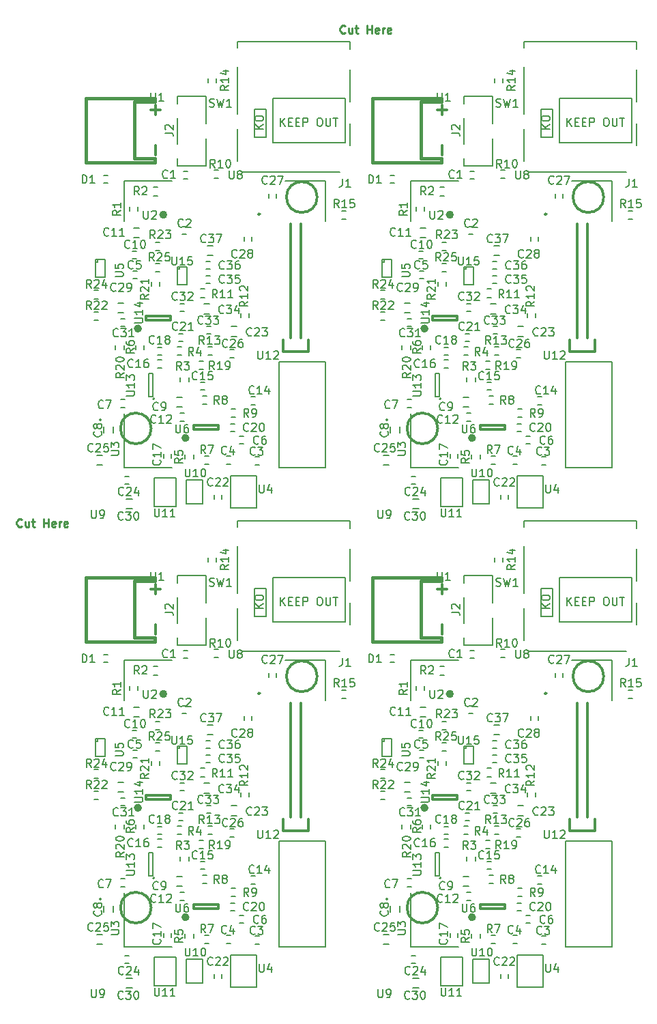
<source format=gbr>
G04 #@! TF.FileFunction,Legend,Top*
%FSLAX46Y46*%
G04 Gerber Fmt 4.6, Leading zero omitted, Abs format (unit mm)*
G04 Created by KiCad (PCBNEW 0.201602161416+6560~42~ubuntu15.10.1-product) date Wed 17 Feb 2016 03:47:36 PM EST*
%MOMM*%
G01*
G04 APERTURE LIST*
%ADD10C,0.100000*%
%ADD11C,0.254000*%
%ADD12C,0.200000*%
%ADD13C,0.150000*%
%ADD14C,0.300000*%
%ADD15C,0.307000*%
%ADD16C,0.500000*%
%ADD17C,0.127000*%
%ADD18C,0.381000*%
%ADD19C,0.304800*%
G04 APERTURE END LIST*
D10*
D11*
X45720001Y-11030857D02*
X45671620Y-11079238D01*
X45526477Y-11127619D01*
X45429715Y-11127619D01*
X45284573Y-11079238D01*
X45187811Y-10982476D01*
X45139430Y-10885714D01*
X45091049Y-10692190D01*
X45091049Y-10547048D01*
X45139430Y-10353524D01*
X45187811Y-10256762D01*
X45284573Y-10160000D01*
X45429715Y-10111619D01*
X45526477Y-10111619D01*
X45671620Y-10160000D01*
X45720001Y-10208381D01*
X46590858Y-10450286D02*
X46590858Y-11127619D01*
X46155430Y-10450286D02*
X46155430Y-10982476D01*
X46203811Y-11079238D01*
X46300573Y-11127619D01*
X46445715Y-11127619D01*
X46542477Y-11079238D01*
X46590858Y-11030857D01*
X46929525Y-10450286D02*
X47316573Y-10450286D01*
X47074668Y-10111619D02*
X47074668Y-10982476D01*
X47123049Y-11079238D01*
X47219811Y-11127619D01*
X47316573Y-11127619D01*
X48429334Y-11127619D02*
X48429334Y-10111619D01*
X48429334Y-10595429D02*
X49009905Y-10595429D01*
X49009905Y-11127619D02*
X49009905Y-10111619D01*
X49880762Y-11079238D02*
X49784000Y-11127619D01*
X49590477Y-11127619D01*
X49493715Y-11079238D01*
X49445334Y-10982476D01*
X49445334Y-10595429D01*
X49493715Y-10498667D01*
X49590477Y-10450286D01*
X49784000Y-10450286D01*
X49880762Y-10498667D01*
X49929143Y-10595429D01*
X49929143Y-10692190D01*
X49445334Y-10788952D01*
X50364572Y-11127619D02*
X50364572Y-10450286D01*
X50364572Y-10643810D02*
X50412953Y-10547048D01*
X50461334Y-10498667D01*
X50558096Y-10450286D01*
X50654857Y-10450286D01*
X51380571Y-11079238D02*
X51283809Y-11127619D01*
X51090286Y-11127619D01*
X50993524Y-11079238D01*
X50945143Y-10982476D01*
X50945143Y-10595429D01*
X50993524Y-10498667D01*
X51090286Y-10450286D01*
X51283809Y-10450286D01*
X51380571Y-10498667D01*
X51428952Y-10595429D01*
X51428952Y-10692190D01*
X50945143Y-10788952D01*
X5588001Y-72244857D02*
X5539620Y-72293238D01*
X5394477Y-72341619D01*
X5297715Y-72341619D01*
X5152573Y-72293238D01*
X5055811Y-72196476D01*
X5007430Y-72099714D01*
X4959049Y-71906190D01*
X4959049Y-71761048D01*
X5007430Y-71567524D01*
X5055811Y-71470762D01*
X5152573Y-71374000D01*
X5297715Y-71325619D01*
X5394477Y-71325619D01*
X5539620Y-71374000D01*
X5588001Y-71422381D01*
X6458858Y-71664286D02*
X6458858Y-72341619D01*
X6023430Y-71664286D02*
X6023430Y-72196476D01*
X6071811Y-72293238D01*
X6168573Y-72341619D01*
X6313715Y-72341619D01*
X6410477Y-72293238D01*
X6458858Y-72244857D01*
X6797525Y-71664286D02*
X7184573Y-71664286D01*
X6942668Y-71325619D02*
X6942668Y-72196476D01*
X6991049Y-72293238D01*
X7087811Y-72341619D01*
X7184573Y-72341619D01*
X8297334Y-72341619D02*
X8297334Y-71325619D01*
X8297334Y-71809429D02*
X8877905Y-71809429D01*
X8877905Y-72341619D02*
X8877905Y-71325619D01*
X9748762Y-72293238D02*
X9652000Y-72341619D01*
X9458477Y-72341619D01*
X9361715Y-72293238D01*
X9313334Y-72196476D01*
X9313334Y-71809429D01*
X9361715Y-71712667D01*
X9458477Y-71664286D01*
X9652000Y-71664286D01*
X9748762Y-71712667D01*
X9797143Y-71809429D01*
X9797143Y-71906190D01*
X9313334Y-72002952D01*
X10232572Y-72341619D02*
X10232572Y-71664286D01*
X10232572Y-71857810D02*
X10280953Y-71761048D01*
X10329334Y-71712667D01*
X10426096Y-71664286D01*
X10522857Y-71664286D01*
X11248571Y-72293238D02*
X11151809Y-72341619D01*
X10958286Y-72341619D01*
X10861524Y-72293238D01*
X10813143Y-72196476D01*
X10813143Y-71809429D01*
X10861524Y-71712667D01*
X10958286Y-71664286D01*
X11151809Y-71664286D01*
X11248571Y-71712667D01*
X11296952Y-71809429D01*
X11296952Y-71906190D01*
X10813143Y-72002952D01*
X70739000Y-92964000D02*
G75*
G03X70739000Y-92964000I-127000J0D01*
G01*
D12*
X51003200Y-118491000D02*
G75*
G03X51003200Y-118491000I-127000J0D01*
G01*
D11*
X70739000Y-33528000D02*
G75*
G03X70739000Y-33528000I-127000J0D01*
G01*
D12*
X51003200Y-59055000D02*
G75*
G03X51003200Y-59055000I-127000J0D01*
G01*
D11*
X35179000Y-92964000D02*
G75*
G03X35179000Y-92964000I-127000J0D01*
G01*
D12*
X15443200Y-118491000D02*
G75*
G03X15443200Y-118491000I-127000J0D01*
G01*
X15443200Y-59055000D02*
G75*
G03X15443200Y-59055000I-127000J0D01*
G01*
D11*
X35179000Y-33528000D02*
G75*
G03X35179000Y-33528000I-127000J0D01*
G01*
D13*
X60736200Y-99484000D02*
X60736200Y-99784000D01*
X60736200Y-99784000D02*
X60436200Y-99784000D01*
X61636200Y-101684000D02*
X61636200Y-99484000D01*
X61636200Y-99484000D02*
X60436200Y-99484000D01*
X60436200Y-99484000D02*
X60436200Y-101684000D01*
X60436200Y-101684000D02*
X61636200Y-101684000D01*
X50576200Y-98595000D02*
X50576200Y-98895000D01*
X50576200Y-98895000D02*
X50276200Y-98895000D01*
X51476200Y-100795000D02*
X51476200Y-98595000D01*
X51476200Y-98595000D02*
X50276200Y-98595000D01*
X50276200Y-98595000D02*
X50276200Y-100795000D01*
X50276200Y-100795000D02*
X51476200Y-100795000D01*
D12*
X57553000Y-125693000D02*
X57553000Y-129243000D01*
X60253000Y-125693000D02*
X57553000Y-125693000D01*
X60253000Y-129243000D02*
X60253000Y-125693000D01*
X57553000Y-129243000D02*
X60253000Y-129243000D01*
X53833000Y-124374000D02*
X59773000Y-124374000D01*
X78833000Y-88874000D02*
X78833000Y-93874000D01*
X73833000Y-88874000D02*
X78833000Y-88874000D01*
X53833000Y-117714000D02*
X53833000Y-124374000D01*
D14*
X75778800Y-108294000D02*
X75778800Y-94144000D01*
D15*
X73628000Y-110044000D02*
X76708000Y-110044000D01*
X76708000Y-110044000D02*
X76708000Y-108544000D01*
X73628000Y-108544000D02*
X73628000Y-110044000D01*
D12*
X73053000Y-111264000D02*
X73053000Y-124374000D01*
X73053000Y-111264000D02*
X78833000Y-111264000D01*
D15*
X57208000Y-119544000D02*
G75*
G03X57208000Y-119544000I-1905000J0D01*
G01*
D12*
X53833000Y-88874000D02*
X53833000Y-93874000D01*
X53833000Y-88874000D02*
X59773000Y-88874000D01*
X78833000Y-124374000D02*
X78833000Y-111264000D01*
X73053000Y-124374000D02*
X78833000Y-124374000D01*
D15*
X77808000Y-90854000D02*
G75*
G03X77808000Y-90854000I-1905000J0D01*
G01*
D14*
X74557200Y-108294000D02*
X74557200Y-94144000D01*
D12*
X63636000Y-125914000D02*
X63636000Y-128864000D01*
X61586000Y-128864000D02*
X63636000Y-128864000D01*
X61586000Y-125914000D02*
X61586000Y-128864000D01*
X63636000Y-125914000D02*
X61586000Y-125914000D01*
X70307000Y-125407000D02*
X67107000Y-125407000D01*
X70307000Y-129367000D02*
X70307000Y-125407000D01*
X70307000Y-129367000D02*
X67107000Y-129367000D01*
X67107000Y-125407000D02*
X67107000Y-129367000D01*
D13*
X57624600Y-115873000D02*
G75*
G03X57624600Y-115873000I-100000J0D01*
G01*
X56874600Y-115623000D02*
X57374600Y-115623000D01*
X56874600Y-112723000D02*
X56874600Y-115623000D01*
X57374600Y-112723000D02*
X56874600Y-112723000D01*
X57374600Y-115623000D02*
X57374600Y-112723000D01*
X52543000Y-119360200D02*
X52543000Y-120060200D01*
X51343000Y-120060200D02*
X51343000Y-119360200D01*
D15*
X56576200Y-106145800D02*
X56576200Y-105637800D01*
X59624200Y-106145800D02*
X56576200Y-106145800D01*
X59624200Y-105637800D02*
X59624200Y-106145800D01*
X56576200Y-105637800D02*
X59624200Y-105637800D01*
D16*
X55810200Y-107161800D02*
G75*
G03X55810200Y-107161800I-250000J0D01*
G01*
D13*
X58238200Y-99068400D02*
X57738200Y-99068400D01*
X57738200Y-100118400D02*
X58238200Y-100118400D01*
X50169000Y-103471200D02*
X50669000Y-103471200D01*
X50669000Y-102421200D02*
X50169000Y-102421200D01*
X57738200Y-97527600D02*
X58238200Y-97527600D01*
X58238200Y-96477600D02*
X57738200Y-96477600D01*
X50669000Y-105113600D02*
X50169000Y-105113600D01*
X50169000Y-106163600D02*
X50669000Y-106163600D01*
X58259200Y-101919000D02*
X58259200Y-101419000D01*
X57209200Y-101419000D02*
X57209200Y-101919000D01*
X53839600Y-109749400D02*
X53839600Y-109249400D01*
X52789600Y-109249400D02*
X52789600Y-109749400D01*
X64191400Y-96859800D02*
X64891400Y-96859800D01*
X64891400Y-98059800D02*
X64191400Y-98059800D01*
X64537400Y-98813600D02*
X64037400Y-98813600D01*
X64037400Y-99763600D02*
X64537400Y-99763600D01*
X64537400Y-100591600D02*
X64037400Y-100591600D01*
X64037400Y-101541600D02*
X64537400Y-101541600D01*
X63734200Y-104124200D02*
X64434200Y-104124200D01*
X64434200Y-105324200D02*
X63734200Y-105324200D01*
X64088200Y-107840800D02*
X64588200Y-107840800D01*
X64588200Y-106890800D02*
X64088200Y-106890800D01*
X61286200Y-104096800D02*
X60786200Y-104096800D01*
X60786200Y-105046800D02*
X61286200Y-105046800D01*
X53471000Y-106875600D02*
X53971000Y-106875600D01*
X53971000Y-105925600D02*
X53471000Y-105925600D01*
X53766200Y-105222600D02*
X53066200Y-105222600D01*
X53066200Y-104022600D02*
X53766200Y-104022600D01*
X69690000Y-96262000D02*
X69690000Y-95762000D01*
X68740000Y-95762000D02*
X68740000Y-96262000D01*
X71788000Y-90428000D02*
X71788000Y-90928000D01*
X72738000Y-90928000D02*
X72738000Y-90428000D01*
X63173800Y-112259600D02*
X63673800Y-112259600D01*
X63673800Y-111209600D02*
X63173800Y-111209600D01*
X81403000Y-92566000D02*
X80903000Y-92566000D01*
X80903000Y-93616000D02*
X81403000Y-93616000D01*
X64245000Y-76146000D02*
X64245000Y-76646000D01*
X65295000Y-76646000D02*
X65295000Y-76146000D01*
X65528000Y-87486000D02*
X65028000Y-87486000D01*
X65028000Y-88536000D02*
X65528000Y-88536000D01*
D17*
X71440000Y-79969000D02*
X70040000Y-79969000D01*
X70040000Y-79969000D02*
X70040000Y-83469000D01*
X71440000Y-79969000D02*
X71440000Y-83469000D01*
X81300000Y-84139000D02*
X81300000Y-78609000D01*
X81300000Y-84139000D02*
X72300000Y-84139000D01*
X72300000Y-78609000D02*
X72300000Y-84139000D01*
X81300000Y-78609000D02*
X72300000Y-78609000D01*
X80650000Y-87769000D02*
X68550000Y-87769000D01*
X67890000Y-86419000D02*
X67890000Y-82419000D01*
X67890000Y-80519000D02*
X67890000Y-74719000D01*
X67890000Y-72319000D02*
X67890000Y-71569000D01*
X81925000Y-71569000D02*
X67890000Y-71569000D01*
X81925000Y-72519000D02*
X81925000Y-71569000D01*
X81925000Y-84419000D02*
X81925000Y-81719000D01*
X81925000Y-79059000D02*
X81925000Y-75069000D01*
X71440000Y-83469000D02*
X70040000Y-83469000D01*
D18*
X49138840Y-78567280D02*
X49138840Y-86568280D01*
X49138840Y-86568280D02*
X57637680Y-86568280D01*
X57637680Y-86568280D02*
X57637680Y-86067900D01*
X57637680Y-86067900D02*
X55138320Y-86067900D01*
X55138320Y-86067900D02*
X55138320Y-79067660D01*
X55138320Y-79067660D02*
X57637680Y-79067660D01*
X57637680Y-79067660D02*
X57637680Y-78567280D01*
X57637680Y-78567280D02*
X49138840Y-78567280D01*
D17*
X60430000Y-79277000D02*
X60430000Y-78377000D01*
X60430000Y-84277000D02*
X60430000Y-81077000D01*
X64030000Y-78377000D02*
X60430000Y-78377000D01*
X64030000Y-81777000D02*
X64030000Y-78377000D01*
X64030000Y-86977000D02*
X64030000Y-83577000D01*
X60430000Y-86977000D02*
X64030000Y-86977000D01*
X60430000Y-86977000D02*
X60430000Y-86077000D01*
D13*
X69359000Y-105812400D02*
X69359000Y-105312400D01*
X68309000Y-105312400D02*
X68309000Y-105812400D01*
D15*
X62479400Y-119709400D02*
X62479400Y-119201400D01*
X65527400Y-119709400D02*
X62479400Y-119709400D01*
X65527400Y-119201400D02*
X65527400Y-119709400D01*
X62479400Y-119201400D02*
X65527400Y-119201400D01*
D16*
X61713400Y-120725400D02*
G75*
G03X61713400Y-120725400I-250000J0D01*
G01*
X58964600Y-93040200D02*
G75*
G03X58964600Y-93040200I-250000J0D01*
G01*
D13*
X64240600Y-110481600D02*
X64740600Y-110481600D01*
X64740600Y-109431600D02*
X64240600Y-109431600D01*
X63319000Y-103318800D02*
X63819000Y-103318800D01*
X63819000Y-102268800D02*
X63319000Y-102268800D01*
X67687000Y-117102400D02*
X67187000Y-117102400D01*
X67187000Y-118152400D02*
X67687000Y-118152400D01*
X64080200Y-115527600D02*
X63580200Y-115527600D01*
X63580200Y-116577600D02*
X64080200Y-116577600D01*
X63834200Y-123994400D02*
X64334200Y-123994400D01*
X64334200Y-122944400D02*
X63834200Y-122944400D01*
X55278800Y-109249400D02*
X55278800Y-109749400D01*
X56328800Y-109749400D02*
X56328800Y-109249400D01*
X61425600Y-122813000D02*
X61425600Y-123313000D01*
X62475600Y-123313000D02*
X62475600Y-122813000D01*
X60988600Y-109431600D02*
X60488600Y-109431600D01*
X60488600Y-110481600D02*
X60988600Y-110481600D01*
X60816000Y-113211800D02*
X60816000Y-113711800D01*
X61866000Y-113711800D02*
X61866000Y-113211800D01*
X57535000Y-90695000D02*
X58035000Y-90695000D01*
X58035000Y-89645000D02*
X57535000Y-89645000D01*
X54516800Y-92079000D02*
X54516800Y-92579000D01*
X55566800Y-92579000D02*
X55566800Y-92079000D01*
X51812000Y-88171000D02*
X51312000Y-88171000D01*
X51312000Y-89121000D02*
X51812000Y-89121000D01*
X54133000Y-128305000D02*
X54833000Y-128305000D01*
X54833000Y-129505000D02*
X54133000Y-129505000D01*
X66983800Y-110736400D02*
X67483800Y-110736400D01*
X67483800Y-109786400D02*
X66983800Y-109786400D01*
X51150000Y-124044000D02*
X50450000Y-124044000D01*
X50450000Y-122844000D02*
X51150000Y-122844000D01*
X53979000Y-126459000D02*
X54479000Y-126459000D01*
X54479000Y-125509000D02*
X53979000Y-125509000D01*
X67849800Y-108118200D02*
X67149800Y-108118200D01*
X67149800Y-106918200D02*
X67849800Y-106918200D01*
X66007000Y-128266000D02*
X66007000Y-127766000D01*
X65057000Y-127766000D02*
X65057000Y-128266000D01*
X61133800Y-107805200D02*
X60633800Y-107805200D01*
X60633800Y-108755200D02*
X61133800Y-108755200D01*
X67585400Y-118981200D02*
X67085400Y-118981200D01*
X67085400Y-119931200D02*
X67585400Y-119931200D01*
X58492200Y-109481600D02*
X57992200Y-109481600D01*
X57992200Y-110431600D02*
X58492200Y-110431600D01*
X59733200Y-123211400D02*
X59733200Y-122711400D01*
X58783200Y-122711400D02*
X58783200Y-123211400D01*
X58501000Y-111056400D02*
X58001000Y-111056400D01*
X58001000Y-112006400D02*
X58501000Y-112006400D01*
X63377000Y-114749600D02*
X63877000Y-114749600D01*
X63877000Y-113799600D02*
X63377000Y-113799600D01*
X70074600Y-115628400D02*
X69574600Y-115628400D01*
X69574600Y-116578400D02*
X70074600Y-116578400D01*
X60786200Y-118610400D02*
X61286200Y-118610400D01*
X61286200Y-117660400D02*
X60786200Y-117660400D01*
X55047400Y-94675400D02*
X55747400Y-94675400D01*
X55747400Y-95875400D02*
X55047400Y-95875400D01*
X61069400Y-116906600D02*
X60369400Y-116906600D01*
X60369400Y-115706600D02*
X61069400Y-115706600D01*
X53420200Y-116934000D02*
X53920200Y-116934000D01*
X53920200Y-115984000D02*
X53420200Y-115984000D01*
X55444200Y-100032800D02*
X54944200Y-100032800D01*
X54944200Y-100982800D02*
X55444200Y-100982800D01*
X67077400Y-122994400D02*
X66577400Y-122994400D01*
X66577400Y-123944400D02*
X67077400Y-123944400D01*
X61091000Y-95471000D02*
X61591000Y-95471000D01*
X61591000Y-94521000D02*
X61091000Y-94521000D01*
X61201400Y-88587600D02*
X61701400Y-88587600D01*
X61701400Y-87637600D02*
X61201400Y-87637600D01*
X70108000Y-124046000D02*
X70608000Y-124046000D01*
X70608000Y-123096000D02*
X70108000Y-123096000D01*
X68703000Y-120505200D02*
X68203000Y-120505200D01*
X68203000Y-121455200D02*
X68703000Y-121455200D01*
X55393400Y-97543600D02*
X54893400Y-97543600D01*
X54893400Y-98493600D02*
X55393400Y-98493600D01*
X60736200Y-40048000D02*
X60736200Y-40348000D01*
X60736200Y-40348000D02*
X60436200Y-40348000D01*
X61636200Y-42248000D02*
X61636200Y-40048000D01*
X61636200Y-40048000D02*
X60436200Y-40048000D01*
X60436200Y-40048000D02*
X60436200Y-42248000D01*
X60436200Y-42248000D02*
X61636200Y-42248000D01*
X50576200Y-39159000D02*
X50576200Y-39459000D01*
X50576200Y-39459000D02*
X50276200Y-39459000D01*
X51476200Y-41359000D02*
X51476200Y-39159000D01*
X51476200Y-39159000D02*
X50276200Y-39159000D01*
X50276200Y-39159000D02*
X50276200Y-41359000D01*
X50276200Y-41359000D02*
X51476200Y-41359000D01*
D12*
X57553000Y-66257000D02*
X57553000Y-69807000D01*
X60253000Y-66257000D02*
X57553000Y-66257000D01*
X60253000Y-69807000D02*
X60253000Y-66257000D01*
X57553000Y-69807000D02*
X60253000Y-69807000D01*
X53833000Y-64938000D02*
X59773000Y-64938000D01*
X78833000Y-29438000D02*
X78833000Y-34438000D01*
X73833000Y-29438000D02*
X78833000Y-29438000D01*
X53833000Y-58278000D02*
X53833000Y-64938000D01*
D14*
X75778800Y-48858000D02*
X75778800Y-34708000D01*
D15*
X73628000Y-50608000D02*
X76708000Y-50608000D01*
X76708000Y-50608000D02*
X76708000Y-49108000D01*
X73628000Y-49108000D02*
X73628000Y-50608000D01*
D12*
X73053000Y-51828000D02*
X73053000Y-64938000D01*
X73053000Y-51828000D02*
X78833000Y-51828000D01*
D15*
X57208000Y-60108000D02*
G75*
G03X57208000Y-60108000I-1905000J0D01*
G01*
D12*
X53833000Y-29438000D02*
X53833000Y-34438000D01*
X53833000Y-29438000D02*
X59773000Y-29438000D01*
X78833000Y-64938000D02*
X78833000Y-51828000D01*
X73053000Y-64938000D02*
X78833000Y-64938000D01*
D15*
X77808000Y-31418000D02*
G75*
G03X77808000Y-31418000I-1905000J0D01*
G01*
D14*
X74557200Y-48858000D02*
X74557200Y-34708000D01*
D12*
X63636000Y-66478000D02*
X63636000Y-69428000D01*
X61586000Y-69428000D02*
X63636000Y-69428000D01*
X61586000Y-66478000D02*
X61586000Y-69428000D01*
X63636000Y-66478000D02*
X61586000Y-66478000D01*
X70307000Y-65971000D02*
X67107000Y-65971000D01*
X70307000Y-69931000D02*
X70307000Y-65971000D01*
X70307000Y-69931000D02*
X67107000Y-69931000D01*
X67107000Y-65971000D02*
X67107000Y-69931000D01*
D13*
X57624600Y-56437000D02*
G75*
G03X57624600Y-56437000I-100000J0D01*
G01*
X56874600Y-56187000D02*
X57374600Y-56187000D01*
X56874600Y-53287000D02*
X56874600Y-56187000D01*
X57374600Y-53287000D02*
X56874600Y-53287000D01*
X57374600Y-56187000D02*
X57374600Y-53287000D01*
X52543000Y-59924200D02*
X52543000Y-60624200D01*
X51343000Y-60624200D02*
X51343000Y-59924200D01*
D15*
X56576200Y-46709800D02*
X56576200Y-46201800D01*
X59624200Y-46709800D02*
X56576200Y-46709800D01*
X59624200Y-46201800D02*
X59624200Y-46709800D01*
X56576200Y-46201800D02*
X59624200Y-46201800D01*
D16*
X55810200Y-47725800D02*
G75*
G03X55810200Y-47725800I-250000J0D01*
G01*
D13*
X58238200Y-39632400D02*
X57738200Y-39632400D01*
X57738200Y-40682400D02*
X58238200Y-40682400D01*
X50169000Y-44035200D02*
X50669000Y-44035200D01*
X50669000Y-42985200D02*
X50169000Y-42985200D01*
X57738200Y-38091600D02*
X58238200Y-38091600D01*
X58238200Y-37041600D02*
X57738200Y-37041600D01*
X50669000Y-45677600D02*
X50169000Y-45677600D01*
X50169000Y-46727600D02*
X50669000Y-46727600D01*
X58259200Y-42483000D02*
X58259200Y-41983000D01*
X57209200Y-41983000D02*
X57209200Y-42483000D01*
X53839600Y-50313400D02*
X53839600Y-49813400D01*
X52789600Y-49813400D02*
X52789600Y-50313400D01*
X64191400Y-37423800D02*
X64891400Y-37423800D01*
X64891400Y-38623800D02*
X64191400Y-38623800D01*
X64537400Y-39377600D02*
X64037400Y-39377600D01*
X64037400Y-40327600D02*
X64537400Y-40327600D01*
X64537400Y-41155600D02*
X64037400Y-41155600D01*
X64037400Y-42105600D02*
X64537400Y-42105600D01*
X63734200Y-44688200D02*
X64434200Y-44688200D01*
X64434200Y-45888200D02*
X63734200Y-45888200D01*
X64088200Y-48404800D02*
X64588200Y-48404800D01*
X64588200Y-47454800D02*
X64088200Y-47454800D01*
X61286200Y-44660800D02*
X60786200Y-44660800D01*
X60786200Y-45610800D02*
X61286200Y-45610800D01*
X53471000Y-47439600D02*
X53971000Y-47439600D01*
X53971000Y-46489600D02*
X53471000Y-46489600D01*
X53766200Y-45786600D02*
X53066200Y-45786600D01*
X53066200Y-44586600D02*
X53766200Y-44586600D01*
X69690000Y-36826000D02*
X69690000Y-36326000D01*
X68740000Y-36326000D02*
X68740000Y-36826000D01*
X71788000Y-30992000D02*
X71788000Y-31492000D01*
X72738000Y-31492000D02*
X72738000Y-30992000D01*
X63173800Y-52823600D02*
X63673800Y-52823600D01*
X63673800Y-51773600D02*
X63173800Y-51773600D01*
X81403000Y-33130000D02*
X80903000Y-33130000D01*
X80903000Y-34180000D02*
X81403000Y-34180000D01*
X64245000Y-16710000D02*
X64245000Y-17210000D01*
X65295000Y-17210000D02*
X65295000Y-16710000D01*
X65528000Y-28050000D02*
X65028000Y-28050000D01*
X65028000Y-29100000D02*
X65528000Y-29100000D01*
D17*
X71440000Y-20533000D02*
X70040000Y-20533000D01*
X70040000Y-20533000D02*
X70040000Y-24033000D01*
X71440000Y-20533000D02*
X71440000Y-24033000D01*
X81300000Y-24703000D02*
X81300000Y-19173000D01*
X81300000Y-24703000D02*
X72300000Y-24703000D01*
X72300000Y-19173000D02*
X72300000Y-24703000D01*
X81300000Y-19173000D02*
X72300000Y-19173000D01*
X80650000Y-28333000D02*
X68550000Y-28333000D01*
X67890000Y-26983000D02*
X67890000Y-22983000D01*
X67890000Y-21083000D02*
X67890000Y-15283000D01*
X67890000Y-12883000D02*
X67890000Y-12133000D01*
X81925000Y-12133000D02*
X67890000Y-12133000D01*
X81925000Y-13083000D02*
X81925000Y-12133000D01*
X81925000Y-24983000D02*
X81925000Y-22283000D01*
X81925000Y-19623000D02*
X81925000Y-15633000D01*
X71440000Y-24033000D02*
X70040000Y-24033000D01*
D18*
X49138840Y-19131280D02*
X49138840Y-27132280D01*
X49138840Y-27132280D02*
X57637680Y-27132280D01*
X57637680Y-27132280D02*
X57637680Y-26631900D01*
X57637680Y-26631900D02*
X55138320Y-26631900D01*
X55138320Y-26631900D02*
X55138320Y-19631660D01*
X55138320Y-19631660D02*
X57637680Y-19631660D01*
X57637680Y-19631660D02*
X57637680Y-19131280D01*
X57637680Y-19131280D02*
X49138840Y-19131280D01*
D17*
X60430000Y-19841000D02*
X60430000Y-18941000D01*
X60430000Y-24841000D02*
X60430000Y-21641000D01*
X64030000Y-18941000D02*
X60430000Y-18941000D01*
X64030000Y-22341000D02*
X64030000Y-18941000D01*
X64030000Y-27541000D02*
X64030000Y-24141000D01*
X60430000Y-27541000D02*
X64030000Y-27541000D01*
X60430000Y-27541000D02*
X60430000Y-26641000D01*
D13*
X69359000Y-46376400D02*
X69359000Y-45876400D01*
X68309000Y-45876400D02*
X68309000Y-46376400D01*
D15*
X62479400Y-60273400D02*
X62479400Y-59765400D01*
X65527400Y-60273400D02*
X62479400Y-60273400D01*
X65527400Y-59765400D02*
X65527400Y-60273400D01*
X62479400Y-59765400D02*
X65527400Y-59765400D01*
D16*
X61713400Y-61289400D02*
G75*
G03X61713400Y-61289400I-250000J0D01*
G01*
X58964600Y-33604200D02*
G75*
G03X58964600Y-33604200I-250000J0D01*
G01*
D13*
X64240600Y-51045600D02*
X64740600Y-51045600D01*
X64740600Y-49995600D02*
X64240600Y-49995600D01*
X63319000Y-43882800D02*
X63819000Y-43882800D01*
X63819000Y-42832800D02*
X63319000Y-42832800D01*
X67687000Y-57666400D02*
X67187000Y-57666400D01*
X67187000Y-58716400D02*
X67687000Y-58716400D01*
X64080200Y-56091600D02*
X63580200Y-56091600D01*
X63580200Y-57141600D02*
X64080200Y-57141600D01*
X63834200Y-64558400D02*
X64334200Y-64558400D01*
X64334200Y-63508400D02*
X63834200Y-63508400D01*
X55278800Y-49813400D02*
X55278800Y-50313400D01*
X56328800Y-50313400D02*
X56328800Y-49813400D01*
X61425600Y-63377000D02*
X61425600Y-63877000D01*
X62475600Y-63877000D02*
X62475600Y-63377000D01*
X60988600Y-49995600D02*
X60488600Y-49995600D01*
X60488600Y-51045600D02*
X60988600Y-51045600D01*
X60816000Y-53775800D02*
X60816000Y-54275800D01*
X61866000Y-54275800D02*
X61866000Y-53775800D01*
X57535000Y-31259000D02*
X58035000Y-31259000D01*
X58035000Y-30209000D02*
X57535000Y-30209000D01*
X54516800Y-32643000D02*
X54516800Y-33143000D01*
X55566800Y-33143000D02*
X55566800Y-32643000D01*
X51812000Y-28735000D02*
X51312000Y-28735000D01*
X51312000Y-29685000D02*
X51812000Y-29685000D01*
X54133000Y-68869000D02*
X54833000Y-68869000D01*
X54833000Y-70069000D02*
X54133000Y-70069000D01*
X66983800Y-51300400D02*
X67483800Y-51300400D01*
X67483800Y-50350400D02*
X66983800Y-50350400D01*
X51150000Y-64608000D02*
X50450000Y-64608000D01*
X50450000Y-63408000D02*
X51150000Y-63408000D01*
X53979000Y-67023000D02*
X54479000Y-67023000D01*
X54479000Y-66073000D02*
X53979000Y-66073000D01*
X67849800Y-48682200D02*
X67149800Y-48682200D01*
X67149800Y-47482200D02*
X67849800Y-47482200D01*
X66007000Y-68830000D02*
X66007000Y-68330000D01*
X65057000Y-68330000D02*
X65057000Y-68830000D01*
X61133800Y-48369200D02*
X60633800Y-48369200D01*
X60633800Y-49319200D02*
X61133800Y-49319200D01*
X67585400Y-59545200D02*
X67085400Y-59545200D01*
X67085400Y-60495200D02*
X67585400Y-60495200D01*
X58492200Y-50045600D02*
X57992200Y-50045600D01*
X57992200Y-50995600D02*
X58492200Y-50995600D01*
X59733200Y-63775400D02*
X59733200Y-63275400D01*
X58783200Y-63275400D02*
X58783200Y-63775400D01*
X58501000Y-51620400D02*
X58001000Y-51620400D01*
X58001000Y-52570400D02*
X58501000Y-52570400D01*
X63377000Y-55313600D02*
X63877000Y-55313600D01*
X63877000Y-54363600D02*
X63377000Y-54363600D01*
X70074600Y-56192400D02*
X69574600Y-56192400D01*
X69574600Y-57142400D02*
X70074600Y-57142400D01*
X60786200Y-59174400D02*
X61286200Y-59174400D01*
X61286200Y-58224400D02*
X60786200Y-58224400D01*
X55047400Y-35239400D02*
X55747400Y-35239400D01*
X55747400Y-36439400D02*
X55047400Y-36439400D01*
X61069400Y-57470600D02*
X60369400Y-57470600D01*
X60369400Y-56270600D02*
X61069400Y-56270600D01*
X53420200Y-57498000D02*
X53920200Y-57498000D01*
X53920200Y-56548000D02*
X53420200Y-56548000D01*
X55444200Y-40596800D02*
X54944200Y-40596800D01*
X54944200Y-41546800D02*
X55444200Y-41546800D01*
X67077400Y-63558400D02*
X66577400Y-63558400D01*
X66577400Y-64508400D02*
X67077400Y-64508400D01*
X61091000Y-36035000D02*
X61591000Y-36035000D01*
X61591000Y-35085000D02*
X61091000Y-35085000D01*
X61201400Y-29151600D02*
X61701400Y-29151600D01*
X61701400Y-28201600D02*
X61201400Y-28201600D01*
X70108000Y-64610000D02*
X70608000Y-64610000D01*
X70608000Y-63660000D02*
X70108000Y-63660000D01*
X68703000Y-61069200D02*
X68203000Y-61069200D01*
X68203000Y-62019200D02*
X68703000Y-62019200D01*
X55393400Y-38107600D02*
X54893400Y-38107600D01*
X54893400Y-39057600D02*
X55393400Y-39057600D01*
X25176200Y-99484000D02*
X25176200Y-99784000D01*
X25176200Y-99784000D02*
X24876200Y-99784000D01*
X26076200Y-101684000D02*
X26076200Y-99484000D01*
X26076200Y-99484000D02*
X24876200Y-99484000D01*
X24876200Y-99484000D02*
X24876200Y-101684000D01*
X24876200Y-101684000D02*
X26076200Y-101684000D01*
X15016200Y-98595000D02*
X15016200Y-98895000D01*
X15016200Y-98895000D02*
X14716200Y-98895000D01*
X15916200Y-100795000D02*
X15916200Y-98595000D01*
X15916200Y-98595000D02*
X14716200Y-98595000D01*
X14716200Y-98595000D02*
X14716200Y-100795000D01*
X14716200Y-100795000D02*
X15916200Y-100795000D01*
D12*
X21993000Y-125693000D02*
X21993000Y-129243000D01*
X24693000Y-125693000D02*
X21993000Y-125693000D01*
X24693000Y-129243000D02*
X24693000Y-125693000D01*
X21993000Y-129243000D02*
X24693000Y-129243000D01*
X18273000Y-124374000D02*
X24213000Y-124374000D01*
X43273000Y-88874000D02*
X43273000Y-93874000D01*
X38273000Y-88874000D02*
X43273000Y-88874000D01*
X18273000Y-117714000D02*
X18273000Y-124374000D01*
D14*
X40218800Y-108294000D02*
X40218800Y-94144000D01*
D15*
X38068000Y-110044000D02*
X41148000Y-110044000D01*
X41148000Y-110044000D02*
X41148000Y-108544000D01*
X38068000Y-108544000D02*
X38068000Y-110044000D01*
D12*
X37493000Y-111264000D02*
X37493000Y-124374000D01*
X37493000Y-111264000D02*
X43273000Y-111264000D01*
D15*
X21648000Y-119544000D02*
G75*
G03X21648000Y-119544000I-1905000J0D01*
G01*
D12*
X18273000Y-88874000D02*
X18273000Y-93874000D01*
X18273000Y-88874000D02*
X24213000Y-88874000D01*
X43273000Y-124374000D02*
X43273000Y-111264000D01*
X37493000Y-124374000D02*
X43273000Y-124374000D01*
D15*
X42248000Y-90854000D02*
G75*
G03X42248000Y-90854000I-1905000J0D01*
G01*
D14*
X38997200Y-108294000D02*
X38997200Y-94144000D01*
D12*
X28076000Y-125914000D02*
X28076000Y-128864000D01*
X26026000Y-128864000D02*
X28076000Y-128864000D01*
X26026000Y-125914000D02*
X26026000Y-128864000D01*
X28076000Y-125914000D02*
X26026000Y-125914000D01*
X34747000Y-125407000D02*
X31547000Y-125407000D01*
X34747000Y-129367000D02*
X34747000Y-125407000D01*
X34747000Y-129367000D02*
X31547000Y-129367000D01*
X31547000Y-125407000D02*
X31547000Y-129367000D01*
D13*
X22064600Y-115873000D02*
G75*
G03X22064600Y-115873000I-100000J0D01*
G01*
X21314600Y-115623000D02*
X21814600Y-115623000D01*
X21314600Y-112723000D02*
X21314600Y-115623000D01*
X21814600Y-112723000D02*
X21314600Y-112723000D01*
X21814600Y-115623000D02*
X21814600Y-112723000D01*
X16983000Y-119360200D02*
X16983000Y-120060200D01*
X15783000Y-120060200D02*
X15783000Y-119360200D01*
D15*
X21016200Y-106145800D02*
X21016200Y-105637800D01*
X24064200Y-106145800D02*
X21016200Y-106145800D01*
X24064200Y-105637800D02*
X24064200Y-106145800D01*
X21016200Y-105637800D02*
X24064200Y-105637800D01*
D16*
X20250200Y-107161800D02*
G75*
G03X20250200Y-107161800I-250000J0D01*
G01*
D13*
X22678200Y-99068400D02*
X22178200Y-99068400D01*
X22178200Y-100118400D02*
X22678200Y-100118400D01*
X14609000Y-103471200D02*
X15109000Y-103471200D01*
X15109000Y-102421200D02*
X14609000Y-102421200D01*
X22178200Y-97527600D02*
X22678200Y-97527600D01*
X22678200Y-96477600D02*
X22178200Y-96477600D01*
X15109000Y-105113600D02*
X14609000Y-105113600D01*
X14609000Y-106163600D02*
X15109000Y-106163600D01*
X22699200Y-101919000D02*
X22699200Y-101419000D01*
X21649200Y-101419000D02*
X21649200Y-101919000D01*
X18279600Y-109749400D02*
X18279600Y-109249400D01*
X17229600Y-109249400D02*
X17229600Y-109749400D01*
X28631400Y-96859800D02*
X29331400Y-96859800D01*
X29331400Y-98059800D02*
X28631400Y-98059800D01*
X28977400Y-98813600D02*
X28477400Y-98813600D01*
X28477400Y-99763600D02*
X28977400Y-99763600D01*
X28977400Y-100591600D02*
X28477400Y-100591600D01*
X28477400Y-101541600D02*
X28977400Y-101541600D01*
X28174200Y-104124200D02*
X28874200Y-104124200D01*
X28874200Y-105324200D02*
X28174200Y-105324200D01*
X28528200Y-107840800D02*
X29028200Y-107840800D01*
X29028200Y-106890800D02*
X28528200Y-106890800D01*
X25726200Y-104096800D02*
X25226200Y-104096800D01*
X25226200Y-105046800D02*
X25726200Y-105046800D01*
X17911000Y-106875600D02*
X18411000Y-106875600D01*
X18411000Y-105925600D02*
X17911000Y-105925600D01*
X18206200Y-105222600D02*
X17506200Y-105222600D01*
X17506200Y-104022600D02*
X18206200Y-104022600D01*
X34130000Y-96262000D02*
X34130000Y-95762000D01*
X33180000Y-95762000D02*
X33180000Y-96262000D01*
X36228000Y-90428000D02*
X36228000Y-90928000D01*
X37178000Y-90928000D02*
X37178000Y-90428000D01*
X27613800Y-112259600D02*
X28113800Y-112259600D01*
X28113800Y-111209600D02*
X27613800Y-111209600D01*
X45843000Y-92566000D02*
X45343000Y-92566000D01*
X45343000Y-93616000D02*
X45843000Y-93616000D01*
X28685000Y-76146000D02*
X28685000Y-76646000D01*
X29735000Y-76646000D02*
X29735000Y-76146000D01*
X29968000Y-87486000D02*
X29468000Y-87486000D01*
X29468000Y-88536000D02*
X29968000Y-88536000D01*
D17*
X35880000Y-79969000D02*
X34480000Y-79969000D01*
X34480000Y-79969000D02*
X34480000Y-83469000D01*
X35880000Y-79969000D02*
X35880000Y-83469000D01*
X45740000Y-84139000D02*
X45740000Y-78609000D01*
X45740000Y-84139000D02*
X36740000Y-84139000D01*
X36740000Y-78609000D02*
X36740000Y-84139000D01*
X45740000Y-78609000D02*
X36740000Y-78609000D01*
X45090000Y-87769000D02*
X32990000Y-87769000D01*
X32330000Y-86419000D02*
X32330000Y-82419000D01*
X32330000Y-80519000D02*
X32330000Y-74719000D01*
X32330000Y-72319000D02*
X32330000Y-71569000D01*
X46365000Y-71569000D02*
X32330000Y-71569000D01*
X46365000Y-72519000D02*
X46365000Y-71569000D01*
X46365000Y-84419000D02*
X46365000Y-81719000D01*
X46365000Y-79059000D02*
X46365000Y-75069000D01*
X35880000Y-83469000D02*
X34480000Y-83469000D01*
D18*
X13578840Y-78567280D02*
X13578840Y-86568280D01*
X13578840Y-86568280D02*
X22077680Y-86568280D01*
X22077680Y-86568280D02*
X22077680Y-86067900D01*
X22077680Y-86067900D02*
X19578320Y-86067900D01*
X19578320Y-86067900D02*
X19578320Y-79067660D01*
X19578320Y-79067660D02*
X22077680Y-79067660D01*
X22077680Y-79067660D02*
X22077680Y-78567280D01*
X22077680Y-78567280D02*
X13578840Y-78567280D01*
D17*
X24870000Y-79277000D02*
X24870000Y-78377000D01*
X24870000Y-84277000D02*
X24870000Y-81077000D01*
X28470000Y-78377000D02*
X24870000Y-78377000D01*
X28470000Y-81777000D02*
X28470000Y-78377000D01*
X28470000Y-86977000D02*
X28470000Y-83577000D01*
X24870000Y-86977000D02*
X28470000Y-86977000D01*
X24870000Y-86977000D02*
X24870000Y-86077000D01*
D13*
X33799000Y-105812400D02*
X33799000Y-105312400D01*
X32749000Y-105312400D02*
X32749000Y-105812400D01*
D15*
X26919400Y-119709400D02*
X26919400Y-119201400D01*
X29967400Y-119709400D02*
X26919400Y-119709400D01*
X29967400Y-119201400D02*
X29967400Y-119709400D01*
X26919400Y-119201400D02*
X29967400Y-119201400D01*
D16*
X26153400Y-120725400D02*
G75*
G03X26153400Y-120725400I-250000J0D01*
G01*
X23404600Y-93040200D02*
G75*
G03X23404600Y-93040200I-250000J0D01*
G01*
D13*
X28680600Y-110481600D02*
X29180600Y-110481600D01*
X29180600Y-109431600D02*
X28680600Y-109431600D01*
X27759000Y-103318800D02*
X28259000Y-103318800D01*
X28259000Y-102268800D02*
X27759000Y-102268800D01*
X32127000Y-117102400D02*
X31627000Y-117102400D01*
X31627000Y-118152400D02*
X32127000Y-118152400D01*
X28520200Y-115527600D02*
X28020200Y-115527600D01*
X28020200Y-116577600D02*
X28520200Y-116577600D01*
X28274200Y-123994400D02*
X28774200Y-123994400D01*
X28774200Y-122944400D02*
X28274200Y-122944400D01*
X19718800Y-109249400D02*
X19718800Y-109749400D01*
X20768800Y-109749400D02*
X20768800Y-109249400D01*
X25865600Y-122813000D02*
X25865600Y-123313000D01*
X26915600Y-123313000D02*
X26915600Y-122813000D01*
X25428600Y-109431600D02*
X24928600Y-109431600D01*
X24928600Y-110481600D02*
X25428600Y-110481600D01*
X25256000Y-113211800D02*
X25256000Y-113711800D01*
X26306000Y-113711800D02*
X26306000Y-113211800D01*
X21975000Y-90695000D02*
X22475000Y-90695000D01*
X22475000Y-89645000D02*
X21975000Y-89645000D01*
X18956800Y-92079000D02*
X18956800Y-92579000D01*
X20006800Y-92579000D02*
X20006800Y-92079000D01*
X16252000Y-88171000D02*
X15752000Y-88171000D01*
X15752000Y-89121000D02*
X16252000Y-89121000D01*
X18573000Y-128305000D02*
X19273000Y-128305000D01*
X19273000Y-129505000D02*
X18573000Y-129505000D01*
X31423800Y-110736400D02*
X31923800Y-110736400D01*
X31923800Y-109786400D02*
X31423800Y-109786400D01*
X15590000Y-124044000D02*
X14890000Y-124044000D01*
X14890000Y-122844000D02*
X15590000Y-122844000D01*
X18419000Y-126459000D02*
X18919000Y-126459000D01*
X18919000Y-125509000D02*
X18419000Y-125509000D01*
X32289800Y-108118200D02*
X31589800Y-108118200D01*
X31589800Y-106918200D02*
X32289800Y-106918200D01*
X30447000Y-128266000D02*
X30447000Y-127766000D01*
X29497000Y-127766000D02*
X29497000Y-128266000D01*
X25573800Y-107805200D02*
X25073800Y-107805200D01*
X25073800Y-108755200D02*
X25573800Y-108755200D01*
X32025400Y-118981200D02*
X31525400Y-118981200D01*
X31525400Y-119931200D02*
X32025400Y-119931200D01*
X22932200Y-109481600D02*
X22432200Y-109481600D01*
X22432200Y-110431600D02*
X22932200Y-110431600D01*
X24173200Y-123211400D02*
X24173200Y-122711400D01*
X23223200Y-122711400D02*
X23223200Y-123211400D01*
X22941000Y-111056400D02*
X22441000Y-111056400D01*
X22441000Y-112006400D02*
X22941000Y-112006400D01*
X27817000Y-114749600D02*
X28317000Y-114749600D01*
X28317000Y-113799600D02*
X27817000Y-113799600D01*
X34514600Y-115628400D02*
X34014600Y-115628400D01*
X34014600Y-116578400D02*
X34514600Y-116578400D01*
X25226200Y-118610400D02*
X25726200Y-118610400D01*
X25726200Y-117660400D02*
X25226200Y-117660400D01*
X19487400Y-94675400D02*
X20187400Y-94675400D01*
X20187400Y-95875400D02*
X19487400Y-95875400D01*
X25509400Y-116906600D02*
X24809400Y-116906600D01*
X24809400Y-115706600D02*
X25509400Y-115706600D01*
X17860200Y-116934000D02*
X18360200Y-116934000D01*
X18360200Y-115984000D02*
X17860200Y-115984000D01*
X19884200Y-100032800D02*
X19384200Y-100032800D01*
X19384200Y-100982800D02*
X19884200Y-100982800D01*
X31517400Y-122994400D02*
X31017400Y-122994400D01*
X31017400Y-123944400D02*
X31517400Y-123944400D01*
X25531000Y-95471000D02*
X26031000Y-95471000D01*
X26031000Y-94521000D02*
X25531000Y-94521000D01*
X25641400Y-88587600D02*
X26141400Y-88587600D01*
X26141400Y-87637600D02*
X25641400Y-87637600D01*
X34548000Y-124046000D02*
X35048000Y-124046000D01*
X35048000Y-123096000D02*
X34548000Y-123096000D01*
X33143000Y-120505200D02*
X32643000Y-120505200D01*
X32643000Y-121455200D02*
X33143000Y-121455200D01*
X19833400Y-97543600D02*
X19333400Y-97543600D01*
X19333400Y-98493600D02*
X19833400Y-98493600D01*
X19833400Y-38107600D02*
X19333400Y-38107600D01*
X19333400Y-39057600D02*
X19833400Y-39057600D01*
X33143000Y-61069200D02*
X32643000Y-61069200D01*
X32643000Y-62019200D02*
X33143000Y-62019200D01*
X34548000Y-64610000D02*
X35048000Y-64610000D01*
X35048000Y-63660000D02*
X34548000Y-63660000D01*
X25641400Y-29151600D02*
X26141400Y-29151600D01*
X26141400Y-28201600D02*
X25641400Y-28201600D01*
X25531000Y-36035000D02*
X26031000Y-36035000D01*
X26031000Y-35085000D02*
X25531000Y-35085000D01*
X31517400Y-63558400D02*
X31017400Y-63558400D01*
X31017400Y-64508400D02*
X31517400Y-64508400D01*
X19884200Y-40596800D02*
X19384200Y-40596800D01*
X19384200Y-41546800D02*
X19884200Y-41546800D01*
X17860200Y-57498000D02*
X18360200Y-57498000D01*
X18360200Y-56548000D02*
X17860200Y-56548000D01*
X25509400Y-57470600D02*
X24809400Y-57470600D01*
X24809400Y-56270600D02*
X25509400Y-56270600D01*
X19487400Y-35239400D02*
X20187400Y-35239400D01*
X20187400Y-36439400D02*
X19487400Y-36439400D01*
X25226200Y-59174400D02*
X25726200Y-59174400D01*
X25726200Y-58224400D02*
X25226200Y-58224400D01*
X34514600Y-56192400D02*
X34014600Y-56192400D01*
X34014600Y-57142400D02*
X34514600Y-57142400D01*
X27817000Y-55313600D02*
X28317000Y-55313600D01*
X28317000Y-54363600D02*
X27817000Y-54363600D01*
X22941000Y-51620400D02*
X22441000Y-51620400D01*
X22441000Y-52570400D02*
X22941000Y-52570400D01*
X24173200Y-63775400D02*
X24173200Y-63275400D01*
X23223200Y-63275400D02*
X23223200Y-63775400D01*
X22932200Y-50045600D02*
X22432200Y-50045600D01*
X22432200Y-50995600D02*
X22932200Y-50995600D01*
X32025400Y-59545200D02*
X31525400Y-59545200D01*
X31525400Y-60495200D02*
X32025400Y-60495200D01*
X25573800Y-48369200D02*
X25073800Y-48369200D01*
X25073800Y-49319200D02*
X25573800Y-49319200D01*
X30447000Y-68830000D02*
X30447000Y-68330000D01*
X29497000Y-68330000D02*
X29497000Y-68830000D01*
X32289800Y-48682200D02*
X31589800Y-48682200D01*
X31589800Y-47482200D02*
X32289800Y-47482200D01*
X18419000Y-67023000D02*
X18919000Y-67023000D01*
X18919000Y-66073000D02*
X18419000Y-66073000D01*
X15590000Y-64608000D02*
X14890000Y-64608000D01*
X14890000Y-63408000D02*
X15590000Y-63408000D01*
X31423800Y-51300400D02*
X31923800Y-51300400D01*
X31923800Y-50350400D02*
X31423800Y-50350400D01*
X18573000Y-68869000D02*
X19273000Y-68869000D01*
X19273000Y-70069000D02*
X18573000Y-70069000D01*
X16252000Y-28735000D02*
X15752000Y-28735000D01*
X15752000Y-29685000D02*
X16252000Y-29685000D01*
X18956800Y-32643000D02*
X18956800Y-33143000D01*
X20006800Y-33143000D02*
X20006800Y-32643000D01*
X21975000Y-31259000D02*
X22475000Y-31259000D01*
X22475000Y-30209000D02*
X21975000Y-30209000D01*
X25256000Y-53775800D02*
X25256000Y-54275800D01*
X26306000Y-54275800D02*
X26306000Y-53775800D01*
X25428600Y-49995600D02*
X24928600Y-49995600D01*
X24928600Y-51045600D02*
X25428600Y-51045600D01*
X25865600Y-63377000D02*
X25865600Y-63877000D01*
X26915600Y-63877000D02*
X26915600Y-63377000D01*
X19718800Y-49813400D02*
X19718800Y-50313400D01*
X20768800Y-50313400D02*
X20768800Y-49813400D01*
X28274200Y-64558400D02*
X28774200Y-64558400D01*
X28774200Y-63508400D02*
X28274200Y-63508400D01*
X28520200Y-56091600D02*
X28020200Y-56091600D01*
X28020200Y-57141600D02*
X28520200Y-57141600D01*
X32127000Y-57666400D02*
X31627000Y-57666400D01*
X31627000Y-58716400D02*
X32127000Y-58716400D01*
X27759000Y-43882800D02*
X28259000Y-43882800D01*
X28259000Y-42832800D02*
X27759000Y-42832800D01*
X28680600Y-51045600D02*
X29180600Y-51045600D01*
X29180600Y-49995600D02*
X28680600Y-49995600D01*
D16*
X23404600Y-33604200D02*
G75*
G03X23404600Y-33604200I-250000J0D01*
G01*
D15*
X26919400Y-60273400D02*
X26919400Y-59765400D01*
X29967400Y-60273400D02*
X26919400Y-60273400D01*
X29967400Y-59765400D02*
X29967400Y-60273400D01*
X26919400Y-59765400D02*
X29967400Y-59765400D01*
D16*
X26153400Y-61289400D02*
G75*
G03X26153400Y-61289400I-250000J0D01*
G01*
D13*
X33799000Y-46376400D02*
X33799000Y-45876400D01*
X32749000Y-45876400D02*
X32749000Y-46376400D01*
D17*
X24870000Y-19841000D02*
X24870000Y-18941000D01*
X24870000Y-24841000D02*
X24870000Y-21641000D01*
X28470000Y-18941000D02*
X24870000Y-18941000D01*
X28470000Y-22341000D02*
X28470000Y-18941000D01*
X28470000Y-27541000D02*
X28470000Y-24141000D01*
X24870000Y-27541000D02*
X28470000Y-27541000D01*
X24870000Y-27541000D02*
X24870000Y-26641000D01*
D18*
X13578840Y-19131280D02*
X13578840Y-27132280D01*
X13578840Y-27132280D02*
X22077680Y-27132280D01*
X22077680Y-27132280D02*
X22077680Y-26631900D01*
X22077680Y-26631900D02*
X19578320Y-26631900D01*
X19578320Y-26631900D02*
X19578320Y-19631660D01*
X19578320Y-19631660D02*
X22077680Y-19631660D01*
X22077680Y-19631660D02*
X22077680Y-19131280D01*
X22077680Y-19131280D02*
X13578840Y-19131280D01*
D17*
X35880000Y-20533000D02*
X34480000Y-20533000D01*
X34480000Y-20533000D02*
X34480000Y-24033000D01*
X35880000Y-20533000D02*
X35880000Y-24033000D01*
X45740000Y-24703000D02*
X45740000Y-19173000D01*
X45740000Y-24703000D02*
X36740000Y-24703000D01*
X36740000Y-19173000D02*
X36740000Y-24703000D01*
X45740000Y-19173000D02*
X36740000Y-19173000D01*
X45090000Y-28333000D02*
X32990000Y-28333000D01*
X32330000Y-26983000D02*
X32330000Y-22983000D01*
X32330000Y-21083000D02*
X32330000Y-15283000D01*
X32330000Y-12883000D02*
X32330000Y-12133000D01*
X46365000Y-12133000D02*
X32330000Y-12133000D01*
X46365000Y-13083000D02*
X46365000Y-12133000D01*
X46365000Y-24983000D02*
X46365000Y-22283000D01*
X46365000Y-19623000D02*
X46365000Y-15633000D01*
X35880000Y-24033000D02*
X34480000Y-24033000D01*
D13*
X29968000Y-28050000D02*
X29468000Y-28050000D01*
X29468000Y-29100000D02*
X29968000Y-29100000D01*
X28685000Y-16710000D02*
X28685000Y-17210000D01*
X29735000Y-17210000D02*
X29735000Y-16710000D01*
X45843000Y-33130000D02*
X45343000Y-33130000D01*
X45343000Y-34180000D02*
X45843000Y-34180000D01*
X27613800Y-52823600D02*
X28113800Y-52823600D01*
X28113800Y-51773600D02*
X27613800Y-51773600D01*
X36228000Y-30992000D02*
X36228000Y-31492000D01*
X37178000Y-31492000D02*
X37178000Y-30992000D01*
X34130000Y-36826000D02*
X34130000Y-36326000D01*
X33180000Y-36326000D02*
X33180000Y-36826000D01*
X18206200Y-45786600D02*
X17506200Y-45786600D01*
X17506200Y-44586600D02*
X18206200Y-44586600D01*
X17911000Y-47439600D02*
X18411000Y-47439600D01*
X18411000Y-46489600D02*
X17911000Y-46489600D01*
X25726200Y-44660800D02*
X25226200Y-44660800D01*
X25226200Y-45610800D02*
X25726200Y-45610800D01*
X28528200Y-48404800D02*
X29028200Y-48404800D01*
X29028200Y-47454800D02*
X28528200Y-47454800D01*
X28174200Y-44688200D02*
X28874200Y-44688200D01*
X28874200Y-45888200D02*
X28174200Y-45888200D01*
X28977400Y-41155600D02*
X28477400Y-41155600D01*
X28477400Y-42105600D02*
X28977400Y-42105600D01*
X28977400Y-39377600D02*
X28477400Y-39377600D01*
X28477400Y-40327600D02*
X28977400Y-40327600D01*
X28631400Y-37423800D02*
X29331400Y-37423800D01*
X29331400Y-38623800D02*
X28631400Y-38623800D01*
X18279600Y-50313400D02*
X18279600Y-49813400D01*
X17229600Y-49813400D02*
X17229600Y-50313400D01*
X22699200Y-42483000D02*
X22699200Y-41983000D01*
X21649200Y-41983000D02*
X21649200Y-42483000D01*
X15109000Y-45677600D02*
X14609000Y-45677600D01*
X14609000Y-46727600D02*
X15109000Y-46727600D01*
X22178200Y-38091600D02*
X22678200Y-38091600D01*
X22678200Y-37041600D02*
X22178200Y-37041600D01*
X14609000Y-44035200D02*
X15109000Y-44035200D01*
X15109000Y-42985200D02*
X14609000Y-42985200D01*
X22678200Y-39632400D02*
X22178200Y-39632400D01*
X22178200Y-40682400D02*
X22678200Y-40682400D01*
D15*
X21016200Y-46709800D02*
X21016200Y-46201800D01*
X24064200Y-46709800D02*
X21016200Y-46709800D01*
X24064200Y-46201800D02*
X24064200Y-46709800D01*
X21016200Y-46201800D02*
X24064200Y-46201800D01*
D16*
X20250200Y-47725800D02*
G75*
G03X20250200Y-47725800I-250000J0D01*
G01*
D13*
X16983000Y-59924200D02*
X16983000Y-60624200D01*
X15783000Y-60624200D02*
X15783000Y-59924200D01*
X22064600Y-56437000D02*
G75*
G03X22064600Y-56437000I-100000J0D01*
G01*
X21314600Y-56187000D02*
X21814600Y-56187000D01*
X21314600Y-53287000D02*
X21314600Y-56187000D01*
X21814600Y-53287000D02*
X21314600Y-53287000D01*
X21814600Y-56187000D02*
X21814600Y-53287000D01*
D12*
X34747000Y-65971000D02*
X31547000Y-65971000D01*
X34747000Y-69931000D02*
X34747000Y-65971000D01*
X34747000Y-69931000D02*
X31547000Y-69931000D01*
X31547000Y-65971000D02*
X31547000Y-69931000D01*
X28076000Y-66478000D02*
X28076000Y-69428000D01*
X26026000Y-69428000D02*
X28076000Y-69428000D01*
X26026000Y-66478000D02*
X26026000Y-69428000D01*
X28076000Y-66478000D02*
X26026000Y-66478000D01*
X18273000Y-64938000D02*
X24213000Y-64938000D01*
X43273000Y-29438000D02*
X43273000Y-34438000D01*
X38273000Y-29438000D02*
X43273000Y-29438000D01*
X18273000Y-58278000D02*
X18273000Y-64938000D01*
D14*
X40218800Y-48858000D02*
X40218800Y-34708000D01*
D15*
X38068000Y-50608000D02*
X41148000Y-50608000D01*
X41148000Y-50608000D02*
X41148000Y-49108000D01*
X38068000Y-49108000D02*
X38068000Y-50608000D01*
D12*
X37493000Y-51828000D02*
X37493000Y-64938000D01*
X37493000Y-51828000D02*
X43273000Y-51828000D01*
D15*
X21648000Y-60108000D02*
G75*
G03X21648000Y-60108000I-1905000J0D01*
G01*
D12*
X18273000Y-29438000D02*
X18273000Y-34438000D01*
X18273000Y-29438000D02*
X24213000Y-29438000D01*
X43273000Y-64938000D02*
X43273000Y-51828000D01*
X37493000Y-64938000D02*
X43273000Y-64938000D01*
D15*
X42248000Y-31418000D02*
G75*
G03X42248000Y-31418000I-1905000J0D01*
G01*
D14*
X38997200Y-48858000D02*
X38997200Y-34708000D01*
D12*
X21993000Y-66257000D02*
X21993000Y-69807000D01*
X24693000Y-66257000D02*
X21993000Y-66257000D01*
X24693000Y-69807000D02*
X24693000Y-66257000D01*
X21993000Y-69807000D02*
X24693000Y-69807000D01*
D13*
X15016200Y-39159000D02*
X15016200Y-39459000D01*
X15016200Y-39459000D02*
X14716200Y-39459000D01*
X15916200Y-41359000D02*
X15916200Y-39159000D01*
X15916200Y-39159000D02*
X14716200Y-39159000D01*
X14716200Y-39159000D02*
X14716200Y-41359000D01*
X14716200Y-41359000D02*
X15916200Y-41359000D01*
X25176200Y-40048000D02*
X25176200Y-40348000D01*
X25176200Y-40348000D02*
X24876200Y-40348000D01*
X26076200Y-42248000D02*
X26076200Y-40048000D01*
X26076200Y-40048000D02*
X24876200Y-40048000D01*
X24876200Y-40048000D02*
X24876200Y-42248000D01*
X24876200Y-42248000D02*
X26076200Y-42248000D01*
X66898495Y-87586181D02*
X66898495Y-88395705D01*
X66946114Y-88490943D01*
X66993733Y-88538562D01*
X67088971Y-88586181D01*
X67279448Y-88586181D01*
X67374686Y-88538562D01*
X67422305Y-88490943D01*
X67469924Y-88395705D01*
X67469924Y-87586181D01*
X68088971Y-88014752D02*
X67993733Y-87967133D01*
X67946114Y-87919514D01*
X67898495Y-87824276D01*
X67898495Y-87776657D01*
X67946114Y-87681419D01*
X67993733Y-87633800D01*
X68088971Y-87586181D01*
X68279448Y-87586181D01*
X68374686Y-87633800D01*
X68422305Y-87681419D01*
X68469924Y-87776657D01*
X68469924Y-87824276D01*
X68422305Y-87919514D01*
X68374686Y-87967133D01*
X68279448Y-88014752D01*
X68088971Y-88014752D01*
X67993733Y-88062371D01*
X67946114Y-88109990D01*
X67898495Y-88205229D01*
X67898495Y-88395705D01*
X67946114Y-88490943D01*
X67993733Y-88538562D01*
X68088971Y-88586181D01*
X68279448Y-88586181D01*
X68374686Y-88538562D01*
X68422305Y-88490943D01*
X68469924Y-88395705D01*
X68469924Y-88205229D01*
X68422305Y-88109990D01*
X68374686Y-88062371D01*
X68279448Y-88014752D01*
X59798105Y-98258381D02*
X59798105Y-99067905D01*
X59845724Y-99163143D01*
X59893343Y-99210762D01*
X59988581Y-99258381D01*
X60179058Y-99258381D01*
X60274296Y-99210762D01*
X60321915Y-99163143D01*
X60369534Y-99067905D01*
X60369534Y-98258381D01*
X61369534Y-99258381D02*
X60798105Y-99258381D01*
X61083819Y-99258381D02*
X61083819Y-98258381D01*
X60988581Y-98401238D01*
X60893343Y-98496476D01*
X60798105Y-98544095D01*
X62274296Y-98258381D02*
X61798105Y-98258381D01*
X61750486Y-98734571D01*
X61798105Y-98686952D01*
X61893343Y-98639333D01*
X62131439Y-98639333D01*
X62226677Y-98686952D01*
X62274296Y-98734571D01*
X62321915Y-98829810D01*
X62321915Y-99067905D01*
X62274296Y-99163143D01*
X62226677Y-99210762D01*
X62131439Y-99258381D01*
X61893343Y-99258381D01*
X61798105Y-99210762D01*
X61750486Y-99163143D01*
X52741581Y-100710905D02*
X53551105Y-100710905D01*
X53646343Y-100663286D01*
X53693962Y-100615667D01*
X53741581Y-100520429D01*
X53741581Y-100329952D01*
X53693962Y-100234714D01*
X53646343Y-100187095D01*
X53551105Y-100139476D01*
X52741581Y-100139476D01*
X52741581Y-99187095D02*
X52741581Y-99663286D01*
X53217771Y-99710905D01*
X53170152Y-99663286D01*
X53122533Y-99568048D01*
X53122533Y-99329952D01*
X53170152Y-99234714D01*
X53217771Y-99187095D01*
X53313010Y-99139476D01*
X53551105Y-99139476D01*
X53646343Y-99187095D01*
X53693962Y-99234714D01*
X53741581Y-99329952D01*
X53741581Y-99568048D01*
X53693962Y-99663286D01*
X53646343Y-99710905D01*
X57639105Y-129500381D02*
X57639105Y-130309905D01*
X57686724Y-130405143D01*
X57734343Y-130452762D01*
X57829581Y-130500381D01*
X58020058Y-130500381D01*
X58115296Y-130452762D01*
X58162915Y-130405143D01*
X58210534Y-130309905D01*
X58210534Y-129500381D01*
X59210534Y-130500381D02*
X58639105Y-130500381D01*
X58924819Y-130500381D02*
X58924819Y-129500381D01*
X58829581Y-129643238D01*
X58734343Y-129738476D01*
X58639105Y-129786095D01*
X60162915Y-130500381D02*
X59591486Y-130500381D01*
X59877200Y-130500381D02*
X59877200Y-129500381D01*
X59781962Y-129643238D01*
X59686724Y-129738476D01*
X59591486Y-129786095D01*
X52215381Y-122845905D02*
X53024905Y-122845905D01*
X53120143Y-122798286D01*
X53167762Y-122750667D01*
X53215381Y-122655429D01*
X53215381Y-122464952D01*
X53167762Y-122369714D01*
X53120143Y-122322095D01*
X53024905Y-122274476D01*
X52215381Y-122274476D01*
X52215381Y-121893524D02*
X52215381Y-121274476D01*
X52596333Y-121607810D01*
X52596333Y-121464952D01*
X52643952Y-121369714D01*
X52691571Y-121322095D01*
X52786810Y-121274476D01*
X53024905Y-121274476D01*
X53120143Y-121322095D01*
X53167762Y-121369714D01*
X53215381Y-121464952D01*
X53215381Y-121750667D01*
X53167762Y-121845905D01*
X53120143Y-121893524D01*
X61449105Y-124547381D02*
X61449105Y-125356905D01*
X61496724Y-125452143D01*
X61544343Y-125499762D01*
X61639581Y-125547381D01*
X61830058Y-125547381D01*
X61925296Y-125499762D01*
X61972915Y-125452143D01*
X62020534Y-125356905D01*
X62020534Y-124547381D01*
X63020534Y-125547381D02*
X62449105Y-125547381D01*
X62734819Y-125547381D02*
X62734819Y-124547381D01*
X62639581Y-124690238D01*
X62544343Y-124785476D01*
X62449105Y-124833095D01*
X63639581Y-124547381D02*
X63734820Y-124547381D01*
X63830058Y-124595000D01*
X63877677Y-124642619D01*
X63925296Y-124737857D01*
X63972915Y-124928333D01*
X63972915Y-125166429D01*
X63925296Y-125356905D01*
X63877677Y-125452143D01*
X63830058Y-125499762D01*
X63734820Y-125547381D01*
X63639581Y-125547381D01*
X63544343Y-125499762D01*
X63496724Y-125452143D01*
X63449105Y-125356905D01*
X63401486Y-125166429D01*
X63401486Y-124928333D01*
X63449105Y-124737857D01*
X63496724Y-124642619D01*
X63544343Y-124595000D01*
X63639581Y-124547381D01*
X70637495Y-126528581D02*
X70637495Y-127338105D01*
X70685114Y-127433343D01*
X70732733Y-127480962D01*
X70827971Y-127528581D01*
X71018448Y-127528581D01*
X71113686Y-127480962D01*
X71161305Y-127433343D01*
X71208924Y-127338105D01*
X71208924Y-126528581D01*
X72113686Y-126861914D02*
X72113686Y-127528581D01*
X71875590Y-126480962D02*
X71637495Y-127195248D01*
X72256543Y-127195248D01*
D17*
X54129819Y-115481704D02*
X54952295Y-115481704D01*
X55049057Y-115433323D01*
X55097438Y-115384942D01*
X55145819Y-115288180D01*
X55145819Y-115094657D01*
X55097438Y-114997895D01*
X55049057Y-114949514D01*
X54952295Y-114901133D01*
X54129819Y-114901133D01*
X55145819Y-113885133D02*
X55145819Y-114465704D01*
X55145819Y-114175418D02*
X54129819Y-114175418D01*
X54274962Y-114272180D01*
X54371724Y-114368942D01*
X54420105Y-114465704D01*
X54129819Y-113546466D02*
X54129819Y-112917514D01*
X54516867Y-113256180D01*
X54516867Y-113111038D01*
X54565248Y-113014276D01*
X54613629Y-112965895D01*
X54710390Y-112917514D01*
X54952295Y-112917514D01*
X55049057Y-112965895D01*
X55097438Y-113014276D01*
X55145819Y-113111038D01*
X55145819Y-113401323D01*
X55097438Y-113498085D01*
X55049057Y-113546466D01*
X50985057Y-119930333D02*
X51033438Y-119978714D01*
X51081819Y-120123857D01*
X51081819Y-120220619D01*
X51033438Y-120365761D01*
X50936676Y-120462523D01*
X50839914Y-120510904D01*
X50646390Y-120559285D01*
X50501248Y-120559285D01*
X50307724Y-120510904D01*
X50210962Y-120462523D01*
X50114200Y-120365761D01*
X50065819Y-120220619D01*
X50065819Y-120123857D01*
X50114200Y-119978714D01*
X50162581Y-119930333D01*
X50501248Y-119349761D02*
X50452867Y-119446523D01*
X50404486Y-119494904D01*
X50307724Y-119543285D01*
X50259343Y-119543285D01*
X50162581Y-119494904D01*
X50114200Y-119446523D01*
X50065819Y-119349761D01*
X50065819Y-119156238D01*
X50114200Y-119059476D01*
X50162581Y-119011095D01*
X50259343Y-118962714D01*
X50307724Y-118962714D01*
X50404486Y-119011095D01*
X50452867Y-119059476D01*
X50501248Y-119156238D01*
X50501248Y-119349761D01*
X50549629Y-119446523D01*
X50598010Y-119494904D01*
X50694771Y-119543285D01*
X50888295Y-119543285D01*
X50985057Y-119494904D01*
X51033438Y-119446523D01*
X51081819Y-119349761D01*
X51081819Y-119156238D01*
X51033438Y-119059476D01*
X50985057Y-119011095D01*
X50888295Y-118962714D01*
X50694771Y-118962714D01*
X50598010Y-119011095D01*
X50549629Y-119059476D01*
X50501248Y-119156238D01*
X55145819Y-106439304D02*
X55968295Y-106439304D01*
X56065057Y-106390923D01*
X56113438Y-106342542D01*
X56161819Y-106245780D01*
X56161819Y-106052257D01*
X56113438Y-105955495D01*
X56065057Y-105907114D01*
X55968295Y-105858733D01*
X55145819Y-105858733D01*
X56161819Y-104842733D02*
X56161819Y-105423304D01*
X56161819Y-105133018D02*
X55145819Y-105133018D01*
X55290962Y-105229780D01*
X55387724Y-105326542D01*
X55436105Y-105423304D01*
X55484486Y-103971876D02*
X56161819Y-103971876D01*
X55097438Y-104213780D02*
X55823152Y-104455685D01*
X55823152Y-103826733D01*
X57589057Y-98783019D02*
X57250391Y-98299210D01*
X57008486Y-98783019D02*
X57008486Y-97767019D01*
X57395533Y-97767019D01*
X57492295Y-97815400D01*
X57540676Y-97863781D01*
X57589057Y-97960543D01*
X57589057Y-98105686D01*
X57540676Y-98202448D01*
X57492295Y-98250829D01*
X57395533Y-98299210D01*
X57008486Y-98299210D01*
X57976105Y-97863781D02*
X58024486Y-97815400D01*
X58121248Y-97767019D01*
X58363152Y-97767019D01*
X58459914Y-97815400D01*
X58508295Y-97863781D01*
X58556676Y-97960543D01*
X58556676Y-98057305D01*
X58508295Y-98202448D01*
X57927724Y-98783019D01*
X58556676Y-98783019D01*
X59475914Y-97767019D02*
X58992105Y-97767019D01*
X58943724Y-98250829D01*
X58992105Y-98202448D01*
X59088867Y-98154067D01*
X59330771Y-98154067D01*
X59427533Y-98202448D01*
X59475914Y-98250829D01*
X59524295Y-98347590D01*
X59524295Y-98589495D01*
X59475914Y-98686257D01*
X59427533Y-98734638D01*
X59330771Y-98783019D01*
X59088867Y-98783019D01*
X58992105Y-98734638D01*
X58943724Y-98686257D01*
X49773057Y-102135819D02*
X49434391Y-101652010D01*
X49192486Y-102135819D02*
X49192486Y-101119819D01*
X49579533Y-101119819D01*
X49676295Y-101168200D01*
X49724676Y-101216581D01*
X49773057Y-101313343D01*
X49773057Y-101458486D01*
X49724676Y-101555248D01*
X49676295Y-101603629D01*
X49579533Y-101652010D01*
X49192486Y-101652010D01*
X50160105Y-101216581D02*
X50208486Y-101168200D01*
X50305248Y-101119819D01*
X50547152Y-101119819D01*
X50643914Y-101168200D01*
X50692295Y-101216581D01*
X50740676Y-101313343D01*
X50740676Y-101410105D01*
X50692295Y-101555248D01*
X50111724Y-102135819D01*
X50740676Y-102135819D01*
X51611533Y-101458486D02*
X51611533Y-102135819D01*
X51369629Y-101071438D02*
X51127724Y-101797152D01*
X51756676Y-101797152D01*
X57690657Y-95989019D02*
X57351991Y-95505210D01*
X57110086Y-95989019D02*
X57110086Y-94973019D01*
X57497133Y-94973019D01*
X57593895Y-95021400D01*
X57642276Y-95069781D01*
X57690657Y-95166543D01*
X57690657Y-95311686D01*
X57642276Y-95408448D01*
X57593895Y-95456829D01*
X57497133Y-95505210D01*
X57110086Y-95505210D01*
X58077705Y-95069781D02*
X58126086Y-95021400D01*
X58222848Y-94973019D01*
X58464752Y-94973019D01*
X58561514Y-95021400D01*
X58609895Y-95069781D01*
X58658276Y-95166543D01*
X58658276Y-95263305D01*
X58609895Y-95408448D01*
X58029324Y-95989019D01*
X58658276Y-95989019D01*
X58996943Y-94973019D02*
X59625895Y-94973019D01*
X59287229Y-95360067D01*
X59432371Y-95360067D01*
X59529133Y-95408448D01*
X59577514Y-95456829D01*
X59625895Y-95553590D01*
X59625895Y-95795495D01*
X59577514Y-95892257D01*
X59529133Y-95940638D01*
X59432371Y-95989019D01*
X59142086Y-95989019D01*
X59045324Y-95940638D01*
X58996943Y-95892257D01*
X49773057Y-104777419D02*
X49434391Y-104293610D01*
X49192486Y-104777419D02*
X49192486Y-103761419D01*
X49579533Y-103761419D01*
X49676295Y-103809800D01*
X49724676Y-103858181D01*
X49773057Y-103954943D01*
X49773057Y-104100086D01*
X49724676Y-104196848D01*
X49676295Y-104245229D01*
X49579533Y-104293610D01*
X49192486Y-104293610D01*
X50160105Y-103858181D02*
X50208486Y-103809800D01*
X50305248Y-103761419D01*
X50547152Y-103761419D01*
X50643914Y-103809800D01*
X50692295Y-103858181D01*
X50740676Y-103954943D01*
X50740676Y-104051705D01*
X50692295Y-104196848D01*
X50111724Y-104777419D01*
X50740676Y-104777419D01*
X51127724Y-103858181D02*
X51176105Y-103809800D01*
X51272867Y-103761419D01*
X51514771Y-103761419D01*
X51611533Y-103809800D01*
X51659914Y-103858181D01*
X51708295Y-103954943D01*
X51708295Y-104051705D01*
X51659914Y-104196848D01*
X51079343Y-104777419D01*
X51708295Y-104777419D01*
X56873019Y-102938943D02*
X56389210Y-103277609D01*
X56873019Y-103519514D02*
X55857019Y-103519514D01*
X55857019Y-103132467D01*
X55905400Y-103035705D01*
X55953781Y-102987324D01*
X56050543Y-102938943D01*
X56195686Y-102938943D01*
X56292448Y-102987324D01*
X56340829Y-103035705D01*
X56389210Y-103132467D01*
X56389210Y-103519514D01*
X55953781Y-102551895D02*
X55905400Y-102503514D01*
X55857019Y-102406752D01*
X55857019Y-102164848D01*
X55905400Y-102068086D01*
X55953781Y-102019705D01*
X56050543Y-101971324D01*
X56147305Y-101971324D01*
X56292448Y-102019705D01*
X56873019Y-102600276D01*
X56873019Y-101971324D01*
X56873019Y-101003705D02*
X56873019Y-101584276D01*
X56873019Y-101293990D02*
X55857019Y-101293990D01*
X56002162Y-101390752D01*
X56098924Y-101487514D01*
X56147305Y-101584276D01*
X53825019Y-112641743D02*
X53341210Y-112980409D01*
X53825019Y-113222314D02*
X52809019Y-113222314D01*
X52809019Y-112835267D01*
X52857400Y-112738505D01*
X52905781Y-112690124D01*
X53002543Y-112641743D01*
X53147686Y-112641743D01*
X53244448Y-112690124D01*
X53292829Y-112738505D01*
X53341210Y-112835267D01*
X53341210Y-113222314D01*
X52905781Y-112254695D02*
X52857400Y-112206314D01*
X52809019Y-112109552D01*
X52809019Y-111867648D01*
X52857400Y-111770886D01*
X52905781Y-111722505D01*
X53002543Y-111674124D01*
X53099305Y-111674124D01*
X53244448Y-111722505D01*
X53825019Y-112303076D01*
X53825019Y-111674124D01*
X52809019Y-111045171D02*
X52809019Y-110948410D01*
X52857400Y-110851648D01*
X52905781Y-110803267D01*
X53002543Y-110754886D01*
X53196067Y-110706505D01*
X53437971Y-110706505D01*
X53631495Y-110754886D01*
X53728257Y-110803267D01*
X53776638Y-110851648D01*
X53825019Y-110948410D01*
X53825019Y-111045171D01*
X53776638Y-111141933D01*
X53728257Y-111190314D01*
X53631495Y-111238695D01*
X53437971Y-111287076D01*
X53196067Y-111287076D01*
X53002543Y-111238695D01*
X52905781Y-111190314D01*
X52857400Y-111141933D01*
X52809019Y-111045171D01*
X63989857Y-96400257D02*
X63941476Y-96448638D01*
X63796333Y-96497019D01*
X63699571Y-96497019D01*
X63554429Y-96448638D01*
X63457667Y-96351876D01*
X63409286Y-96255114D01*
X63360905Y-96061590D01*
X63360905Y-95916448D01*
X63409286Y-95722924D01*
X63457667Y-95626162D01*
X63554429Y-95529400D01*
X63699571Y-95481019D01*
X63796333Y-95481019D01*
X63941476Y-95529400D01*
X63989857Y-95577781D01*
X64328524Y-95481019D02*
X64957476Y-95481019D01*
X64618810Y-95868067D01*
X64763952Y-95868067D01*
X64860714Y-95916448D01*
X64909095Y-95964829D01*
X64957476Y-96061590D01*
X64957476Y-96303495D01*
X64909095Y-96400257D01*
X64860714Y-96448638D01*
X64763952Y-96497019D01*
X64473667Y-96497019D01*
X64376905Y-96448638D01*
X64328524Y-96400257D01*
X65296143Y-95481019D02*
X65973476Y-95481019D01*
X65538048Y-96497019D01*
X66275857Y-99702257D02*
X66227476Y-99750638D01*
X66082333Y-99799019D01*
X65985571Y-99799019D01*
X65840429Y-99750638D01*
X65743667Y-99653876D01*
X65695286Y-99557114D01*
X65646905Y-99363590D01*
X65646905Y-99218448D01*
X65695286Y-99024924D01*
X65743667Y-98928162D01*
X65840429Y-98831400D01*
X65985571Y-98783019D01*
X66082333Y-98783019D01*
X66227476Y-98831400D01*
X66275857Y-98879781D01*
X66614524Y-98783019D02*
X67243476Y-98783019D01*
X66904810Y-99170067D01*
X67049952Y-99170067D01*
X67146714Y-99218448D01*
X67195095Y-99266829D01*
X67243476Y-99363590D01*
X67243476Y-99605495D01*
X67195095Y-99702257D01*
X67146714Y-99750638D01*
X67049952Y-99799019D01*
X66759667Y-99799019D01*
X66662905Y-99750638D01*
X66614524Y-99702257D01*
X68114333Y-98783019D02*
X67920810Y-98783019D01*
X67824048Y-98831400D01*
X67775667Y-98879781D01*
X67678905Y-99024924D01*
X67630524Y-99218448D01*
X67630524Y-99605495D01*
X67678905Y-99702257D01*
X67727286Y-99750638D01*
X67824048Y-99799019D01*
X68017571Y-99799019D01*
X68114333Y-99750638D01*
X68162714Y-99702257D01*
X68211095Y-99605495D01*
X68211095Y-99363590D01*
X68162714Y-99266829D01*
X68114333Y-99218448D01*
X68017571Y-99170067D01*
X67824048Y-99170067D01*
X67727286Y-99218448D01*
X67678905Y-99266829D01*
X67630524Y-99363590D01*
X66275857Y-101429457D02*
X66227476Y-101477838D01*
X66082333Y-101526219D01*
X65985571Y-101526219D01*
X65840429Y-101477838D01*
X65743667Y-101381076D01*
X65695286Y-101284314D01*
X65646905Y-101090790D01*
X65646905Y-100945648D01*
X65695286Y-100752124D01*
X65743667Y-100655362D01*
X65840429Y-100558600D01*
X65985571Y-100510219D01*
X66082333Y-100510219D01*
X66227476Y-100558600D01*
X66275857Y-100606981D01*
X66614524Y-100510219D02*
X67243476Y-100510219D01*
X66904810Y-100897267D01*
X67049952Y-100897267D01*
X67146714Y-100945648D01*
X67195095Y-100994029D01*
X67243476Y-101090790D01*
X67243476Y-101332695D01*
X67195095Y-101429457D01*
X67146714Y-101477838D01*
X67049952Y-101526219D01*
X66759667Y-101526219D01*
X66662905Y-101477838D01*
X66614524Y-101429457D01*
X68162714Y-100510219D02*
X67678905Y-100510219D01*
X67630524Y-100994029D01*
X67678905Y-100945648D01*
X67775667Y-100897267D01*
X68017571Y-100897267D01*
X68114333Y-100945648D01*
X68162714Y-100994029D01*
X68211095Y-101090790D01*
X68211095Y-101332695D01*
X68162714Y-101429457D01*
X68114333Y-101477838D01*
X68017571Y-101526219D01*
X67775667Y-101526219D01*
X67678905Y-101477838D01*
X67630524Y-101429457D01*
X66225057Y-105188657D02*
X66176676Y-105237038D01*
X66031533Y-105285419D01*
X65934771Y-105285419D01*
X65789629Y-105237038D01*
X65692867Y-105140276D01*
X65644486Y-105043514D01*
X65596105Y-104849990D01*
X65596105Y-104704848D01*
X65644486Y-104511324D01*
X65692867Y-104414562D01*
X65789629Y-104317800D01*
X65934771Y-104269419D01*
X66031533Y-104269419D01*
X66176676Y-104317800D01*
X66225057Y-104366181D01*
X66563724Y-104269419D02*
X67192676Y-104269419D01*
X66854010Y-104656467D01*
X66999152Y-104656467D01*
X67095914Y-104704848D01*
X67144295Y-104753229D01*
X67192676Y-104849990D01*
X67192676Y-105091895D01*
X67144295Y-105188657D01*
X67095914Y-105237038D01*
X66999152Y-105285419D01*
X66708867Y-105285419D01*
X66612105Y-105237038D01*
X66563724Y-105188657D01*
X68063533Y-104608086D02*
X68063533Y-105285419D01*
X67821629Y-104221038D02*
X67579724Y-104946752D01*
X68208676Y-104946752D01*
X63634257Y-106509457D02*
X63585876Y-106557838D01*
X63440733Y-106606219D01*
X63343971Y-106606219D01*
X63198829Y-106557838D01*
X63102067Y-106461076D01*
X63053686Y-106364314D01*
X63005305Y-106170790D01*
X63005305Y-106025648D01*
X63053686Y-105832124D01*
X63102067Y-105735362D01*
X63198829Y-105638600D01*
X63343971Y-105590219D01*
X63440733Y-105590219D01*
X63585876Y-105638600D01*
X63634257Y-105686981D01*
X63972924Y-105590219D02*
X64601876Y-105590219D01*
X64263210Y-105977267D01*
X64408352Y-105977267D01*
X64505114Y-106025648D01*
X64553495Y-106074029D01*
X64601876Y-106170790D01*
X64601876Y-106412695D01*
X64553495Y-106509457D01*
X64505114Y-106557838D01*
X64408352Y-106606219D01*
X64118067Y-106606219D01*
X64021305Y-106557838D01*
X63972924Y-106509457D01*
X64940543Y-105590219D02*
X65569495Y-105590219D01*
X65230829Y-105977267D01*
X65375971Y-105977267D01*
X65472733Y-106025648D01*
X65521114Y-106074029D01*
X65569495Y-106170790D01*
X65569495Y-106412695D01*
X65521114Y-106509457D01*
X65472733Y-106557838D01*
X65375971Y-106606219D01*
X65085686Y-106606219D01*
X64988924Y-106557838D01*
X64940543Y-106509457D01*
X60433857Y-103563057D02*
X60385476Y-103611438D01*
X60240333Y-103659819D01*
X60143571Y-103659819D01*
X59998429Y-103611438D01*
X59901667Y-103514676D01*
X59853286Y-103417914D01*
X59804905Y-103224390D01*
X59804905Y-103079248D01*
X59853286Y-102885724D01*
X59901667Y-102788962D01*
X59998429Y-102692200D01*
X60143571Y-102643819D01*
X60240333Y-102643819D01*
X60385476Y-102692200D01*
X60433857Y-102740581D01*
X60772524Y-102643819D02*
X61401476Y-102643819D01*
X61062810Y-103030867D01*
X61207952Y-103030867D01*
X61304714Y-103079248D01*
X61353095Y-103127629D01*
X61401476Y-103224390D01*
X61401476Y-103466295D01*
X61353095Y-103563057D01*
X61304714Y-103611438D01*
X61207952Y-103659819D01*
X60917667Y-103659819D01*
X60820905Y-103611438D01*
X60772524Y-103563057D01*
X61788524Y-102740581D02*
X61836905Y-102692200D01*
X61933667Y-102643819D01*
X62175571Y-102643819D01*
X62272333Y-102692200D01*
X62320714Y-102740581D01*
X62369095Y-102837343D01*
X62369095Y-102934105D01*
X62320714Y-103079248D01*
X61740143Y-103659819D01*
X62369095Y-103659819D01*
X53118657Y-108084257D02*
X53070276Y-108132638D01*
X52925133Y-108181019D01*
X52828371Y-108181019D01*
X52683229Y-108132638D01*
X52586467Y-108035876D01*
X52538086Y-107939114D01*
X52489705Y-107745590D01*
X52489705Y-107600448D01*
X52538086Y-107406924D01*
X52586467Y-107310162D01*
X52683229Y-107213400D01*
X52828371Y-107165019D01*
X52925133Y-107165019D01*
X53070276Y-107213400D01*
X53118657Y-107261781D01*
X53457324Y-107165019D02*
X54086276Y-107165019D01*
X53747610Y-107552067D01*
X53892752Y-107552067D01*
X53989514Y-107600448D01*
X54037895Y-107648829D01*
X54086276Y-107745590D01*
X54086276Y-107987495D01*
X54037895Y-108084257D01*
X53989514Y-108132638D01*
X53892752Y-108181019D01*
X53602467Y-108181019D01*
X53505705Y-108132638D01*
X53457324Y-108084257D01*
X55053895Y-108181019D02*
X54473324Y-108181019D01*
X54763610Y-108181019D02*
X54763610Y-107165019D01*
X54666848Y-107310162D01*
X54570086Y-107406924D01*
X54473324Y-107455305D01*
X52813857Y-102445457D02*
X52765476Y-102493838D01*
X52620333Y-102542219D01*
X52523571Y-102542219D01*
X52378429Y-102493838D01*
X52281667Y-102397076D01*
X52233286Y-102300314D01*
X52184905Y-102106790D01*
X52184905Y-101961648D01*
X52233286Y-101768124D01*
X52281667Y-101671362D01*
X52378429Y-101574600D01*
X52523571Y-101526219D01*
X52620333Y-101526219D01*
X52765476Y-101574600D01*
X52813857Y-101622981D01*
X53200905Y-101622981D02*
X53249286Y-101574600D01*
X53346048Y-101526219D01*
X53587952Y-101526219D01*
X53684714Y-101574600D01*
X53733095Y-101622981D01*
X53781476Y-101719743D01*
X53781476Y-101816505D01*
X53733095Y-101961648D01*
X53152524Y-102542219D01*
X53781476Y-102542219D01*
X54265286Y-102542219D02*
X54458810Y-102542219D01*
X54555571Y-102493838D01*
X54603952Y-102445457D01*
X54700714Y-102300314D01*
X54749095Y-102106790D01*
X54749095Y-101719743D01*
X54700714Y-101622981D01*
X54652333Y-101574600D01*
X54555571Y-101526219D01*
X54362048Y-101526219D01*
X54265286Y-101574600D01*
X54216905Y-101622981D01*
X54168524Y-101719743D01*
X54168524Y-101961648D01*
X54216905Y-102058410D01*
X54265286Y-102106790D01*
X54362048Y-102155171D01*
X54555571Y-102155171D01*
X54652333Y-102106790D01*
X54700714Y-102058410D01*
X54749095Y-101961648D01*
X57137905Y-77921619D02*
X57137905Y-78744095D01*
X57186286Y-78840857D01*
X57234667Y-78889238D01*
X57331429Y-78937619D01*
X57524952Y-78937619D01*
X57621714Y-78889238D01*
X57670095Y-78840857D01*
X57718476Y-78744095D01*
X57718476Y-77921619D01*
X58734476Y-78937619D02*
X58153905Y-78937619D01*
X58444191Y-78937619D02*
X58444191Y-77921619D01*
X58347429Y-78066762D01*
X58250667Y-78163524D01*
X58153905Y-78211905D01*
X67850657Y-98279857D02*
X67802276Y-98328238D01*
X67657133Y-98376619D01*
X67560371Y-98376619D01*
X67415229Y-98328238D01*
X67318467Y-98231476D01*
X67270086Y-98134714D01*
X67221705Y-97941190D01*
X67221705Y-97796048D01*
X67270086Y-97602524D01*
X67318467Y-97505762D01*
X67415229Y-97409000D01*
X67560371Y-97360619D01*
X67657133Y-97360619D01*
X67802276Y-97409000D01*
X67850657Y-97457381D01*
X68237705Y-97457381D02*
X68286086Y-97409000D01*
X68382848Y-97360619D01*
X68624752Y-97360619D01*
X68721514Y-97409000D01*
X68769895Y-97457381D01*
X68818276Y-97554143D01*
X68818276Y-97650905D01*
X68769895Y-97796048D01*
X68189324Y-98376619D01*
X68818276Y-98376619D01*
X69398848Y-97796048D02*
X69302086Y-97747667D01*
X69253705Y-97699286D01*
X69205324Y-97602524D01*
X69205324Y-97554143D01*
X69253705Y-97457381D01*
X69302086Y-97409000D01*
X69398848Y-97360619D01*
X69592371Y-97360619D01*
X69689133Y-97409000D01*
X69737514Y-97457381D01*
X69785895Y-97554143D01*
X69785895Y-97602524D01*
X69737514Y-97699286D01*
X69689133Y-97747667D01*
X69592371Y-97796048D01*
X69398848Y-97796048D01*
X69302086Y-97844429D01*
X69253705Y-97892810D01*
X69205324Y-97989571D01*
X69205324Y-98183095D01*
X69253705Y-98279857D01*
X69302086Y-98328238D01*
X69398848Y-98376619D01*
X69592371Y-98376619D01*
X69689133Y-98328238D01*
X69737514Y-98279857D01*
X69785895Y-98183095D01*
X69785895Y-97989571D01*
X69737514Y-97892810D01*
X69689133Y-97844429D01*
X69592371Y-97796048D01*
X71609857Y-89135857D02*
X71561476Y-89184238D01*
X71416333Y-89232619D01*
X71319571Y-89232619D01*
X71174429Y-89184238D01*
X71077667Y-89087476D01*
X71029286Y-88990714D01*
X70980905Y-88797190D01*
X70980905Y-88652048D01*
X71029286Y-88458524D01*
X71077667Y-88361762D01*
X71174429Y-88265000D01*
X71319571Y-88216619D01*
X71416333Y-88216619D01*
X71561476Y-88265000D01*
X71609857Y-88313381D01*
X71996905Y-88313381D02*
X72045286Y-88265000D01*
X72142048Y-88216619D01*
X72383952Y-88216619D01*
X72480714Y-88265000D01*
X72529095Y-88313381D01*
X72577476Y-88410143D01*
X72577476Y-88506905D01*
X72529095Y-88652048D01*
X71948524Y-89232619D01*
X72577476Y-89232619D01*
X72916143Y-88216619D02*
X73593476Y-88216619D01*
X73158048Y-89232619D01*
X65056657Y-112245019D02*
X64717991Y-111761210D01*
X64476086Y-112245019D02*
X64476086Y-111229019D01*
X64863133Y-111229019D01*
X64959895Y-111277400D01*
X65008276Y-111325781D01*
X65056657Y-111422543D01*
X65056657Y-111567686D01*
X65008276Y-111664448D01*
X64959895Y-111712829D01*
X64863133Y-111761210D01*
X64476086Y-111761210D01*
X66024276Y-112245019D02*
X65443705Y-112245019D01*
X65733991Y-112245019D02*
X65733991Y-111229019D01*
X65637229Y-111374162D01*
X65540467Y-111470924D01*
X65443705Y-111519305D01*
X66508086Y-112245019D02*
X66701610Y-112245019D01*
X66798371Y-112196638D01*
X66846752Y-112148257D01*
X66943514Y-112003114D01*
X66991895Y-111809590D01*
X66991895Y-111422543D01*
X66943514Y-111325781D01*
X66895133Y-111277400D01*
X66798371Y-111229019D01*
X66604848Y-111229019D01*
X66508086Y-111277400D01*
X66459705Y-111325781D01*
X66411324Y-111422543D01*
X66411324Y-111664448D01*
X66459705Y-111761210D01*
X66508086Y-111809590D01*
X66604848Y-111857971D01*
X66798371Y-111857971D01*
X66895133Y-111809590D01*
X66943514Y-111761210D01*
X66991895Y-111664448D01*
X80499857Y-92153619D02*
X80161191Y-91669810D01*
X79919286Y-92153619D02*
X79919286Y-91137619D01*
X80306333Y-91137619D01*
X80403095Y-91186000D01*
X80451476Y-91234381D01*
X80499857Y-91331143D01*
X80499857Y-91476286D01*
X80451476Y-91573048D01*
X80403095Y-91621429D01*
X80306333Y-91669810D01*
X79919286Y-91669810D01*
X81467476Y-92153619D02*
X80886905Y-92153619D01*
X81177191Y-92153619D02*
X81177191Y-91137619D01*
X81080429Y-91282762D01*
X80983667Y-91379524D01*
X80886905Y-91427905D01*
X82386714Y-91137619D02*
X81902905Y-91137619D01*
X81854524Y-91621429D01*
X81902905Y-91573048D01*
X81999667Y-91524667D01*
X82241571Y-91524667D01*
X82338333Y-91573048D01*
X82386714Y-91621429D01*
X82435095Y-91718190D01*
X82435095Y-91960095D01*
X82386714Y-92056857D01*
X82338333Y-92105238D01*
X82241571Y-92153619D01*
X81999667Y-92153619D01*
X81902905Y-92105238D01*
X81854524Y-92056857D01*
X66829819Y-77030943D02*
X66346010Y-77369609D01*
X66829819Y-77611514D02*
X65813819Y-77611514D01*
X65813819Y-77224467D01*
X65862200Y-77127705D01*
X65910581Y-77079324D01*
X66007343Y-77030943D01*
X66152486Y-77030943D01*
X66249248Y-77079324D01*
X66297629Y-77127705D01*
X66346010Y-77224467D01*
X66346010Y-77611514D01*
X66829819Y-76063324D02*
X66829819Y-76643895D01*
X66829819Y-76353609D02*
X65813819Y-76353609D01*
X65958962Y-76450371D01*
X66055724Y-76547133D01*
X66104105Y-76643895D01*
X66152486Y-75192467D02*
X66829819Y-75192467D01*
X65765438Y-75434371D02*
X66491152Y-75676276D01*
X66491152Y-75047324D01*
X65132857Y-87200619D02*
X64794191Y-86716810D01*
X64552286Y-87200619D02*
X64552286Y-86184619D01*
X64939333Y-86184619D01*
X65036095Y-86233000D01*
X65084476Y-86281381D01*
X65132857Y-86378143D01*
X65132857Y-86523286D01*
X65084476Y-86620048D01*
X65036095Y-86668429D01*
X64939333Y-86716810D01*
X64552286Y-86716810D01*
X66100476Y-87200619D02*
X65519905Y-87200619D01*
X65810191Y-87200619D02*
X65810191Y-86184619D01*
X65713429Y-86329762D01*
X65616667Y-86426524D01*
X65519905Y-86474905D01*
X66729429Y-86184619D02*
X66826190Y-86184619D01*
X66922952Y-86233000D01*
X66971333Y-86281381D01*
X67019714Y-86378143D01*
X67068095Y-86571667D01*
X67068095Y-86813571D01*
X67019714Y-87007095D01*
X66971333Y-87103857D01*
X66922952Y-87152238D01*
X66826190Y-87200619D01*
X66729429Y-87200619D01*
X66632667Y-87152238D01*
X66584286Y-87103857D01*
X66535905Y-87007095D01*
X66487524Y-86813571D01*
X66487524Y-86571667D01*
X66535905Y-86378143D01*
X66584286Y-86281381D01*
X66632667Y-86233000D01*
X66729429Y-86184619D01*
X80941333Y-88597619D02*
X80941333Y-89323333D01*
X80892953Y-89468476D01*
X80796191Y-89565238D01*
X80651048Y-89613619D01*
X80554286Y-89613619D01*
X81957333Y-89613619D02*
X81376762Y-89613619D01*
X81667048Y-89613619D02*
X81667048Y-88597619D01*
X81570286Y-88742762D01*
X81473524Y-88839524D01*
X81376762Y-88887905D01*
D13*
X71102381Y-82384714D02*
X70102381Y-82384714D01*
X71102381Y-81813285D02*
X70530952Y-82241857D01*
X70102381Y-81813285D02*
X70673810Y-82384714D01*
X70102381Y-81194238D02*
X70102381Y-81003761D01*
X70150000Y-80908523D01*
X70245238Y-80813285D01*
X70435714Y-80765666D01*
X70769048Y-80765666D01*
X70959524Y-80813285D01*
X71054762Y-80908523D01*
X71102381Y-81003761D01*
X71102381Y-81194238D01*
X71054762Y-81289476D01*
X70959524Y-81384714D01*
X70769048Y-81432333D01*
X70435714Y-81432333D01*
X70245238Y-81384714D01*
X70150000Y-81289476D01*
X70102381Y-81194238D01*
X73273809Y-82051381D02*
X73273809Y-81051381D01*
X73845238Y-82051381D02*
X73416666Y-81479952D01*
X73845238Y-81051381D02*
X73273809Y-81622810D01*
X74273809Y-81527571D02*
X74607143Y-81527571D01*
X74750000Y-82051381D02*
X74273809Y-82051381D01*
X74273809Y-81051381D01*
X74750000Y-81051381D01*
X75178571Y-81527571D02*
X75511905Y-81527571D01*
X75654762Y-82051381D02*
X75178571Y-82051381D01*
X75178571Y-81051381D01*
X75654762Y-81051381D01*
X76083333Y-82051381D02*
X76083333Y-81051381D01*
X76464286Y-81051381D01*
X76559524Y-81099000D01*
X76607143Y-81146619D01*
X76654762Y-81241857D01*
X76654762Y-81384714D01*
X76607143Y-81479952D01*
X76559524Y-81527571D01*
X76464286Y-81575190D01*
X76083333Y-81575190D01*
X78035714Y-81051381D02*
X78226191Y-81051381D01*
X78321429Y-81099000D01*
X78416667Y-81194238D01*
X78464286Y-81384714D01*
X78464286Y-81718048D01*
X78416667Y-81908524D01*
X78321429Y-82003762D01*
X78226191Y-82051381D01*
X78035714Y-82051381D01*
X77940476Y-82003762D01*
X77845238Y-81908524D01*
X77797619Y-81718048D01*
X77797619Y-81384714D01*
X77845238Y-81194238D01*
X77940476Y-81099000D01*
X78035714Y-81051381D01*
X78892857Y-81051381D02*
X78892857Y-81860905D01*
X78940476Y-81956143D01*
X78988095Y-82003762D01*
X79083333Y-82051381D01*
X79273810Y-82051381D01*
X79369048Y-82003762D01*
X79416667Y-81956143D01*
X79464286Y-81860905D01*
X79464286Y-81051381D01*
X79797619Y-81051381D02*
X80369048Y-81051381D01*
X80083333Y-82051381D02*
X80083333Y-81051381D01*
D17*
X58932459Y-82896447D02*
X59658173Y-82896447D01*
X59803316Y-82944827D01*
X59900078Y-83041589D01*
X59948459Y-83186732D01*
X59948459Y-83283494D01*
X59029221Y-82461018D02*
X58980840Y-82412637D01*
X58932459Y-82315875D01*
X58932459Y-82073971D01*
X58980840Y-81977209D01*
X59029221Y-81928828D01*
X59125983Y-81880447D01*
X59222745Y-81880447D01*
X59367888Y-81928828D01*
X59948459Y-82509399D01*
X59948459Y-81880447D01*
D19*
X57746537Y-85647711D02*
X57746537Y-84486568D01*
X57746537Y-80648991D02*
X57746537Y-79487848D01*
X58327109Y-80068419D02*
X57165966Y-80068419D01*
D17*
X64456734Y-79633838D02*
X64601877Y-79682219D01*
X64843781Y-79682219D01*
X64940543Y-79633838D01*
X64988924Y-79585457D01*
X65037305Y-79488695D01*
X65037305Y-79391933D01*
X64988924Y-79295171D01*
X64940543Y-79246790D01*
X64843781Y-79198410D01*
X64650258Y-79150029D01*
X64553496Y-79101648D01*
X64505115Y-79053267D01*
X64456734Y-78956505D01*
X64456734Y-78859743D01*
X64505115Y-78762981D01*
X64553496Y-78714600D01*
X64650258Y-78666219D01*
X64892162Y-78666219D01*
X65037305Y-78714600D01*
X65375972Y-78666219D02*
X65617877Y-79682219D01*
X65811400Y-78956505D01*
X66004924Y-79682219D01*
X66246829Y-78666219D01*
X67166067Y-79682219D02*
X66585496Y-79682219D01*
X66875782Y-79682219D02*
X66875782Y-78666219D01*
X66779020Y-78811362D01*
X66682258Y-78908124D01*
X66585496Y-78956505D01*
X69217419Y-103802543D02*
X68733610Y-104141209D01*
X69217419Y-104383114D02*
X68201419Y-104383114D01*
X68201419Y-103996067D01*
X68249800Y-103899305D01*
X68298181Y-103850924D01*
X68394943Y-103802543D01*
X68540086Y-103802543D01*
X68636848Y-103850924D01*
X68685229Y-103899305D01*
X68733610Y-103996067D01*
X68733610Y-104383114D01*
X69217419Y-102834924D02*
X69217419Y-103415495D01*
X69217419Y-103125209D02*
X68201419Y-103125209D01*
X68346562Y-103221971D01*
X68443324Y-103318733D01*
X68491705Y-103415495D01*
X68298181Y-102447876D02*
X68249800Y-102399495D01*
X68201419Y-102302733D01*
X68201419Y-102060829D01*
X68249800Y-101964067D01*
X68298181Y-101915686D01*
X68394943Y-101867305D01*
X68491705Y-101867305D01*
X68636848Y-101915686D01*
X69217419Y-102496257D01*
X69217419Y-101867305D01*
X49797305Y-129669419D02*
X49797305Y-130491895D01*
X49845686Y-130588657D01*
X49894067Y-130637038D01*
X49990829Y-130685419D01*
X50184352Y-130685419D01*
X50281114Y-130637038D01*
X50329495Y-130588657D01*
X50377876Y-130491895D01*
X50377876Y-129669419D01*
X50910067Y-130685419D02*
X51103591Y-130685419D01*
X51200352Y-130637038D01*
X51248733Y-130588657D01*
X51345495Y-130443514D01*
X51393876Y-130249990D01*
X51393876Y-129862943D01*
X51345495Y-129766181D01*
X51297114Y-129717800D01*
X51200352Y-129669419D01*
X51006829Y-129669419D01*
X50910067Y-129717800D01*
X50861686Y-129766181D01*
X50813305Y-129862943D01*
X50813305Y-130104848D01*
X50861686Y-130201610D01*
X50910067Y-130249990D01*
X51006829Y-130298371D01*
X51200352Y-130298371D01*
X51297114Y-130249990D01*
X51345495Y-130201610D01*
X51393876Y-130104848D01*
X70446296Y-109933619D02*
X70446296Y-110756095D01*
X70494677Y-110852857D01*
X70543058Y-110901238D01*
X70639820Y-110949619D01*
X70833343Y-110949619D01*
X70930105Y-110901238D01*
X70978486Y-110852857D01*
X71026867Y-110756095D01*
X71026867Y-109933619D01*
X72042867Y-110949619D02*
X71462296Y-110949619D01*
X71752582Y-110949619D02*
X71752582Y-109933619D01*
X71655820Y-110078762D01*
X71559058Y-110175524D01*
X71462296Y-110223905D01*
X72429915Y-110030381D02*
X72478296Y-109982000D01*
X72575058Y-109933619D01*
X72816962Y-109933619D01*
X72913724Y-109982000D01*
X72962105Y-110030381D01*
X73010486Y-110127143D01*
X73010486Y-110223905D01*
X72962105Y-110369048D01*
X72381534Y-110949619D01*
X73010486Y-110949619D01*
X60262105Y-119052219D02*
X60262105Y-119874695D01*
X60310486Y-119971457D01*
X60358867Y-120019838D01*
X60455629Y-120068219D01*
X60649152Y-120068219D01*
X60745914Y-120019838D01*
X60794295Y-119971457D01*
X60842676Y-119874695D01*
X60842676Y-119052219D01*
X61761914Y-119052219D02*
X61568391Y-119052219D01*
X61471629Y-119100600D01*
X61423248Y-119148981D01*
X61326486Y-119294124D01*
X61278105Y-119487648D01*
X61278105Y-119874695D01*
X61326486Y-119971457D01*
X61374867Y-120019838D01*
X61471629Y-120068219D01*
X61665152Y-120068219D01*
X61761914Y-120019838D01*
X61810295Y-119971457D01*
X61858676Y-119874695D01*
X61858676Y-119632790D01*
X61810295Y-119536029D01*
X61761914Y-119487648D01*
X61665152Y-119439267D01*
X61471629Y-119439267D01*
X61374867Y-119487648D01*
X61326486Y-119536029D01*
X61278105Y-119632790D01*
X56248905Y-92534619D02*
X56248905Y-93357095D01*
X56297286Y-93453857D01*
X56345667Y-93502238D01*
X56442429Y-93550619D01*
X56635952Y-93550619D01*
X56732714Y-93502238D01*
X56781095Y-93453857D01*
X56829476Y-93357095D01*
X56829476Y-92534619D01*
X57264905Y-92631381D02*
X57313286Y-92583000D01*
X57410048Y-92534619D01*
X57651952Y-92534619D01*
X57748714Y-92583000D01*
X57797095Y-92631381D01*
X57845476Y-92728143D01*
X57845476Y-92824905D01*
X57797095Y-92970048D01*
X57216524Y-93550619D01*
X57845476Y-93550619D01*
X63786657Y-109095419D02*
X63447991Y-108611610D01*
X63206086Y-109095419D02*
X63206086Y-108079419D01*
X63593133Y-108079419D01*
X63689895Y-108127800D01*
X63738276Y-108176181D01*
X63786657Y-108272943D01*
X63786657Y-108418086D01*
X63738276Y-108514848D01*
X63689895Y-108563229D01*
X63593133Y-108611610D01*
X63206086Y-108611610D01*
X64754276Y-109095419D02*
X64173705Y-109095419D01*
X64463991Y-109095419D02*
X64463991Y-108079419D01*
X64367229Y-108224562D01*
X64270467Y-108321324D01*
X64173705Y-108369705D01*
X65092943Y-108079419D02*
X65721895Y-108079419D01*
X65383229Y-108466467D01*
X65528371Y-108466467D01*
X65625133Y-108514848D01*
X65673514Y-108563229D01*
X65721895Y-108659990D01*
X65721895Y-108901895D01*
X65673514Y-108998657D01*
X65625133Y-109047038D01*
X65528371Y-109095419D01*
X65238086Y-109095419D01*
X65141324Y-109047038D01*
X65092943Y-108998657D01*
X65412257Y-103355019D02*
X65073591Y-102871210D01*
X64831686Y-103355019D02*
X64831686Y-102339019D01*
X65218733Y-102339019D01*
X65315495Y-102387400D01*
X65363876Y-102435781D01*
X65412257Y-102532543D01*
X65412257Y-102677686D01*
X65363876Y-102774448D01*
X65315495Y-102822829D01*
X65218733Y-102871210D01*
X64831686Y-102871210D01*
X66379876Y-103355019D02*
X65799305Y-103355019D01*
X66089591Y-103355019D02*
X66089591Y-102339019D01*
X65992829Y-102484162D01*
X65896067Y-102580924D01*
X65799305Y-102629305D01*
X67347495Y-103355019D02*
X66766924Y-103355019D01*
X67057210Y-103355019D02*
X67057210Y-102339019D01*
X66960448Y-102484162D01*
X66863686Y-102580924D01*
X66766924Y-102629305D01*
X69299667Y-118137819D02*
X68961001Y-117654010D01*
X68719096Y-118137819D02*
X68719096Y-117121819D01*
X69106143Y-117121819D01*
X69202905Y-117170200D01*
X69251286Y-117218581D01*
X69299667Y-117315343D01*
X69299667Y-117460486D01*
X69251286Y-117557248D01*
X69202905Y-117605629D01*
X69106143Y-117654010D01*
X68719096Y-117654010D01*
X69783477Y-118137819D02*
X69977001Y-118137819D01*
X70073762Y-118089438D01*
X70122143Y-118041057D01*
X70218905Y-117895914D01*
X70267286Y-117702390D01*
X70267286Y-117315343D01*
X70218905Y-117218581D01*
X70170524Y-117170200D01*
X70073762Y-117121819D01*
X69880239Y-117121819D01*
X69783477Y-117170200D01*
X69735096Y-117218581D01*
X69686715Y-117315343D01*
X69686715Y-117557248D01*
X69735096Y-117654010D01*
X69783477Y-117702390D01*
X69880239Y-117750771D01*
X70073762Y-117750771D01*
X70170524Y-117702390D01*
X70218905Y-117654010D01*
X70267286Y-117557248D01*
X65642067Y-116512219D02*
X65303401Y-116028410D01*
X65061496Y-116512219D02*
X65061496Y-115496219D01*
X65448543Y-115496219D01*
X65545305Y-115544600D01*
X65593686Y-115592981D01*
X65642067Y-115689743D01*
X65642067Y-115834886D01*
X65593686Y-115931648D01*
X65545305Y-115980029D01*
X65448543Y-116028410D01*
X65061496Y-116028410D01*
X66222639Y-115931648D02*
X66125877Y-115883267D01*
X66077496Y-115834886D01*
X66029115Y-115738124D01*
X66029115Y-115689743D01*
X66077496Y-115592981D01*
X66125877Y-115544600D01*
X66222639Y-115496219D01*
X66416162Y-115496219D01*
X66512924Y-115544600D01*
X66561305Y-115592981D01*
X66609686Y-115689743D01*
X66609686Y-115738124D01*
X66561305Y-115834886D01*
X66512924Y-115883267D01*
X66416162Y-115931648D01*
X66222639Y-115931648D01*
X66125877Y-115980029D01*
X66077496Y-116028410D01*
X66029115Y-116125171D01*
X66029115Y-116318695D01*
X66077496Y-116415457D01*
X66125877Y-116463838D01*
X66222639Y-116512219D01*
X66416162Y-116512219D01*
X66512924Y-116463838D01*
X66561305Y-116415457D01*
X66609686Y-116318695D01*
X66609686Y-116125171D01*
X66561305Y-116028410D01*
X66512924Y-115980029D01*
X66416162Y-115931648D01*
X63965667Y-122659019D02*
X63627001Y-122175210D01*
X63385096Y-122659019D02*
X63385096Y-121643019D01*
X63772143Y-121643019D01*
X63868905Y-121691400D01*
X63917286Y-121739781D01*
X63965667Y-121836543D01*
X63965667Y-121981686D01*
X63917286Y-122078448D01*
X63868905Y-122126829D01*
X63772143Y-122175210D01*
X63385096Y-122175210D01*
X64304334Y-121643019D02*
X64981667Y-121643019D01*
X64546239Y-122659019D01*
X55095019Y-109617933D02*
X54611210Y-109956599D01*
X55095019Y-110198504D02*
X54079019Y-110198504D01*
X54079019Y-109811457D01*
X54127400Y-109714695D01*
X54175781Y-109666314D01*
X54272543Y-109617933D01*
X54417686Y-109617933D01*
X54514448Y-109666314D01*
X54562829Y-109714695D01*
X54611210Y-109811457D01*
X54611210Y-110198504D01*
X54079019Y-108747076D02*
X54079019Y-108940599D01*
X54127400Y-109037361D01*
X54175781Y-109085742D01*
X54320924Y-109182504D01*
X54514448Y-109230885D01*
X54901495Y-109230885D01*
X54998257Y-109182504D01*
X55046638Y-109134123D01*
X55095019Y-109037361D01*
X55095019Y-108843838D01*
X55046638Y-108747076D01*
X54998257Y-108698695D01*
X54901495Y-108650314D01*
X54659590Y-108650314D01*
X54562829Y-108698695D01*
X54514448Y-108747076D01*
X54466067Y-108843838D01*
X54466067Y-109037361D01*
X54514448Y-109134123D01*
X54562829Y-109182504D01*
X54659590Y-109230885D01*
X61140219Y-123232333D02*
X60656410Y-123570999D01*
X61140219Y-123812904D02*
X60124219Y-123812904D01*
X60124219Y-123425857D01*
X60172600Y-123329095D01*
X60220981Y-123280714D01*
X60317743Y-123232333D01*
X60462886Y-123232333D01*
X60559648Y-123280714D01*
X60608029Y-123329095D01*
X60656410Y-123425857D01*
X60656410Y-123812904D01*
X60124219Y-122313095D02*
X60124219Y-122796904D01*
X60608029Y-122845285D01*
X60559648Y-122796904D01*
X60511267Y-122700142D01*
X60511267Y-122458238D01*
X60559648Y-122361476D01*
X60608029Y-122313095D01*
X60704790Y-122264714D01*
X60946695Y-122264714D01*
X61043457Y-122313095D01*
X61091838Y-122361476D01*
X61140219Y-122458238D01*
X61140219Y-122700142D01*
X61091838Y-122796904D01*
X61043457Y-122845285D01*
X62448867Y-110517819D02*
X62110201Y-110034010D01*
X61868296Y-110517819D02*
X61868296Y-109501819D01*
X62255343Y-109501819D01*
X62352105Y-109550200D01*
X62400486Y-109598581D01*
X62448867Y-109695343D01*
X62448867Y-109840486D01*
X62400486Y-109937248D01*
X62352105Y-109985629D01*
X62255343Y-110034010D01*
X61868296Y-110034010D01*
X63319724Y-109840486D02*
X63319724Y-110517819D01*
X63077820Y-109453438D02*
X62835915Y-110179152D01*
X63464867Y-110179152D01*
X60968467Y-112295819D02*
X60629801Y-111812010D01*
X60387896Y-112295819D02*
X60387896Y-111279819D01*
X60774943Y-111279819D01*
X60871705Y-111328200D01*
X60920086Y-111376581D01*
X60968467Y-111473343D01*
X60968467Y-111618486D01*
X60920086Y-111715248D01*
X60871705Y-111763629D01*
X60774943Y-111812010D01*
X60387896Y-111812010D01*
X61307134Y-111279819D02*
X61936086Y-111279819D01*
X61597420Y-111666867D01*
X61742562Y-111666867D01*
X61839324Y-111715248D01*
X61887705Y-111763629D01*
X61936086Y-111860390D01*
X61936086Y-112102295D01*
X61887705Y-112199057D01*
X61839324Y-112247438D01*
X61742562Y-112295819D01*
X61452277Y-112295819D01*
X61355515Y-112247438D01*
X61307134Y-112199057D01*
X55710667Y-90578819D02*
X55372001Y-90095010D01*
X55130096Y-90578819D02*
X55130096Y-89562819D01*
X55517143Y-89562819D01*
X55613905Y-89611200D01*
X55662286Y-89659581D01*
X55710667Y-89756343D01*
X55710667Y-89901486D01*
X55662286Y-89998248D01*
X55613905Y-90046629D01*
X55517143Y-90095010D01*
X55130096Y-90095010D01*
X56097715Y-89659581D02*
X56146096Y-89611200D01*
X56242858Y-89562819D01*
X56484762Y-89562819D01*
X56581524Y-89611200D01*
X56629905Y-89659581D01*
X56678286Y-89756343D01*
X56678286Y-89853105D01*
X56629905Y-89998248D01*
X56049334Y-90578819D01*
X56678286Y-90578819D01*
X53418619Y-92498333D02*
X52934810Y-92836999D01*
X53418619Y-93078904D02*
X52402619Y-93078904D01*
X52402619Y-92691857D01*
X52451000Y-92595095D01*
X52499381Y-92546714D01*
X52596143Y-92498333D01*
X52741286Y-92498333D01*
X52838048Y-92546714D01*
X52886429Y-92595095D01*
X52934810Y-92691857D01*
X52934810Y-93078904D01*
X53418619Y-91530714D02*
X53418619Y-92111285D01*
X53418619Y-91820999D02*
X52402619Y-91820999D01*
X52547762Y-91917761D01*
X52644524Y-92014523D01*
X52692905Y-92111285D01*
X48653096Y-89131019D02*
X48653096Y-88115019D01*
X48895001Y-88115019D01*
X49040143Y-88163400D01*
X49136905Y-88260162D01*
X49185286Y-88356924D01*
X49233667Y-88550448D01*
X49233667Y-88695590D01*
X49185286Y-88889114D01*
X49136905Y-88985876D01*
X49040143Y-89082638D01*
X48895001Y-89131019D01*
X48653096Y-89131019D01*
X50201286Y-89131019D02*
X49620715Y-89131019D01*
X49911001Y-89131019D02*
X49911001Y-88115019D01*
X49814239Y-88260162D01*
X49717477Y-88356924D01*
X49620715Y-88405305D01*
X53728257Y-130791857D02*
X53679876Y-130840238D01*
X53534733Y-130888619D01*
X53437971Y-130888619D01*
X53292829Y-130840238D01*
X53196067Y-130743476D01*
X53147686Y-130646714D01*
X53099305Y-130453190D01*
X53099305Y-130308048D01*
X53147686Y-130114524D01*
X53196067Y-130017762D01*
X53292829Y-129921000D01*
X53437971Y-129872619D01*
X53534733Y-129872619D01*
X53679876Y-129921000D01*
X53728257Y-129969381D01*
X54066924Y-129872619D02*
X54695876Y-129872619D01*
X54357210Y-130259667D01*
X54502352Y-130259667D01*
X54599114Y-130308048D01*
X54647495Y-130356429D01*
X54695876Y-130453190D01*
X54695876Y-130695095D01*
X54647495Y-130791857D01*
X54599114Y-130840238D01*
X54502352Y-130888619D01*
X54212067Y-130888619D01*
X54115305Y-130840238D01*
X54066924Y-130791857D01*
X55324829Y-129872619D02*
X55421590Y-129872619D01*
X55518352Y-129921000D01*
X55566733Y-129969381D01*
X55615114Y-130066143D01*
X55663495Y-130259667D01*
X55663495Y-130501571D01*
X55615114Y-130695095D01*
X55566733Y-130791857D01*
X55518352Y-130840238D01*
X55421590Y-130888619D01*
X55324829Y-130888619D01*
X55228067Y-130840238D01*
X55179686Y-130791857D01*
X55131305Y-130695095D01*
X55082924Y-130501571D01*
X55082924Y-130259667D01*
X55131305Y-130066143D01*
X55179686Y-129969381D01*
X55228067Y-129921000D01*
X55324829Y-129872619D01*
X66682257Y-109405057D02*
X66633876Y-109453438D01*
X66488733Y-109501819D01*
X66391971Y-109501819D01*
X66246829Y-109453438D01*
X66150067Y-109356676D01*
X66101686Y-109259914D01*
X66053305Y-109066390D01*
X66053305Y-108921248D01*
X66101686Y-108727724D01*
X66150067Y-108630962D01*
X66246829Y-108534200D01*
X66391971Y-108485819D01*
X66488733Y-108485819D01*
X66633876Y-108534200D01*
X66682257Y-108582581D01*
X67069305Y-108582581D02*
X67117686Y-108534200D01*
X67214448Y-108485819D01*
X67456352Y-108485819D01*
X67553114Y-108534200D01*
X67601495Y-108582581D01*
X67649876Y-108679343D01*
X67649876Y-108776105D01*
X67601495Y-108921248D01*
X67020924Y-109501819D01*
X67649876Y-109501819D01*
X68520733Y-108485819D02*
X68327210Y-108485819D01*
X68230448Y-108534200D01*
X68182067Y-108582581D01*
X68085305Y-108727724D01*
X68036924Y-108921248D01*
X68036924Y-109308295D01*
X68085305Y-109405057D01*
X68133686Y-109453438D01*
X68230448Y-109501819D01*
X68423971Y-109501819D01*
X68520733Y-109453438D01*
X68569114Y-109405057D01*
X68617495Y-109308295D01*
X68617495Y-109066390D01*
X68569114Y-108969629D01*
X68520733Y-108921248D01*
X68423971Y-108872867D01*
X68230448Y-108872867D01*
X68133686Y-108921248D01*
X68085305Y-108969629D01*
X68036924Y-109066390D01*
X49969057Y-122359057D02*
X49920676Y-122407438D01*
X49775533Y-122455819D01*
X49678771Y-122455819D01*
X49533629Y-122407438D01*
X49436867Y-122310676D01*
X49388486Y-122213914D01*
X49340105Y-122020390D01*
X49340105Y-121875248D01*
X49388486Y-121681724D01*
X49436867Y-121584962D01*
X49533629Y-121488200D01*
X49678771Y-121439819D01*
X49775533Y-121439819D01*
X49920676Y-121488200D01*
X49969057Y-121536581D01*
X50356105Y-121536581D02*
X50404486Y-121488200D01*
X50501248Y-121439819D01*
X50743152Y-121439819D01*
X50839914Y-121488200D01*
X50888295Y-121536581D01*
X50936676Y-121633343D01*
X50936676Y-121730105D01*
X50888295Y-121875248D01*
X50307724Y-122455819D01*
X50936676Y-122455819D01*
X51855914Y-121439819D02*
X51372105Y-121439819D01*
X51323724Y-121923629D01*
X51372105Y-121875248D01*
X51468867Y-121826867D01*
X51710771Y-121826867D01*
X51807533Y-121875248D01*
X51855914Y-121923629D01*
X51904295Y-122020390D01*
X51904295Y-122262295D01*
X51855914Y-122359057D01*
X51807533Y-122407438D01*
X51710771Y-122455819D01*
X51468867Y-122455819D01*
X51372105Y-122407438D01*
X51323724Y-122359057D01*
X53779057Y-127743857D02*
X53730676Y-127792238D01*
X53585533Y-127840619D01*
X53488771Y-127840619D01*
X53343629Y-127792238D01*
X53246867Y-127695476D01*
X53198486Y-127598714D01*
X53150105Y-127405190D01*
X53150105Y-127260048D01*
X53198486Y-127066524D01*
X53246867Y-126969762D01*
X53343629Y-126873000D01*
X53488771Y-126824619D01*
X53585533Y-126824619D01*
X53730676Y-126873000D01*
X53779057Y-126921381D01*
X54166105Y-126921381D02*
X54214486Y-126873000D01*
X54311248Y-126824619D01*
X54553152Y-126824619D01*
X54649914Y-126873000D01*
X54698295Y-126921381D01*
X54746676Y-127018143D01*
X54746676Y-127114905D01*
X54698295Y-127260048D01*
X54117724Y-127840619D01*
X54746676Y-127840619D01*
X55617533Y-127163286D02*
X55617533Y-127840619D01*
X55375629Y-126776238D02*
X55133724Y-127501952D01*
X55762676Y-127501952D01*
X69679457Y-107982657D02*
X69631076Y-108031038D01*
X69485933Y-108079419D01*
X69389171Y-108079419D01*
X69244029Y-108031038D01*
X69147267Y-107934276D01*
X69098886Y-107837514D01*
X69050505Y-107643990D01*
X69050505Y-107498848D01*
X69098886Y-107305324D01*
X69147267Y-107208562D01*
X69244029Y-107111800D01*
X69389171Y-107063419D01*
X69485933Y-107063419D01*
X69631076Y-107111800D01*
X69679457Y-107160181D01*
X70066505Y-107160181D02*
X70114886Y-107111800D01*
X70211648Y-107063419D01*
X70453552Y-107063419D01*
X70550314Y-107111800D01*
X70598695Y-107160181D01*
X70647076Y-107256943D01*
X70647076Y-107353705D01*
X70598695Y-107498848D01*
X70018124Y-108079419D01*
X70647076Y-108079419D01*
X70985743Y-107063419D02*
X71614695Y-107063419D01*
X71276029Y-107450467D01*
X71421171Y-107450467D01*
X71517933Y-107498848D01*
X71566314Y-107547229D01*
X71614695Y-107643990D01*
X71614695Y-107885895D01*
X71566314Y-107982657D01*
X71517933Y-108031038D01*
X71421171Y-108079419D01*
X71130886Y-108079419D01*
X71034124Y-108031038D01*
X70985743Y-107982657D01*
X64828057Y-126600857D02*
X64779676Y-126649238D01*
X64634533Y-126697619D01*
X64537771Y-126697619D01*
X64392629Y-126649238D01*
X64295867Y-126552476D01*
X64247486Y-126455714D01*
X64199105Y-126262190D01*
X64199105Y-126117048D01*
X64247486Y-125923524D01*
X64295867Y-125826762D01*
X64392629Y-125730000D01*
X64537771Y-125681619D01*
X64634533Y-125681619D01*
X64779676Y-125730000D01*
X64828057Y-125778381D01*
X65215105Y-125778381D02*
X65263486Y-125730000D01*
X65360248Y-125681619D01*
X65602152Y-125681619D01*
X65698914Y-125730000D01*
X65747295Y-125778381D01*
X65795676Y-125875143D01*
X65795676Y-125971905D01*
X65747295Y-126117048D01*
X65166724Y-126697619D01*
X65795676Y-126697619D01*
X66182724Y-125778381D02*
X66231105Y-125730000D01*
X66327867Y-125681619D01*
X66569771Y-125681619D01*
X66666533Y-125730000D01*
X66714914Y-125778381D01*
X66763295Y-125875143D01*
X66763295Y-125971905D01*
X66714914Y-126117048D01*
X66134343Y-126697619D01*
X66763295Y-126697619D01*
X60484657Y-107271457D02*
X60436276Y-107319838D01*
X60291133Y-107368219D01*
X60194371Y-107368219D01*
X60049229Y-107319838D01*
X59952467Y-107223076D01*
X59904086Y-107126314D01*
X59855705Y-106932790D01*
X59855705Y-106787648D01*
X59904086Y-106594124D01*
X59952467Y-106497362D01*
X60049229Y-106400600D01*
X60194371Y-106352219D01*
X60291133Y-106352219D01*
X60436276Y-106400600D01*
X60484657Y-106448981D01*
X60871705Y-106448981D02*
X60920086Y-106400600D01*
X61016848Y-106352219D01*
X61258752Y-106352219D01*
X61355514Y-106400600D01*
X61403895Y-106448981D01*
X61452276Y-106545743D01*
X61452276Y-106642505D01*
X61403895Y-106787648D01*
X60823324Y-107368219D01*
X61452276Y-107368219D01*
X62419895Y-107368219D02*
X61839324Y-107368219D01*
X62129610Y-107368219D02*
X62129610Y-106352219D01*
X62032848Y-106497362D01*
X61936086Y-106594124D01*
X61839324Y-106642505D01*
X69298457Y-119819057D02*
X69250076Y-119867438D01*
X69104933Y-119915819D01*
X69008171Y-119915819D01*
X68863029Y-119867438D01*
X68766267Y-119770676D01*
X68717886Y-119673914D01*
X68669505Y-119480390D01*
X68669505Y-119335248D01*
X68717886Y-119141724D01*
X68766267Y-119044962D01*
X68863029Y-118948200D01*
X69008171Y-118899819D01*
X69104933Y-118899819D01*
X69250076Y-118948200D01*
X69298457Y-118996581D01*
X69685505Y-118996581D02*
X69733886Y-118948200D01*
X69830648Y-118899819D01*
X70072552Y-118899819D01*
X70169314Y-118948200D01*
X70217695Y-118996581D01*
X70266076Y-119093343D01*
X70266076Y-119190105D01*
X70217695Y-119335248D01*
X69637124Y-119915819D01*
X70266076Y-119915819D01*
X70895029Y-118899819D02*
X70991790Y-118899819D01*
X71088552Y-118948200D01*
X71136933Y-118996581D01*
X71185314Y-119093343D01*
X71233695Y-119286867D01*
X71233695Y-119528771D01*
X71185314Y-119722295D01*
X71136933Y-119819057D01*
X71088552Y-119867438D01*
X70991790Y-119915819D01*
X70895029Y-119915819D01*
X70798267Y-119867438D01*
X70749886Y-119819057D01*
X70701505Y-119722295D01*
X70653124Y-119528771D01*
X70653124Y-119286867D01*
X70701505Y-119093343D01*
X70749886Y-118996581D01*
X70798267Y-118948200D01*
X70895029Y-118899819D01*
X57589057Y-108947857D02*
X57540676Y-108996238D01*
X57395533Y-109044619D01*
X57298771Y-109044619D01*
X57153629Y-108996238D01*
X57056867Y-108899476D01*
X57008486Y-108802714D01*
X56960105Y-108609190D01*
X56960105Y-108464048D01*
X57008486Y-108270524D01*
X57056867Y-108173762D01*
X57153629Y-108077000D01*
X57298771Y-108028619D01*
X57395533Y-108028619D01*
X57540676Y-108077000D01*
X57589057Y-108125381D01*
X58556676Y-109044619D02*
X57976105Y-109044619D01*
X58266391Y-109044619D02*
X58266391Y-108028619D01*
X58169629Y-108173762D01*
X58072867Y-108270524D01*
X57976105Y-108318905D01*
X59137248Y-108464048D02*
X59040486Y-108415667D01*
X58992105Y-108367286D01*
X58943724Y-108270524D01*
X58943724Y-108222143D01*
X58992105Y-108125381D01*
X59040486Y-108077000D01*
X59137248Y-108028619D01*
X59330771Y-108028619D01*
X59427533Y-108077000D01*
X59475914Y-108125381D01*
X59524295Y-108222143D01*
X59524295Y-108270524D01*
X59475914Y-108367286D01*
X59427533Y-108415667D01*
X59330771Y-108464048D01*
X59137248Y-108464048D01*
X59040486Y-108512429D01*
X58992105Y-108560810D01*
X58943724Y-108657571D01*
X58943724Y-108851095D01*
X58992105Y-108947857D01*
X59040486Y-108996238D01*
X59137248Y-109044619D01*
X59330771Y-109044619D01*
X59427533Y-108996238D01*
X59475914Y-108947857D01*
X59524295Y-108851095D01*
X59524295Y-108657571D01*
X59475914Y-108560810D01*
X59427533Y-108512429D01*
X59330771Y-108464048D01*
X58300257Y-123462143D02*
X58348638Y-123510524D01*
X58397019Y-123655667D01*
X58397019Y-123752429D01*
X58348638Y-123897571D01*
X58251876Y-123994333D01*
X58155114Y-124042714D01*
X57961590Y-124091095D01*
X57816448Y-124091095D01*
X57622924Y-124042714D01*
X57526162Y-123994333D01*
X57429400Y-123897571D01*
X57381019Y-123752429D01*
X57381019Y-123655667D01*
X57429400Y-123510524D01*
X57477781Y-123462143D01*
X58397019Y-122494524D02*
X58397019Y-123075095D01*
X58397019Y-122784809D02*
X57381019Y-122784809D01*
X57526162Y-122881571D01*
X57622924Y-122978333D01*
X57671305Y-123075095D01*
X57381019Y-122155857D02*
X57381019Y-121478524D01*
X58397019Y-121913952D01*
X54947457Y-111894257D02*
X54899076Y-111942638D01*
X54753933Y-111991019D01*
X54657171Y-111991019D01*
X54512029Y-111942638D01*
X54415267Y-111845876D01*
X54366886Y-111749114D01*
X54318505Y-111555590D01*
X54318505Y-111410448D01*
X54366886Y-111216924D01*
X54415267Y-111120162D01*
X54512029Y-111023400D01*
X54657171Y-110975019D01*
X54753933Y-110975019D01*
X54899076Y-111023400D01*
X54947457Y-111071781D01*
X55915076Y-111991019D02*
X55334505Y-111991019D01*
X55624791Y-111991019D02*
X55624791Y-110975019D01*
X55528029Y-111120162D01*
X55431267Y-111216924D01*
X55334505Y-111265305D01*
X56785933Y-110975019D02*
X56592410Y-110975019D01*
X56495648Y-111023400D01*
X56447267Y-111071781D01*
X56350505Y-111216924D01*
X56302124Y-111410448D01*
X56302124Y-111797495D01*
X56350505Y-111894257D01*
X56398886Y-111942638D01*
X56495648Y-111991019D01*
X56689171Y-111991019D01*
X56785933Y-111942638D01*
X56834314Y-111894257D01*
X56882695Y-111797495D01*
X56882695Y-111555590D01*
X56834314Y-111458829D01*
X56785933Y-111410448D01*
X56689171Y-111362067D01*
X56495648Y-111362067D01*
X56398886Y-111410448D01*
X56350505Y-111458829D01*
X56302124Y-111555590D01*
X62923057Y-113418257D02*
X62874676Y-113466638D01*
X62729533Y-113515019D01*
X62632771Y-113515019D01*
X62487629Y-113466638D01*
X62390867Y-113369876D01*
X62342486Y-113273114D01*
X62294105Y-113079590D01*
X62294105Y-112934448D01*
X62342486Y-112740924D01*
X62390867Y-112644162D01*
X62487629Y-112547400D01*
X62632771Y-112499019D01*
X62729533Y-112499019D01*
X62874676Y-112547400D01*
X62923057Y-112595781D01*
X63890676Y-113515019D02*
X63310105Y-113515019D01*
X63600391Y-113515019D02*
X63600391Y-112499019D01*
X63503629Y-112644162D01*
X63406867Y-112740924D01*
X63310105Y-112789305D01*
X64809914Y-112499019D02*
X64326105Y-112499019D01*
X64277724Y-112982829D01*
X64326105Y-112934448D01*
X64422867Y-112886067D01*
X64664771Y-112886067D01*
X64761533Y-112934448D01*
X64809914Y-112982829D01*
X64858295Y-113079590D01*
X64858295Y-113321495D01*
X64809914Y-113418257D01*
X64761533Y-113466638D01*
X64664771Y-113515019D01*
X64422867Y-113515019D01*
X64326105Y-113466638D01*
X64277724Y-113418257D01*
X69984257Y-115196257D02*
X69935876Y-115244638D01*
X69790733Y-115293019D01*
X69693971Y-115293019D01*
X69548829Y-115244638D01*
X69452067Y-115147876D01*
X69403686Y-115051114D01*
X69355305Y-114857590D01*
X69355305Y-114712448D01*
X69403686Y-114518924D01*
X69452067Y-114422162D01*
X69548829Y-114325400D01*
X69693971Y-114277019D01*
X69790733Y-114277019D01*
X69935876Y-114325400D01*
X69984257Y-114373781D01*
X70951876Y-115293019D02*
X70371305Y-115293019D01*
X70661591Y-115293019D02*
X70661591Y-114277019D01*
X70564829Y-114422162D01*
X70468067Y-114518924D01*
X70371305Y-114567305D01*
X71822733Y-114615686D02*
X71822733Y-115293019D01*
X71580829Y-114228638D02*
X71338924Y-114954352D01*
X71967876Y-114954352D01*
X57792257Y-118803057D02*
X57743876Y-118851438D01*
X57598733Y-118899819D01*
X57501971Y-118899819D01*
X57356829Y-118851438D01*
X57260067Y-118754676D01*
X57211686Y-118657914D01*
X57163305Y-118464390D01*
X57163305Y-118319248D01*
X57211686Y-118125724D01*
X57260067Y-118028962D01*
X57356829Y-117932200D01*
X57501971Y-117883819D01*
X57598733Y-117883819D01*
X57743876Y-117932200D01*
X57792257Y-117980581D01*
X58759876Y-118899819D02*
X58179305Y-118899819D01*
X58469591Y-118899819D02*
X58469591Y-117883819D01*
X58372829Y-118028962D01*
X58276067Y-118125724D01*
X58179305Y-118174105D01*
X59146924Y-117980581D02*
X59195305Y-117932200D01*
X59292067Y-117883819D01*
X59533971Y-117883819D01*
X59630733Y-117932200D01*
X59679114Y-117980581D01*
X59727495Y-118077343D01*
X59727495Y-118174105D01*
X59679114Y-118319248D01*
X59098543Y-118899819D01*
X59727495Y-118899819D01*
X51950257Y-95587457D02*
X51901876Y-95635838D01*
X51756733Y-95684219D01*
X51659971Y-95684219D01*
X51514829Y-95635838D01*
X51418067Y-95539076D01*
X51369686Y-95442314D01*
X51321305Y-95248790D01*
X51321305Y-95103648D01*
X51369686Y-94910124D01*
X51418067Y-94813362D01*
X51514829Y-94716600D01*
X51659971Y-94668219D01*
X51756733Y-94668219D01*
X51901876Y-94716600D01*
X51950257Y-94764981D01*
X52917876Y-95684219D02*
X52337305Y-95684219D01*
X52627591Y-95684219D02*
X52627591Y-94668219D01*
X52530829Y-94813362D01*
X52434067Y-94910124D01*
X52337305Y-94958505D01*
X53885495Y-95684219D02*
X53304924Y-95684219D01*
X53595210Y-95684219D02*
X53595210Y-94668219D01*
X53498448Y-94813362D01*
X53401686Y-94910124D01*
X53304924Y-94958505D01*
X58072867Y-117228257D02*
X58024486Y-117276638D01*
X57879343Y-117325019D01*
X57782581Y-117325019D01*
X57637439Y-117276638D01*
X57540677Y-117179876D01*
X57492296Y-117083114D01*
X57443915Y-116889590D01*
X57443915Y-116744448D01*
X57492296Y-116550924D01*
X57540677Y-116454162D01*
X57637439Y-116357400D01*
X57782581Y-116309019D01*
X57879343Y-116309019D01*
X58024486Y-116357400D01*
X58072867Y-116405781D01*
X58556677Y-117325019D02*
X58750201Y-117325019D01*
X58846962Y-117276638D01*
X58895343Y-117228257D01*
X58992105Y-117083114D01*
X59040486Y-116889590D01*
X59040486Y-116502543D01*
X58992105Y-116405781D01*
X58943724Y-116357400D01*
X58846962Y-116309019D01*
X58653439Y-116309019D01*
X58556677Y-116357400D01*
X58508296Y-116405781D01*
X58459915Y-116502543D01*
X58459915Y-116744448D01*
X58508296Y-116841210D01*
X58556677Y-116889590D01*
X58653439Y-116937971D01*
X58846962Y-116937971D01*
X58943724Y-116889590D01*
X58992105Y-116841210D01*
X59040486Y-116744448D01*
X51265667Y-116974257D02*
X51217286Y-117022638D01*
X51072143Y-117071019D01*
X50975381Y-117071019D01*
X50830239Y-117022638D01*
X50733477Y-116925876D01*
X50685096Y-116829114D01*
X50636715Y-116635590D01*
X50636715Y-116490448D01*
X50685096Y-116296924D01*
X50733477Y-116200162D01*
X50830239Y-116103400D01*
X50975381Y-116055019D01*
X51072143Y-116055019D01*
X51217286Y-116103400D01*
X51265667Y-116151781D01*
X51604334Y-116055019D02*
X52281667Y-116055019D01*
X51846239Y-117071019D01*
X54974067Y-99651457D02*
X54925686Y-99699838D01*
X54780543Y-99748219D01*
X54683781Y-99748219D01*
X54538639Y-99699838D01*
X54441877Y-99603076D01*
X54393496Y-99506314D01*
X54345115Y-99312790D01*
X54345115Y-99167648D01*
X54393496Y-98974124D01*
X54441877Y-98877362D01*
X54538639Y-98780600D01*
X54683781Y-98732219D01*
X54780543Y-98732219D01*
X54925686Y-98780600D01*
X54974067Y-98828981D01*
X55893305Y-98732219D02*
X55409496Y-98732219D01*
X55361115Y-99216029D01*
X55409496Y-99167648D01*
X55506258Y-99119267D01*
X55748162Y-99119267D01*
X55844924Y-99167648D01*
X55893305Y-99216029D01*
X55941686Y-99312790D01*
X55941686Y-99554695D01*
X55893305Y-99651457D01*
X55844924Y-99699838D01*
X55748162Y-99748219D01*
X55506258Y-99748219D01*
X55409496Y-99699838D01*
X55361115Y-99651457D01*
X66556467Y-122663857D02*
X66508086Y-122712238D01*
X66362943Y-122760619D01*
X66266181Y-122760619D01*
X66121039Y-122712238D01*
X66024277Y-122615476D01*
X65975896Y-122518714D01*
X65927515Y-122325190D01*
X65927515Y-122180048D01*
X65975896Y-121986524D01*
X66024277Y-121889762D01*
X66121039Y-121793000D01*
X66266181Y-121744619D01*
X66362943Y-121744619D01*
X66508086Y-121793000D01*
X66556467Y-121841381D01*
X67427324Y-122083286D02*
X67427324Y-122760619D01*
X67185420Y-121696238D02*
X66943515Y-122421952D01*
X67572467Y-122421952D01*
X61171667Y-94469857D02*
X61123286Y-94518238D01*
X60978143Y-94566619D01*
X60881381Y-94566619D01*
X60736239Y-94518238D01*
X60639477Y-94421476D01*
X60591096Y-94324714D01*
X60542715Y-94131190D01*
X60542715Y-93986048D01*
X60591096Y-93792524D01*
X60639477Y-93695762D01*
X60736239Y-93599000D01*
X60881381Y-93550619D01*
X60978143Y-93550619D01*
X61123286Y-93599000D01*
X61171667Y-93647381D01*
X61558715Y-93647381D02*
X61607096Y-93599000D01*
X61703858Y-93550619D01*
X61945762Y-93550619D01*
X62042524Y-93599000D01*
X62090905Y-93647381D01*
X62139286Y-93744143D01*
X62139286Y-93840905D01*
X62090905Y-93986048D01*
X61510334Y-94566619D01*
X62139286Y-94566619D01*
X59241267Y-88424657D02*
X59192886Y-88473038D01*
X59047743Y-88521419D01*
X58950981Y-88521419D01*
X58805839Y-88473038D01*
X58709077Y-88376276D01*
X58660696Y-88279514D01*
X58612315Y-88085990D01*
X58612315Y-87940848D01*
X58660696Y-87747324D01*
X58709077Y-87650562D01*
X58805839Y-87553800D01*
X58950981Y-87505419D01*
X59047743Y-87505419D01*
X59192886Y-87553800D01*
X59241267Y-87602181D01*
X60208886Y-88521419D02*
X59628315Y-88521419D01*
X59918601Y-88521419D02*
X59918601Y-87505419D01*
X59821839Y-87650562D01*
X59725077Y-87747324D01*
X59628315Y-87795705D01*
X70112467Y-122765457D02*
X70064086Y-122813838D01*
X69918943Y-122862219D01*
X69822181Y-122862219D01*
X69677039Y-122813838D01*
X69580277Y-122717076D01*
X69531896Y-122620314D01*
X69483515Y-122426790D01*
X69483515Y-122281648D01*
X69531896Y-122088124D01*
X69580277Y-121991362D01*
X69677039Y-121894600D01*
X69822181Y-121846219D01*
X69918943Y-121846219D01*
X70064086Y-121894600D01*
X70112467Y-121942981D01*
X70451134Y-121846219D02*
X71080086Y-121846219D01*
X70741420Y-122233267D01*
X70886562Y-122233267D01*
X70983324Y-122281648D01*
X71031705Y-122330029D01*
X71080086Y-122426790D01*
X71080086Y-122668695D01*
X71031705Y-122765457D01*
X70983324Y-122813838D01*
X70886562Y-122862219D01*
X70596277Y-122862219D01*
X70499515Y-122813838D01*
X70451134Y-122765457D01*
X70544267Y-121393857D02*
X70495886Y-121442238D01*
X70350743Y-121490619D01*
X70253981Y-121490619D01*
X70108839Y-121442238D01*
X70012077Y-121345476D01*
X69963696Y-121248714D01*
X69915315Y-121055190D01*
X69915315Y-120910048D01*
X69963696Y-120716524D01*
X70012077Y-120619762D01*
X70108839Y-120523000D01*
X70253981Y-120474619D01*
X70350743Y-120474619D01*
X70495886Y-120523000D01*
X70544267Y-120571381D01*
X71415124Y-120474619D02*
X71221601Y-120474619D01*
X71124839Y-120523000D01*
X71076458Y-120571381D01*
X70979696Y-120716524D01*
X70931315Y-120910048D01*
X70931315Y-121297095D01*
X70979696Y-121393857D01*
X71028077Y-121442238D01*
X71124839Y-121490619D01*
X71318362Y-121490619D01*
X71415124Y-121442238D01*
X71463505Y-121393857D01*
X71511886Y-121297095D01*
X71511886Y-121055190D01*
X71463505Y-120958429D01*
X71415124Y-120910048D01*
X71318362Y-120861667D01*
X71124839Y-120861667D01*
X71028077Y-120910048D01*
X70979696Y-120958429D01*
X70931315Y-121055190D01*
X54541057Y-97111457D02*
X54492676Y-97159838D01*
X54347533Y-97208219D01*
X54250771Y-97208219D01*
X54105629Y-97159838D01*
X54008867Y-97063076D01*
X53960486Y-96966314D01*
X53912105Y-96772790D01*
X53912105Y-96627648D01*
X53960486Y-96434124D01*
X54008867Y-96337362D01*
X54105629Y-96240600D01*
X54250771Y-96192219D01*
X54347533Y-96192219D01*
X54492676Y-96240600D01*
X54541057Y-96288981D01*
X55508676Y-97208219D02*
X54928105Y-97208219D01*
X55218391Y-97208219D02*
X55218391Y-96192219D01*
X55121629Y-96337362D01*
X55024867Y-96434124D01*
X54928105Y-96482505D01*
X56137629Y-96192219D02*
X56234390Y-96192219D01*
X56331152Y-96240600D01*
X56379533Y-96288981D01*
X56427914Y-96385743D01*
X56476295Y-96579267D01*
X56476295Y-96821171D01*
X56427914Y-97014695D01*
X56379533Y-97111457D01*
X56331152Y-97159838D01*
X56234390Y-97208219D01*
X56137629Y-97208219D01*
X56040867Y-97159838D01*
X55992486Y-97111457D01*
X55944105Y-97014695D01*
X55895724Y-96821171D01*
X55895724Y-96579267D01*
X55944105Y-96385743D01*
X55992486Y-96288981D01*
X56040867Y-96240600D01*
X56137629Y-96192219D01*
D13*
X66898495Y-28150181D02*
X66898495Y-28959705D01*
X66946114Y-29054943D01*
X66993733Y-29102562D01*
X67088971Y-29150181D01*
X67279448Y-29150181D01*
X67374686Y-29102562D01*
X67422305Y-29054943D01*
X67469924Y-28959705D01*
X67469924Y-28150181D01*
X68088971Y-28578752D02*
X67993733Y-28531133D01*
X67946114Y-28483514D01*
X67898495Y-28388276D01*
X67898495Y-28340657D01*
X67946114Y-28245419D01*
X67993733Y-28197800D01*
X68088971Y-28150181D01*
X68279448Y-28150181D01*
X68374686Y-28197800D01*
X68422305Y-28245419D01*
X68469924Y-28340657D01*
X68469924Y-28388276D01*
X68422305Y-28483514D01*
X68374686Y-28531133D01*
X68279448Y-28578752D01*
X68088971Y-28578752D01*
X67993733Y-28626371D01*
X67946114Y-28673990D01*
X67898495Y-28769229D01*
X67898495Y-28959705D01*
X67946114Y-29054943D01*
X67993733Y-29102562D01*
X68088971Y-29150181D01*
X68279448Y-29150181D01*
X68374686Y-29102562D01*
X68422305Y-29054943D01*
X68469924Y-28959705D01*
X68469924Y-28769229D01*
X68422305Y-28673990D01*
X68374686Y-28626371D01*
X68279448Y-28578752D01*
X59798105Y-38822381D02*
X59798105Y-39631905D01*
X59845724Y-39727143D01*
X59893343Y-39774762D01*
X59988581Y-39822381D01*
X60179058Y-39822381D01*
X60274296Y-39774762D01*
X60321915Y-39727143D01*
X60369534Y-39631905D01*
X60369534Y-38822381D01*
X61369534Y-39822381D02*
X60798105Y-39822381D01*
X61083819Y-39822381D02*
X61083819Y-38822381D01*
X60988581Y-38965238D01*
X60893343Y-39060476D01*
X60798105Y-39108095D01*
X62274296Y-38822381D02*
X61798105Y-38822381D01*
X61750486Y-39298571D01*
X61798105Y-39250952D01*
X61893343Y-39203333D01*
X62131439Y-39203333D01*
X62226677Y-39250952D01*
X62274296Y-39298571D01*
X62321915Y-39393810D01*
X62321915Y-39631905D01*
X62274296Y-39727143D01*
X62226677Y-39774762D01*
X62131439Y-39822381D01*
X61893343Y-39822381D01*
X61798105Y-39774762D01*
X61750486Y-39727143D01*
X52741581Y-41274905D02*
X53551105Y-41274905D01*
X53646343Y-41227286D01*
X53693962Y-41179667D01*
X53741581Y-41084429D01*
X53741581Y-40893952D01*
X53693962Y-40798714D01*
X53646343Y-40751095D01*
X53551105Y-40703476D01*
X52741581Y-40703476D01*
X52741581Y-39751095D02*
X52741581Y-40227286D01*
X53217771Y-40274905D01*
X53170152Y-40227286D01*
X53122533Y-40132048D01*
X53122533Y-39893952D01*
X53170152Y-39798714D01*
X53217771Y-39751095D01*
X53313010Y-39703476D01*
X53551105Y-39703476D01*
X53646343Y-39751095D01*
X53693962Y-39798714D01*
X53741581Y-39893952D01*
X53741581Y-40132048D01*
X53693962Y-40227286D01*
X53646343Y-40274905D01*
X57639105Y-70064381D02*
X57639105Y-70873905D01*
X57686724Y-70969143D01*
X57734343Y-71016762D01*
X57829581Y-71064381D01*
X58020058Y-71064381D01*
X58115296Y-71016762D01*
X58162915Y-70969143D01*
X58210534Y-70873905D01*
X58210534Y-70064381D01*
X59210534Y-71064381D02*
X58639105Y-71064381D01*
X58924819Y-71064381D02*
X58924819Y-70064381D01*
X58829581Y-70207238D01*
X58734343Y-70302476D01*
X58639105Y-70350095D01*
X60162915Y-71064381D02*
X59591486Y-71064381D01*
X59877200Y-71064381D02*
X59877200Y-70064381D01*
X59781962Y-70207238D01*
X59686724Y-70302476D01*
X59591486Y-70350095D01*
X52215381Y-63409905D02*
X53024905Y-63409905D01*
X53120143Y-63362286D01*
X53167762Y-63314667D01*
X53215381Y-63219429D01*
X53215381Y-63028952D01*
X53167762Y-62933714D01*
X53120143Y-62886095D01*
X53024905Y-62838476D01*
X52215381Y-62838476D01*
X52215381Y-62457524D02*
X52215381Y-61838476D01*
X52596333Y-62171810D01*
X52596333Y-62028952D01*
X52643952Y-61933714D01*
X52691571Y-61886095D01*
X52786810Y-61838476D01*
X53024905Y-61838476D01*
X53120143Y-61886095D01*
X53167762Y-61933714D01*
X53215381Y-62028952D01*
X53215381Y-62314667D01*
X53167762Y-62409905D01*
X53120143Y-62457524D01*
X61449105Y-65111381D02*
X61449105Y-65920905D01*
X61496724Y-66016143D01*
X61544343Y-66063762D01*
X61639581Y-66111381D01*
X61830058Y-66111381D01*
X61925296Y-66063762D01*
X61972915Y-66016143D01*
X62020534Y-65920905D01*
X62020534Y-65111381D01*
X63020534Y-66111381D02*
X62449105Y-66111381D01*
X62734819Y-66111381D02*
X62734819Y-65111381D01*
X62639581Y-65254238D01*
X62544343Y-65349476D01*
X62449105Y-65397095D01*
X63639581Y-65111381D02*
X63734820Y-65111381D01*
X63830058Y-65159000D01*
X63877677Y-65206619D01*
X63925296Y-65301857D01*
X63972915Y-65492333D01*
X63972915Y-65730429D01*
X63925296Y-65920905D01*
X63877677Y-66016143D01*
X63830058Y-66063762D01*
X63734820Y-66111381D01*
X63639581Y-66111381D01*
X63544343Y-66063762D01*
X63496724Y-66016143D01*
X63449105Y-65920905D01*
X63401486Y-65730429D01*
X63401486Y-65492333D01*
X63449105Y-65301857D01*
X63496724Y-65206619D01*
X63544343Y-65159000D01*
X63639581Y-65111381D01*
X70637495Y-67092581D02*
X70637495Y-67902105D01*
X70685114Y-67997343D01*
X70732733Y-68044962D01*
X70827971Y-68092581D01*
X71018448Y-68092581D01*
X71113686Y-68044962D01*
X71161305Y-67997343D01*
X71208924Y-67902105D01*
X71208924Y-67092581D01*
X72113686Y-67425914D02*
X72113686Y-68092581D01*
X71875590Y-67044962D02*
X71637495Y-67759248D01*
X72256543Y-67759248D01*
D17*
X54129819Y-56045704D02*
X54952295Y-56045704D01*
X55049057Y-55997323D01*
X55097438Y-55948942D01*
X55145819Y-55852180D01*
X55145819Y-55658657D01*
X55097438Y-55561895D01*
X55049057Y-55513514D01*
X54952295Y-55465133D01*
X54129819Y-55465133D01*
X55145819Y-54449133D02*
X55145819Y-55029704D01*
X55145819Y-54739418D02*
X54129819Y-54739418D01*
X54274962Y-54836180D01*
X54371724Y-54932942D01*
X54420105Y-55029704D01*
X54129819Y-54110466D02*
X54129819Y-53481514D01*
X54516867Y-53820180D01*
X54516867Y-53675038D01*
X54565248Y-53578276D01*
X54613629Y-53529895D01*
X54710390Y-53481514D01*
X54952295Y-53481514D01*
X55049057Y-53529895D01*
X55097438Y-53578276D01*
X55145819Y-53675038D01*
X55145819Y-53965323D01*
X55097438Y-54062085D01*
X55049057Y-54110466D01*
X50985057Y-60494333D02*
X51033438Y-60542714D01*
X51081819Y-60687857D01*
X51081819Y-60784619D01*
X51033438Y-60929761D01*
X50936676Y-61026523D01*
X50839914Y-61074904D01*
X50646390Y-61123285D01*
X50501248Y-61123285D01*
X50307724Y-61074904D01*
X50210962Y-61026523D01*
X50114200Y-60929761D01*
X50065819Y-60784619D01*
X50065819Y-60687857D01*
X50114200Y-60542714D01*
X50162581Y-60494333D01*
X50501248Y-59913761D02*
X50452867Y-60010523D01*
X50404486Y-60058904D01*
X50307724Y-60107285D01*
X50259343Y-60107285D01*
X50162581Y-60058904D01*
X50114200Y-60010523D01*
X50065819Y-59913761D01*
X50065819Y-59720238D01*
X50114200Y-59623476D01*
X50162581Y-59575095D01*
X50259343Y-59526714D01*
X50307724Y-59526714D01*
X50404486Y-59575095D01*
X50452867Y-59623476D01*
X50501248Y-59720238D01*
X50501248Y-59913761D01*
X50549629Y-60010523D01*
X50598010Y-60058904D01*
X50694771Y-60107285D01*
X50888295Y-60107285D01*
X50985057Y-60058904D01*
X51033438Y-60010523D01*
X51081819Y-59913761D01*
X51081819Y-59720238D01*
X51033438Y-59623476D01*
X50985057Y-59575095D01*
X50888295Y-59526714D01*
X50694771Y-59526714D01*
X50598010Y-59575095D01*
X50549629Y-59623476D01*
X50501248Y-59720238D01*
X55145819Y-47003304D02*
X55968295Y-47003304D01*
X56065057Y-46954923D01*
X56113438Y-46906542D01*
X56161819Y-46809780D01*
X56161819Y-46616257D01*
X56113438Y-46519495D01*
X56065057Y-46471114D01*
X55968295Y-46422733D01*
X55145819Y-46422733D01*
X56161819Y-45406733D02*
X56161819Y-45987304D01*
X56161819Y-45697018D02*
X55145819Y-45697018D01*
X55290962Y-45793780D01*
X55387724Y-45890542D01*
X55436105Y-45987304D01*
X55484486Y-44535876D02*
X56161819Y-44535876D01*
X55097438Y-44777780D02*
X55823152Y-45019685D01*
X55823152Y-44390733D01*
X57589057Y-39347019D02*
X57250391Y-38863210D01*
X57008486Y-39347019D02*
X57008486Y-38331019D01*
X57395533Y-38331019D01*
X57492295Y-38379400D01*
X57540676Y-38427781D01*
X57589057Y-38524543D01*
X57589057Y-38669686D01*
X57540676Y-38766448D01*
X57492295Y-38814829D01*
X57395533Y-38863210D01*
X57008486Y-38863210D01*
X57976105Y-38427781D02*
X58024486Y-38379400D01*
X58121248Y-38331019D01*
X58363152Y-38331019D01*
X58459914Y-38379400D01*
X58508295Y-38427781D01*
X58556676Y-38524543D01*
X58556676Y-38621305D01*
X58508295Y-38766448D01*
X57927724Y-39347019D01*
X58556676Y-39347019D01*
X59475914Y-38331019D02*
X58992105Y-38331019D01*
X58943724Y-38814829D01*
X58992105Y-38766448D01*
X59088867Y-38718067D01*
X59330771Y-38718067D01*
X59427533Y-38766448D01*
X59475914Y-38814829D01*
X59524295Y-38911590D01*
X59524295Y-39153495D01*
X59475914Y-39250257D01*
X59427533Y-39298638D01*
X59330771Y-39347019D01*
X59088867Y-39347019D01*
X58992105Y-39298638D01*
X58943724Y-39250257D01*
X49773057Y-42699819D02*
X49434391Y-42216010D01*
X49192486Y-42699819D02*
X49192486Y-41683819D01*
X49579533Y-41683819D01*
X49676295Y-41732200D01*
X49724676Y-41780581D01*
X49773057Y-41877343D01*
X49773057Y-42022486D01*
X49724676Y-42119248D01*
X49676295Y-42167629D01*
X49579533Y-42216010D01*
X49192486Y-42216010D01*
X50160105Y-41780581D02*
X50208486Y-41732200D01*
X50305248Y-41683819D01*
X50547152Y-41683819D01*
X50643914Y-41732200D01*
X50692295Y-41780581D01*
X50740676Y-41877343D01*
X50740676Y-41974105D01*
X50692295Y-42119248D01*
X50111724Y-42699819D01*
X50740676Y-42699819D01*
X51611533Y-42022486D02*
X51611533Y-42699819D01*
X51369629Y-41635438D02*
X51127724Y-42361152D01*
X51756676Y-42361152D01*
X57690657Y-36553019D02*
X57351991Y-36069210D01*
X57110086Y-36553019D02*
X57110086Y-35537019D01*
X57497133Y-35537019D01*
X57593895Y-35585400D01*
X57642276Y-35633781D01*
X57690657Y-35730543D01*
X57690657Y-35875686D01*
X57642276Y-35972448D01*
X57593895Y-36020829D01*
X57497133Y-36069210D01*
X57110086Y-36069210D01*
X58077705Y-35633781D02*
X58126086Y-35585400D01*
X58222848Y-35537019D01*
X58464752Y-35537019D01*
X58561514Y-35585400D01*
X58609895Y-35633781D01*
X58658276Y-35730543D01*
X58658276Y-35827305D01*
X58609895Y-35972448D01*
X58029324Y-36553019D01*
X58658276Y-36553019D01*
X58996943Y-35537019D02*
X59625895Y-35537019D01*
X59287229Y-35924067D01*
X59432371Y-35924067D01*
X59529133Y-35972448D01*
X59577514Y-36020829D01*
X59625895Y-36117590D01*
X59625895Y-36359495D01*
X59577514Y-36456257D01*
X59529133Y-36504638D01*
X59432371Y-36553019D01*
X59142086Y-36553019D01*
X59045324Y-36504638D01*
X58996943Y-36456257D01*
X49773057Y-45341419D02*
X49434391Y-44857610D01*
X49192486Y-45341419D02*
X49192486Y-44325419D01*
X49579533Y-44325419D01*
X49676295Y-44373800D01*
X49724676Y-44422181D01*
X49773057Y-44518943D01*
X49773057Y-44664086D01*
X49724676Y-44760848D01*
X49676295Y-44809229D01*
X49579533Y-44857610D01*
X49192486Y-44857610D01*
X50160105Y-44422181D02*
X50208486Y-44373800D01*
X50305248Y-44325419D01*
X50547152Y-44325419D01*
X50643914Y-44373800D01*
X50692295Y-44422181D01*
X50740676Y-44518943D01*
X50740676Y-44615705D01*
X50692295Y-44760848D01*
X50111724Y-45341419D01*
X50740676Y-45341419D01*
X51127724Y-44422181D02*
X51176105Y-44373800D01*
X51272867Y-44325419D01*
X51514771Y-44325419D01*
X51611533Y-44373800D01*
X51659914Y-44422181D01*
X51708295Y-44518943D01*
X51708295Y-44615705D01*
X51659914Y-44760848D01*
X51079343Y-45341419D01*
X51708295Y-45341419D01*
X56873019Y-43502943D02*
X56389210Y-43841609D01*
X56873019Y-44083514D02*
X55857019Y-44083514D01*
X55857019Y-43696467D01*
X55905400Y-43599705D01*
X55953781Y-43551324D01*
X56050543Y-43502943D01*
X56195686Y-43502943D01*
X56292448Y-43551324D01*
X56340829Y-43599705D01*
X56389210Y-43696467D01*
X56389210Y-44083514D01*
X55953781Y-43115895D02*
X55905400Y-43067514D01*
X55857019Y-42970752D01*
X55857019Y-42728848D01*
X55905400Y-42632086D01*
X55953781Y-42583705D01*
X56050543Y-42535324D01*
X56147305Y-42535324D01*
X56292448Y-42583705D01*
X56873019Y-43164276D01*
X56873019Y-42535324D01*
X56873019Y-41567705D02*
X56873019Y-42148276D01*
X56873019Y-41857990D02*
X55857019Y-41857990D01*
X56002162Y-41954752D01*
X56098924Y-42051514D01*
X56147305Y-42148276D01*
X53825019Y-53205743D02*
X53341210Y-53544409D01*
X53825019Y-53786314D02*
X52809019Y-53786314D01*
X52809019Y-53399267D01*
X52857400Y-53302505D01*
X52905781Y-53254124D01*
X53002543Y-53205743D01*
X53147686Y-53205743D01*
X53244448Y-53254124D01*
X53292829Y-53302505D01*
X53341210Y-53399267D01*
X53341210Y-53786314D01*
X52905781Y-52818695D02*
X52857400Y-52770314D01*
X52809019Y-52673552D01*
X52809019Y-52431648D01*
X52857400Y-52334886D01*
X52905781Y-52286505D01*
X53002543Y-52238124D01*
X53099305Y-52238124D01*
X53244448Y-52286505D01*
X53825019Y-52867076D01*
X53825019Y-52238124D01*
X52809019Y-51609171D02*
X52809019Y-51512410D01*
X52857400Y-51415648D01*
X52905781Y-51367267D01*
X53002543Y-51318886D01*
X53196067Y-51270505D01*
X53437971Y-51270505D01*
X53631495Y-51318886D01*
X53728257Y-51367267D01*
X53776638Y-51415648D01*
X53825019Y-51512410D01*
X53825019Y-51609171D01*
X53776638Y-51705933D01*
X53728257Y-51754314D01*
X53631495Y-51802695D01*
X53437971Y-51851076D01*
X53196067Y-51851076D01*
X53002543Y-51802695D01*
X52905781Y-51754314D01*
X52857400Y-51705933D01*
X52809019Y-51609171D01*
X63989857Y-36964257D02*
X63941476Y-37012638D01*
X63796333Y-37061019D01*
X63699571Y-37061019D01*
X63554429Y-37012638D01*
X63457667Y-36915876D01*
X63409286Y-36819114D01*
X63360905Y-36625590D01*
X63360905Y-36480448D01*
X63409286Y-36286924D01*
X63457667Y-36190162D01*
X63554429Y-36093400D01*
X63699571Y-36045019D01*
X63796333Y-36045019D01*
X63941476Y-36093400D01*
X63989857Y-36141781D01*
X64328524Y-36045019D02*
X64957476Y-36045019D01*
X64618810Y-36432067D01*
X64763952Y-36432067D01*
X64860714Y-36480448D01*
X64909095Y-36528829D01*
X64957476Y-36625590D01*
X64957476Y-36867495D01*
X64909095Y-36964257D01*
X64860714Y-37012638D01*
X64763952Y-37061019D01*
X64473667Y-37061019D01*
X64376905Y-37012638D01*
X64328524Y-36964257D01*
X65296143Y-36045019D02*
X65973476Y-36045019D01*
X65538048Y-37061019D01*
X66275857Y-40266257D02*
X66227476Y-40314638D01*
X66082333Y-40363019D01*
X65985571Y-40363019D01*
X65840429Y-40314638D01*
X65743667Y-40217876D01*
X65695286Y-40121114D01*
X65646905Y-39927590D01*
X65646905Y-39782448D01*
X65695286Y-39588924D01*
X65743667Y-39492162D01*
X65840429Y-39395400D01*
X65985571Y-39347019D01*
X66082333Y-39347019D01*
X66227476Y-39395400D01*
X66275857Y-39443781D01*
X66614524Y-39347019D02*
X67243476Y-39347019D01*
X66904810Y-39734067D01*
X67049952Y-39734067D01*
X67146714Y-39782448D01*
X67195095Y-39830829D01*
X67243476Y-39927590D01*
X67243476Y-40169495D01*
X67195095Y-40266257D01*
X67146714Y-40314638D01*
X67049952Y-40363019D01*
X66759667Y-40363019D01*
X66662905Y-40314638D01*
X66614524Y-40266257D01*
X68114333Y-39347019D02*
X67920810Y-39347019D01*
X67824048Y-39395400D01*
X67775667Y-39443781D01*
X67678905Y-39588924D01*
X67630524Y-39782448D01*
X67630524Y-40169495D01*
X67678905Y-40266257D01*
X67727286Y-40314638D01*
X67824048Y-40363019D01*
X68017571Y-40363019D01*
X68114333Y-40314638D01*
X68162714Y-40266257D01*
X68211095Y-40169495D01*
X68211095Y-39927590D01*
X68162714Y-39830829D01*
X68114333Y-39782448D01*
X68017571Y-39734067D01*
X67824048Y-39734067D01*
X67727286Y-39782448D01*
X67678905Y-39830829D01*
X67630524Y-39927590D01*
X66275857Y-41993457D02*
X66227476Y-42041838D01*
X66082333Y-42090219D01*
X65985571Y-42090219D01*
X65840429Y-42041838D01*
X65743667Y-41945076D01*
X65695286Y-41848314D01*
X65646905Y-41654790D01*
X65646905Y-41509648D01*
X65695286Y-41316124D01*
X65743667Y-41219362D01*
X65840429Y-41122600D01*
X65985571Y-41074219D01*
X66082333Y-41074219D01*
X66227476Y-41122600D01*
X66275857Y-41170981D01*
X66614524Y-41074219D02*
X67243476Y-41074219D01*
X66904810Y-41461267D01*
X67049952Y-41461267D01*
X67146714Y-41509648D01*
X67195095Y-41558029D01*
X67243476Y-41654790D01*
X67243476Y-41896695D01*
X67195095Y-41993457D01*
X67146714Y-42041838D01*
X67049952Y-42090219D01*
X66759667Y-42090219D01*
X66662905Y-42041838D01*
X66614524Y-41993457D01*
X68162714Y-41074219D02*
X67678905Y-41074219D01*
X67630524Y-41558029D01*
X67678905Y-41509648D01*
X67775667Y-41461267D01*
X68017571Y-41461267D01*
X68114333Y-41509648D01*
X68162714Y-41558029D01*
X68211095Y-41654790D01*
X68211095Y-41896695D01*
X68162714Y-41993457D01*
X68114333Y-42041838D01*
X68017571Y-42090219D01*
X67775667Y-42090219D01*
X67678905Y-42041838D01*
X67630524Y-41993457D01*
X66225057Y-45752657D02*
X66176676Y-45801038D01*
X66031533Y-45849419D01*
X65934771Y-45849419D01*
X65789629Y-45801038D01*
X65692867Y-45704276D01*
X65644486Y-45607514D01*
X65596105Y-45413990D01*
X65596105Y-45268848D01*
X65644486Y-45075324D01*
X65692867Y-44978562D01*
X65789629Y-44881800D01*
X65934771Y-44833419D01*
X66031533Y-44833419D01*
X66176676Y-44881800D01*
X66225057Y-44930181D01*
X66563724Y-44833419D02*
X67192676Y-44833419D01*
X66854010Y-45220467D01*
X66999152Y-45220467D01*
X67095914Y-45268848D01*
X67144295Y-45317229D01*
X67192676Y-45413990D01*
X67192676Y-45655895D01*
X67144295Y-45752657D01*
X67095914Y-45801038D01*
X66999152Y-45849419D01*
X66708867Y-45849419D01*
X66612105Y-45801038D01*
X66563724Y-45752657D01*
X68063533Y-45172086D02*
X68063533Y-45849419D01*
X67821629Y-44785038D02*
X67579724Y-45510752D01*
X68208676Y-45510752D01*
X63634257Y-47073457D02*
X63585876Y-47121838D01*
X63440733Y-47170219D01*
X63343971Y-47170219D01*
X63198829Y-47121838D01*
X63102067Y-47025076D01*
X63053686Y-46928314D01*
X63005305Y-46734790D01*
X63005305Y-46589648D01*
X63053686Y-46396124D01*
X63102067Y-46299362D01*
X63198829Y-46202600D01*
X63343971Y-46154219D01*
X63440733Y-46154219D01*
X63585876Y-46202600D01*
X63634257Y-46250981D01*
X63972924Y-46154219D02*
X64601876Y-46154219D01*
X64263210Y-46541267D01*
X64408352Y-46541267D01*
X64505114Y-46589648D01*
X64553495Y-46638029D01*
X64601876Y-46734790D01*
X64601876Y-46976695D01*
X64553495Y-47073457D01*
X64505114Y-47121838D01*
X64408352Y-47170219D01*
X64118067Y-47170219D01*
X64021305Y-47121838D01*
X63972924Y-47073457D01*
X64940543Y-46154219D02*
X65569495Y-46154219D01*
X65230829Y-46541267D01*
X65375971Y-46541267D01*
X65472733Y-46589648D01*
X65521114Y-46638029D01*
X65569495Y-46734790D01*
X65569495Y-46976695D01*
X65521114Y-47073457D01*
X65472733Y-47121838D01*
X65375971Y-47170219D01*
X65085686Y-47170219D01*
X64988924Y-47121838D01*
X64940543Y-47073457D01*
X60433857Y-44127057D02*
X60385476Y-44175438D01*
X60240333Y-44223819D01*
X60143571Y-44223819D01*
X59998429Y-44175438D01*
X59901667Y-44078676D01*
X59853286Y-43981914D01*
X59804905Y-43788390D01*
X59804905Y-43643248D01*
X59853286Y-43449724D01*
X59901667Y-43352962D01*
X59998429Y-43256200D01*
X60143571Y-43207819D01*
X60240333Y-43207819D01*
X60385476Y-43256200D01*
X60433857Y-43304581D01*
X60772524Y-43207819D02*
X61401476Y-43207819D01*
X61062810Y-43594867D01*
X61207952Y-43594867D01*
X61304714Y-43643248D01*
X61353095Y-43691629D01*
X61401476Y-43788390D01*
X61401476Y-44030295D01*
X61353095Y-44127057D01*
X61304714Y-44175438D01*
X61207952Y-44223819D01*
X60917667Y-44223819D01*
X60820905Y-44175438D01*
X60772524Y-44127057D01*
X61788524Y-43304581D02*
X61836905Y-43256200D01*
X61933667Y-43207819D01*
X62175571Y-43207819D01*
X62272333Y-43256200D01*
X62320714Y-43304581D01*
X62369095Y-43401343D01*
X62369095Y-43498105D01*
X62320714Y-43643248D01*
X61740143Y-44223819D01*
X62369095Y-44223819D01*
X53118657Y-48648257D02*
X53070276Y-48696638D01*
X52925133Y-48745019D01*
X52828371Y-48745019D01*
X52683229Y-48696638D01*
X52586467Y-48599876D01*
X52538086Y-48503114D01*
X52489705Y-48309590D01*
X52489705Y-48164448D01*
X52538086Y-47970924D01*
X52586467Y-47874162D01*
X52683229Y-47777400D01*
X52828371Y-47729019D01*
X52925133Y-47729019D01*
X53070276Y-47777400D01*
X53118657Y-47825781D01*
X53457324Y-47729019D02*
X54086276Y-47729019D01*
X53747610Y-48116067D01*
X53892752Y-48116067D01*
X53989514Y-48164448D01*
X54037895Y-48212829D01*
X54086276Y-48309590D01*
X54086276Y-48551495D01*
X54037895Y-48648257D01*
X53989514Y-48696638D01*
X53892752Y-48745019D01*
X53602467Y-48745019D01*
X53505705Y-48696638D01*
X53457324Y-48648257D01*
X55053895Y-48745019D02*
X54473324Y-48745019D01*
X54763610Y-48745019D02*
X54763610Y-47729019D01*
X54666848Y-47874162D01*
X54570086Y-47970924D01*
X54473324Y-48019305D01*
X52813857Y-43009457D02*
X52765476Y-43057838D01*
X52620333Y-43106219D01*
X52523571Y-43106219D01*
X52378429Y-43057838D01*
X52281667Y-42961076D01*
X52233286Y-42864314D01*
X52184905Y-42670790D01*
X52184905Y-42525648D01*
X52233286Y-42332124D01*
X52281667Y-42235362D01*
X52378429Y-42138600D01*
X52523571Y-42090219D01*
X52620333Y-42090219D01*
X52765476Y-42138600D01*
X52813857Y-42186981D01*
X53200905Y-42186981D02*
X53249286Y-42138600D01*
X53346048Y-42090219D01*
X53587952Y-42090219D01*
X53684714Y-42138600D01*
X53733095Y-42186981D01*
X53781476Y-42283743D01*
X53781476Y-42380505D01*
X53733095Y-42525648D01*
X53152524Y-43106219D01*
X53781476Y-43106219D01*
X54265286Y-43106219D02*
X54458810Y-43106219D01*
X54555571Y-43057838D01*
X54603952Y-43009457D01*
X54700714Y-42864314D01*
X54749095Y-42670790D01*
X54749095Y-42283743D01*
X54700714Y-42186981D01*
X54652333Y-42138600D01*
X54555571Y-42090219D01*
X54362048Y-42090219D01*
X54265286Y-42138600D01*
X54216905Y-42186981D01*
X54168524Y-42283743D01*
X54168524Y-42525648D01*
X54216905Y-42622410D01*
X54265286Y-42670790D01*
X54362048Y-42719171D01*
X54555571Y-42719171D01*
X54652333Y-42670790D01*
X54700714Y-42622410D01*
X54749095Y-42525648D01*
X57137905Y-18485619D02*
X57137905Y-19308095D01*
X57186286Y-19404857D01*
X57234667Y-19453238D01*
X57331429Y-19501619D01*
X57524952Y-19501619D01*
X57621714Y-19453238D01*
X57670095Y-19404857D01*
X57718476Y-19308095D01*
X57718476Y-18485619D01*
X58734476Y-19501619D02*
X58153905Y-19501619D01*
X58444191Y-19501619D02*
X58444191Y-18485619D01*
X58347429Y-18630762D01*
X58250667Y-18727524D01*
X58153905Y-18775905D01*
X67850657Y-38843857D02*
X67802276Y-38892238D01*
X67657133Y-38940619D01*
X67560371Y-38940619D01*
X67415229Y-38892238D01*
X67318467Y-38795476D01*
X67270086Y-38698714D01*
X67221705Y-38505190D01*
X67221705Y-38360048D01*
X67270086Y-38166524D01*
X67318467Y-38069762D01*
X67415229Y-37973000D01*
X67560371Y-37924619D01*
X67657133Y-37924619D01*
X67802276Y-37973000D01*
X67850657Y-38021381D01*
X68237705Y-38021381D02*
X68286086Y-37973000D01*
X68382848Y-37924619D01*
X68624752Y-37924619D01*
X68721514Y-37973000D01*
X68769895Y-38021381D01*
X68818276Y-38118143D01*
X68818276Y-38214905D01*
X68769895Y-38360048D01*
X68189324Y-38940619D01*
X68818276Y-38940619D01*
X69398848Y-38360048D02*
X69302086Y-38311667D01*
X69253705Y-38263286D01*
X69205324Y-38166524D01*
X69205324Y-38118143D01*
X69253705Y-38021381D01*
X69302086Y-37973000D01*
X69398848Y-37924619D01*
X69592371Y-37924619D01*
X69689133Y-37973000D01*
X69737514Y-38021381D01*
X69785895Y-38118143D01*
X69785895Y-38166524D01*
X69737514Y-38263286D01*
X69689133Y-38311667D01*
X69592371Y-38360048D01*
X69398848Y-38360048D01*
X69302086Y-38408429D01*
X69253705Y-38456810D01*
X69205324Y-38553571D01*
X69205324Y-38747095D01*
X69253705Y-38843857D01*
X69302086Y-38892238D01*
X69398848Y-38940619D01*
X69592371Y-38940619D01*
X69689133Y-38892238D01*
X69737514Y-38843857D01*
X69785895Y-38747095D01*
X69785895Y-38553571D01*
X69737514Y-38456810D01*
X69689133Y-38408429D01*
X69592371Y-38360048D01*
X71609857Y-29699857D02*
X71561476Y-29748238D01*
X71416333Y-29796619D01*
X71319571Y-29796619D01*
X71174429Y-29748238D01*
X71077667Y-29651476D01*
X71029286Y-29554714D01*
X70980905Y-29361190D01*
X70980905Y-29216048D01*
X71029286Y-29022524D01*
X71077667Y-28925762D01*
X71174429Y-28829000D01*
X71319571Y-28780619D01*
X71416333Y-28780619D01*
X71561476Y-28829000D01*
X71609857Y-28877381D01*
X71996905Y-28877381D02*
X72045286Y-28829000D01*
X72142048Y-28780619D01*
X72383952Y-28780619D01*
X72480714Y-28829000D01*
X72529095Y-28877381D01*
X72577476Y-28974143D01*
X72577476Y-29070905D01*
X72529095Y-29216048D01*
X71948524Y-29796619D01*
X72577476Y-29796619D01*
X72916143Y-28780619D02*
X73593476Y-28780619D01*
X73158048Y-29796619D01*
X65056657Y-52809019D02*
X64717991Y-52325210D01*
X64476086Y-52809019D02*
X64476086Y-51793019D01*
X64863133Y-51793019D01*
X64959895Y-51841400D01*
X65008276Y-51889781D01*
X65056657Y-51986543D01*
X65056657Y-52131686D01*
X65008276Y-52228448D01*
X64959895Y-52276829D01*
X64863133Y-52325210D01*
X64476086Y-52325210D01*
X66024276Y-52809019D02*
X65443705Y-52809019D01*
X65733991Y-52809019D02*
X65733991Y-51793019D01*
X65637229Y-51938162D01*
X65540467Y-52034924D01*
X65443705Y-52083305D01*
X66508086Y-52809019D02*
X66701610Y-52809019D01*
X66798371Y-52760638D01*
X66846752Y-52712257D01*
X66943514Y-52567114D01*
X66991895Y-52373590D01*
X66991895Y-51986543D01*
X66943514Y-51889781D01*
X66895133Y-51841400D01*
X66798371Y-51793019D01*
X66604848Y-51793019D01*
X66508086Y-51841400D01*
X66459705Y-51889781D01*
X66411324Y-51986543D01*
X66411324Y-52228448D01*
X66459705Y-52325210D01*
X66508086Y-52373590D01*
X66604848Y-52421971D01*
X66798371Y-52421971D01*
X66895133Y-52373590D01*
X66943514Y-52325210D01*
X66991895Y-52228448D01*
X80499857Y-32717619D02*
X80161191Y-32233810D01*
X79919286Y-32717619D02*
X79919286Y-31701619D01*
X80306333Y-31701619D01*
X80403095Y-31750000D01*
X80451476Y-31798381D01*
X80499857Y-31895143D01*
X80499857Y-32040286D01*
X80451476Y-32137048D01*
X80403095Y-32185429D01*
X80306333Y-32233810D01*
X79919286Y-32233810D01*
X81467476Y-32717619D02*
X80886905Y-32717619D01*
X81177191Y-32717619D02*
X81177191Y-31701619D01*
X81080429Y-31846762D01*
X80983667Y-31943524D01*
X80886905Y-31991905D01*
X82386714Y-31701619D02*
X81902905Y-31701619D01*
X81854524Y-32185429D01*
X81902905Y-32137048D01*
X81999667Y-32088667D01*
X82241571Y-32088667D01*
X82338333Y-32137048D01*
X82386714Y-32185429D01*
X82435095Y-32282190D01*
X82435095Y-32524095D01*
X82386714Y-32620857D01*
X82338333Y-32669238D01*
X82241571Y-32717619D01*
X81999667Y-32717619D01*
X81902905Y-32669238D01*
X81854524Y-32620857D01*
X66829819Y-17594943D02*
X66346010Y-17933609D01*
X66829819Y-18175514D02*
X65813819Y-18175514D01*
X65813819Y-17788467D01*
X65862200Y-17691705D01*
X65910581Y-17643324D01*
X66007343Y-17594943D01*
X66152486Y-17594943D01*
X66249248Y-17643324D01*
X66297629Y-17691705D01*
X66346010Y-17788467D01*
X66346010Y-18175514D01*
X66829819Y-16627324D02*
X66829819Y-17207895D01*
X66829819Y-16917609D02*
X65813819Y-16917609D01*
X65958962Y-17014371D01*
X66055724Y-17111133D01*
X66104105Y-17207895D01*
X66152486Y-15756467D02*
X66829819Y-15756467D01*
X65765438Y-15998371D02*
X66491152Y-16240276D01*
X66491152Y-15611324D01*
X65132857Y-27764619D02*
X64794191Y-27280810D01*
X64552286Y-27764619D02*
X64552286Y-26748619D01*
X64939333Y-26748619D01*
X65036095Y-26797000D01*
X65084476Y-26845381D01*
X65132857Y-26942143D01*
X65132857Y-27087286D01*
X65084476Y-27184048D01*
X65036095Y-27232429D01*
X64939333Y-27280810D01*
X64552286Y-27280810D01*
X66100476Y-27764619D02*
X65519905Y-27764619D01*
X65810191Y-27764619D02*
X65810191Y-26748619D01*
X65713429Y-26893762D01*
X65616667Y-26990524D01*
X65519905Y-27038905D01*
X66729429Y-26748619D02*
X66826190Y-26748619D01*
X66922952Y-26797000D01*
X66971333Y-26845381D01*
X67019714Y-26942143D01*
X67068095Y-27135667D01*
X67068095Y-27377571D01*
X67019714Y-27571095D01*
X66971333Y-27667857D01*
X66922952Y-27716238D01*
X66826190Y-27764619D01*
X66729429Y-27764619D01*
X66632667Y-27716238D01*
X66584286Y-27667857D01*
X66535905Y-27571095D01*
X66487524Y-27377571D01*
X66487524Y-27135667D01*
X66535905Y-26942143D01*
X66584286Y-26845381D01*
X66632667Y-26797000D01*
X66729429Y-26748619D01*
X80941333Y-29161619D02*
X80941333Y-29887333D01*
X80892953Y-30032476D01*
X80796191Y-30129238D01*
X80651048Y-30177619D01*
X80554286Y-30177619D01*
X81957333Y-30177619D02*
X81376762Y-30177619D01*
X81667048Y-30177619D02*
X81667048Y-29161619D01*
X81570286Y-29306762D01*
X81473524Y-29403524D01*
X81376762Y-29451905D01*
D13*
X71102381Y-22948714D02*
X70102381Y-22948714D01*
X71102381Y-22377285D02*
X70530952Y-22805857D01*
X70102381Y-22377285D02*
X70673810Y-22948714D01*
X70102381Y-21758238D02*
X70102381Y-21567761D01*
X70150000Y-21472523D01*
X70245238Y-21377285D01*
X70435714Y-21329666D01*
X70769048Y-21329666D01*
X70959524Y-21377285D01*
X71054762Y-21472523D01*
X71102381Y-21567761D01*
X71102381Y-21758238D01*
X71054762Y-21853476D01*
X70959524Y-21948714D01*
X70769048Y-21996333D01*
X70435714Y-21996333D01*
X70245238Y-21948714D01*
X70150000Y-21853476D01*
X70102381Y-21758238D01*
X73273809Y-22615381D02*
X73273809Y-21615381D01*
X73845238Y-22615381D02*
X73416666Y-22043952D01*
X73845238Y-21615381D02*
X73273809Y-22186810D01*
X74273809Y-22091571D02*
X74607143Y-22091571D01*
X74750000Y-22615381D02*
X74273809Y-22615381D01*
X74273809Y-21615381D01*
X74750000Y-21615381D01*
X75178571Y-22091571D02*
X75511905Y-22091571D01*
X75654762Y-22615381D02*
X75178571Y-22615381D01*
X75178571Y-21615381D01*
X75654762Y-21615381D01*
X76083333Y-22615381D02*
X76083333Y-21615381D01*
X76464286Y-21615381D01*
X76559524Y-21663000D01*
X76607143Y-21710619D01*
X76654762Y-21805857D01*
X76654762Y-21948714D01*
X76607143Y-22043952D01*
X76559524Y-22091571D01*
X76464286Y-22139190D01*
X76083333Y-22139190D01*
X78035714Y-21615381D02*
X78226191Y-21615381D01*
X78321429Y-21663000D01*
X78416667Y-21758238D01*
X78464286Y-21948714D01*
X78464286Y-22282048D01*
X78416667Y-22472524D01*
X78321429Y-22567762D01*
X78226191Y-22615381D01*
X78035714Y-22615381D01*
X77940476Y-22567762D01*
X77845238Y-22472524D01*
X77797619Y-22282048D01*
X77797619Y-21948714D01*
X77845238Y-21758238D01*
X77940476Y-21663000D01*
X78035714Y-21615381D01*
X78892857Y-21615381D02*
X78892857Y-22424905D01*
X78940476Y-22520143D01*
X78988095Y-22567762D01*
X79083333Y-22615381D01*
X79273810Y-22615381D01*
X79369048Y-22567762D01*
X79416667Y-22520143D01*
X79464286Y-22424905D01*
X79464286Y-21615381D01*
X79797619Y-21615381D02*
X80369048Y-21615381D01*
X80083333Y-22615381D02*
X80083333Y-21615381D01*
D17*
X58932459Y-23460447D02*
X59658173Y-23460447D01*
X59803316Y-23508827D01*
X59900078Y-23605589D01*
X59948459Y-23750732D01*
X59948459Y-23847494D01*
X59029221Y-23025018D02*
X58980840Y-22976637D01*
X58932459Y-22879875D01*
X58932459Y-22637971D01*
X58980840Y-22541209D01*
X59029221Y-22492828D01*
X59125983Y-22444447D01*
X59222745Y-22444447D01*
X59367888Y-22492828D01*
X59948459Y-23073399D01*
X59948459Y-22444447D01*
D19*
X57746537Y-26211711D02*
X57746537Y-25050568D01*
X57746537Y-21212991D02*
X57746537Y-20051848D01*
X58327109Y-20632419D02*
X57165966Y-20632419D01*
D17*
X64456734Y-20197838D02*
X64601877Y-20246219D01*
X64843781Y-20246219D01*
X64940543Y-20197838D01*
X64988924Y-20149457D01*
X65037305Y-20052695D01*
X65037305Y-19955933D01*
X64988924Y-19859171D01*
X64940543Y-19810790D01*
X64843781Y-19762410D01*
X64650258Y-19714029D01*
X64553496Y-19665648D01*
X64505115Y-19617267D01*
X64456734Y-19520505D01*
X64456734Y-19423743D01*
X64505115Y-19326981D01*
X64553496Y-19278600D01*
X64650258Y-19230219D01*
X64892162Y-19230219D01*
X65037305Y-19278600D01*
X65375972Y-19230219D02*
X65617877Y-20246219D01*
X65811400Y-19520505D01*
X66004924Y-20246219D01*
X66246829Y-19230219D01*
X67166067Y-20246219D02*
X66585496Y-20246219D01*
X66875782Y-20246219D02*
X66875782Y-19230219D01*
X66779020Y-19375362D01*
X66682258Y-19472124D01*
X66585496Y-19520505D01*
X69217419Y-44366543D02*
X68733610Y-44705209D01*
X69217419Y-44947114D02*
X68201419Y-44947114D01*
X68201419Y-44560067D01*
X68249800Y-44463305D01*
X68298181Y-44414924D01*
X68394943Y-44366543D01*
X68540086Y-44366543D01*
X68636848Y-44414924D01*
X68685229Y-44463305D01*
X68733610Y-44560067D01*
X68733610Y-44947114D01*
X69217419Y-43398924D02*
X69217419Y-43979495D01*
X69217419Y-43689209D02*
X68201419Y-43689209D01*
X68346562Y-43785971D01*
X68443324Y-43882733D01*
X68491705Y-43979495D01*
X68298181Y-43011876D02*
X68249800Y-42963495D01*
X68201419Y-42866733D01*
X68201419Y-42624829D01*
X68249800Y-42528067D01*
X68298181Y-42479686D01*
X68394943Y-42431305D01*
X68491705Y-42431305D01*
X68636848Y-42479686D01*
X69217419Y-43060257D01*
X69217419Y-42431305D01*
X49797305Y-70233419D02*
X49797305Y-71055895D01*
X49845686Y-71152657D01*
X49894067Y-71201038D01*
X49990829Y-71249419D01*
X50184352Y-71249419D01*
X50281114Y-71201038D01*
X50329495Y-71152657D01*
X50377876Y-71055895D01*
X50377876Y-70233419D01*
X50910067Y-71249419D02*
X51103591Y-71249419D01*
X51200352Y-71201038D01*
X51248733Y-71152657D01*
X51345495Y-71007514D01*
X51393876Y-70813990D01*
X51393876Y-70426943D01*
X51345495Y-70330181D01*
X51297114Y-70281800D01*
X51200352Y-70233419D01*
X51006829Y-70233419D01*
X50910067Y-70281800D01*
X50861686Y-70330181D01*
X50813305Y-70426943D01*
X50813305Y-70668848D01*
X50861686Y-70765610D01*
X50910067Y-70813990D01*
X51006829Y-70862371D01*
X51200352Y-70862371D01*
X51297114Y-70813990D01*
X51345495Y-70765610D01*
X51393876Y-70668848D01*
X70446296Y-50497619D02*
X70446296Y-51320095D01*
X70494677Y-51416857D01*
X70543058Y-51465238D01*
X70639820Y-51513619D01*
X70833343Y-51513619D01*
X70930105Y-51465238D01*
X70978486Y-51416857D01*
X71026867Y-51320095D01*
X71026867Y-50497619D01*
X72042867Y-51513619D02*
X71462296Y-51513619D01*
X71752582Y-51513619D02*
X71752582Y-50497619D01*
X71655820Y-50642762D01*
X71559058Y-50739524D01*
X71462296Y-50787905D01*
X72429915Y-50594381D02*
X72478296Y-50546000D01*
X72575058Y-50497619D01*
X72816962Y-50497619D01*
X72913724Y-50546000D01*
X72962105Y-50594381D01*
X73010486Y-50691143D01*
X73010486Y-50787905D01*
X72962105Y-50933048D01*
X72381534Y-51513619D01*
X73010486Y-51513619D01*
X60262105Y-59616219D02*
X60262105Y-60438695D01*
X60310486Y-60535457D01*
X60358867Y-60583838D01*
X60455629Y-60632219D01*
X60649152Y-60632219D01*
X60745914Y-60583838D01*
X60794295Y-60535457D01*
X60842676Y-60438695D01*
X60842676Y-59616219D01*
X61761914Y-59616219D02*
X61568391Y-59616219D01*
X61471629Y-59664600D01*
X61423248Y-59712981D01*
X61326486Y-59858124D01*
X61278105Y-60051648D01*
X61278105Y-60438695D01*
X61326486Y-60535457D01*
X61374867Y-60583838D01*
X61471629Y-60632219D01*
X61665152Y-60632219D01*
X61761914Y-60583838D01*
X61810295Y-60535457D01*
X61858676Y-60438695D01*
X61858676Y-60196790D01*
X61810295Y-60100029D01*
X61761914Y-60051648D01*
X61665152Y-60003267D01*
X61471629Y-60003267D01*
X61374867Y-60051648D01*
X61326486Y-60100029D01*
X61278105Y-60196790D01*
X56248905Y-33098619D02*
X56248905Y-33921095D01*
X56297286Y-34017857D01*
X56345667Y-34066238D01*
X56442429Y-34114619D01*
X56635952Y-34114619D01*
X56732714Y-34066238D01*
X56781095Y-34017857D01*
X56829476Y-33921095D01*
X56829476Y-33098619D01*
X57264905Y-33195381D02*
X57313286Y-33147000D01*
X57410048Y-33098619D01*
X57651952Y-33098619D01*
X57748714Y-33147000D01*
X57797095Y-33195381D01*
X57845476Y-33292143D01*
X57845476Y-33388905D01*
X57797095Y-33534048D01*
X57216524Y-34114619D01*
X57845476Y-34114619D01*
X63786657Y-49659419D02*
X63447991Y-49175610D01*
X63206086Y-49659419D02*
X63206086Y-48643419D01*
X63593133Y-48643419D01*
X63689895Y-48691800D01*
X63738276Y-48740181D01*
X63786657Y-48836943D01*
X63786657Y-48982086D01*
X63738276Y-49078848D01*
X63689895Y-49127229D01*
X63593133Y-49175610D01*
X63206086Y-49175610D01*
X64754276Y-49659419D02*
X64173705Y-49659419D01*
X64463991Y-49659419D02*
X64463991Y-48643419D01*
X64367229Y-48788562D01*
X64270467Y-48885324D01*
X64173705Y-48933705D01*
X65092943Y-48643419D02*
X65721895Y-48643419D01*
X65383229Y-49030467D01*
X65528371Y-49030467D01*
X65625133Y-49078848D01*
X65673514Y-49127229D01*
X65721895Y-49223990D01*
X65721895Y-49465895D01*
X65673514Y-49562657D01*
X65625133Y-49611038D01*
X65528371Y-49659419D01*
X65238086Y-49659419D01*
X65141324Y-49611038D01*
X65092943Y-49562657D01*
X65412257Y-43919019D02*
X65073591Y-43435210D01*
X64831686Y-43919019D02*
X64831686Y-42903019D01*
X65218733Y-42903019D01*
X65315495Y-42951400D01*
X65363876Y-42999781D01*
X65412257Y-43096543D01*
X65412257Y-43241686D01*
X65363876Y-43338448D01*
X65315495Y-43386829D01*
X65218733Y-43435210D01*
X64831686Y-43435210D01*
X66379876Y-43919019D02*
X65799305Y-43919019D01*
X66089591Y-43919019D02*
X66089591Y-42903019D01*
X65992829Y-43048162D01*
X65896067Y-43144924D01*
X65799305Y-43193305D01*
X67347495Y-43919019D02*
X66766924Y-43919019D01*
X67057210Y-43919019D02*
X67057210Y-42903019D01*
X66960448Y-43048162D01*
X66863686Y-43144924D01*
X66766924Y-43193305D01*
X69299667Y-58701819D02*
X68961001Y-58218010D01*
X68719096Y-58701819D02*
X68719096Y-57685819D01*
X69106143Y-57685819D01*
X69202905Y-57734200D01*
X69251286Y-57782581D01*
X69299667Y-57879343D01*
X69299667Y-58024486D01*
X69251286Y-58121248D01*
X69202905Y-58169629D01*
X69106143Y-58218010D01*
X68719096Y-58218010D01*
X69783477Y-58701819D02*
X69977001Y-58701819D01*
X70073762Y-58653438D01*
X70122143Y-58605057D01*
X70218905Y-58459914D01*
X70267286Y-58266390D01*
X70267286Y-57879343D01*
X70218905Y-57782581D01*
X70170524Y-57734200D01*
X70073762Y-57685819D01*
X69880239Y-57685819D01*
X69783477Y-57734200D01*
X69735096Y-57782581D01*
X69686715Y-57879343D01*
X69686715Y-58121248D01*
X69735096Y-58218010D01*
X69783477Y-58266390D01*
X69880239Y-58314771D01*
X70073762Y-58314771D01*
X70170524Y-58266390D01*
X70218905Y-58218010D01*
X70267286Y-58121248D01*
X65642067Y-57076219D02*
X65303401Y-56592410D01*
X65061496Y-57076219D02*
X65061496Y-56060219D01*
X65448543Y-56060219D01*
X65545305Y-56108600D01*
X65593686Y-56156981D01*
X65642067Y-56253743D01*
X65642067Y-56398886D01*
X65593686Y-56495648D01*
X65545305Y-56544029D01*
X65448543Y-56592410D01*
X65061496Y-56592410D01*
X66222639Y-56495648D02*
X66125877Y-56447267D01*
X66077496Y-56398886D01*
X66029115Y-56302124D01*
X66029115Y-56253743D01*
X66077496Y-56156981D01*
X66125877Y-56108600D01*
X66222639Y-56060219D01*
X66416162Y-56060219D01*
X66512924Y-56108600D01*
X66561305Y-56156981D01*
X66609686Y-56253743D01*
X66609686Y-56302124D01*
X66561305Y-56398886D01*
X66512924Y-56447267D01*
X66416162Y-56495648D01*
X66222639Y-56495648D01*
X66125877Y-56544029D01*
X66077496Y-56592410D01*
X66029115Y-56689171D01*
X66029115Y-56882695D01*
X66077496Y-56979457D01*
X66125877Y-57027838D01*
X66222639Y-57076219D01*
X66416162Y-57076219D01*
X66512924Y-57027838D01*
X66561305Y-56979457D01*
X66609686Y-56882695D01*
X66609686Y-56689171D01*
X66561305Y-56592410D01*
X66512924Y-56544029D01*
X66416162Y-56495648D01*
X63965667Y-63223019D02*
X63627001Y-62739210D01*
X63385096Y-63223019D02*
X63385096Y-62207019D01*
X63772143Y-62207019D01*
X63868905Y-62255400D01*
X63917286Y-62303781D01*
X63965667Y-62400543D01*
X63965667Y-62545686D01*
X63917286Y-62642448D01*
X63868905Y-62690829D01*
X63772143Y-62739210D01*
X63385096Y-62739210D01*
X64304334Y-62207019D02*
X64981667Y-62207019D01*
X64546239Y-63223019D01*
X55095019Y-50181933D02*
X54611210Y-50520599D01*
X55095019Y-50762504D02*
X54079019Y-50762504D01*
X54079019Y-50375457D01*
X54127400Y-50278695D01*
X54175781Y-50230314D01*
X54272543Y-50181933D01*
X54417686Y-50181933D01*
X54514448Y-50230314D01*
X54562829Y-50278695D01*
X54611210Y-50375457D01*
X54611210Y-50762504D01*
X54079019Y-49311076D02*
X54079019Y-49504599D01*
X54127400Y-49601361D01*
X54175781Y-49649742D01*
X54320924Y-49746504D01*
X54514448Y-49794885D01*
X54901495Y-49794885D01*
X54998257Y-49746504D01*
X55046638Y-49698123D01*
X55095019Y-49601361D01*
X55095019Y-49407838D01*
X55046638Y-49311076D01*
X54998257Y-49262695D01*
X54901495Y-49214314D01*
X54659590Y-49214314D01*
X54562829Y-49262695D01*
X54514448Y-49311076D01*
X54466067Y-49407838D01*
X54466067Y-49601361D01*
X54514448Y-49698123D01*
X54562829Y-49746504D01*
X54659590Y-49794885D01*
X61140219Y-63796333D02*
X60656410Y-64134999D01*
X61140219Y-64376904D02*
X60124219Y-64376904D01*
X60124219Y-63989857D01*
X60172600Y-63893095D01*
X60220981Y-63844714D01*
X60317743Y-63796333D01*
X60462886Y-63796333D01*
X60559648Y-63844714D01*
X60608029Y-63893095D01*
X60656410Y-63989857D01*
X60656410Y-64376904D01*
X60124219Y-62877095D02*
X60124219Y-63360904D01*
X60608029Y-63409285D01*
X60559648Y-63360904D01*
X60511267Y-63264142D01*
X60511267Y-63022238D01*
X60559648Y-62925476D01*
X60608029Y-62877095D01*
X60704790Y-62828714D01*
X60946695Y-62828714D01*
X61043457Y-62877095D01*
X61091838Y-62925476D01*
X61140219Y-63022238D01*
X61140219Y-63264142D01*
X61091838Y-63360904D01*
X61043457Y-63409285D01*
X62448867Y-51081819D02*
X62110201Y-50598010D01*
X61868296Y-51081819D02*
X61868296Y-50065819D01*
X62255343Y-50065819D01*
X62352105Y-50114200D01*
X62400486Y-50162581D01*
X62448867Y-50259343D01*
X62448867Y-50404486D01*
X62400486Y-50501248D01*
X62352105Y-50549629D01*
X62255343Y-50598010D01*
X61868296Y-50598010D01*
X63319724Y-50404486D02*
X63319724Y-51081819D01*
X63077820Y-50017438D02*
X62835915Y-50743152D01*
X63464867Y-50743152D01*
X60968467Y-52859819D02*
X60629801Y-52376010D01*
X60387896Y-52859819D02*
X60387896Y-51843819D01*
X60774943Y-51843819D01*
X60871705Y-51892200D01*
X60920086Y-51940581D01*
X60968467Y-52037343D01*
X60968467Y-52182486D01*
X60920086Y-52279248D01*
X60871705Y-52327629D01*
X60774943Y-52376010D01*
X60387896Y-52376010D01*
X61307134Y-51843819D02*
X61936086Y-51843819D01*
X61597420Y-52230867D01*
X61742562Y-52230867D01*
X61839324Y-52279248D01*
X61887705Y-52327629D01*
X61936086Y-52424390D01*
X61936086Y-52666295D01*
X61887705Y-52763057D01*
X61839324Y-52811438D01*
X61742562Y-52859819D01*
X61452277Y-52859819D01*
X61355515Y-52811438D01*
X61307134Y-52763057D01*
X55710667Y-31142819D02*
X55372001Y-30659010D01*
X55130096Y-31142819D02*
X55130096Y-30126819D01*
X55517143Y-30126819D01*
X55613905Y-30175200D01*
X55662286Y-30223581D01*
X55710667Y-30320343D01*
X55710667Y-30465486D01*
X55662286Y-30562248D01*
X55613905Y-30610629D01*
X55517143Y-30659010D01*
X55130096Y-30659010D01*
X56097715Y-30223581D02*
X56146096Y-30175200D01*
X56242858Y-30126819D01*
X56484762Y-30126819D01*
X56581524Y-30175200D01*
X56629905Y-30223581D01*
X56678286Y-30320343D01*
X56678286Y-30417105D01*
X56629905Y-30562248D01*
X56049334Y-31142819D01*
X56678286Y-31142819D01*
X53418619Y-33062333D02*
X52934810Y-33400999D01*
X53418619Y-33642904D02*
X52402619Y-33642904D01*
X52402619Y-33255857D01*
X52451000Y-33159095D01*
X52499381Y-33110714D01*
X52596143Y-33062333D01*
X52741286Y-33062333D01*
X52838048Y-33110714D01*
X52886429Y-33159095D01*
X52934810Y-33255857D01*
X52934810Y-33642904D01*
X53418619Y-32094714D02*
X53418619Y-32675285D01*
X53418619Y-32384999D02*
X52402619Y-32384999D01*
X52547762Y-32481761D01*
X52644524Y-32578523D01*
X52692905Y-32675285D01*
X48653096Y-29695019D02*
X48653096Y-28679019D01*
X48895001Y-28679019D01*
X49040143Y-28727400D01*
X49136905Y-28824162D01*
X49185286Y-28920924D01*
X49233667Y-29114448D01*
X49233667Y-29259590D01*
X49185286Y-29453114D01*
X49136905Y-29549876D01*
X49040143Y-29646638D01*
X48895001Y-29695019D01*
X48653096Y-29695019D01*
X50201286Y-29695019D02*
X49620715Y-29695019D01*
X49911001Y-29695019D02*
X49911001Y-28679019D01*
X49814239Y-28824162D01*
X49717477Y-28920924D01*
X49620715Y-28969305D01*
X53728257Y-71355857D02*
X53679876Y-71404238D01*
X53534733Y-71452619D01*
X53437971Y-71452619D01*
X53292829Y-71404238D01*
X53196067Y-71307476D01*
X53147686Y-71210714D01*
X53099305Y-71017190D01*
X53099305Y-70872048D01*
X53147686Y-70678524D01*
X53196067Y-70581762D01*
X53292829Y-70485000D01*
X53437971Y-70436619D01*
X53534733Y-70436619D01*
X53679876Y-70485000D01*
X53728257Y-70533381D01*
X54066924Y-70436619D02*
X54695876Y-70436619D01*
X54357210Y-70823667D01*
X54502352Y-70823667D01*
X54599114Y-70872048D01*
X54647495Y-70920429D01*
X54695876Y-71017190D01*
X54695876Y-71259095D01*
X54647495Y-71355857D01*
X54599114Y-71404238D01*
X54502352Y-71452619D01*
X54212067Y-71452619D01*
X54115305Y-71404238D01*
X54066924Y-71355857D01*
X55324829Y-70436619D02*
X55421590Y-70436619D01*
X55518352Y-70485000D01*
X55566733Y-70533381D01*
X55615114Y-70630143D01*
X55663495Y-70823667D01*
X55663495Y-71065571D01*
X55615114Y-71259095D01*
X55566733Y-71355857D01*
X55518352Y-71404238D01*
X55421590Y-71452619D01*
X55324829Y-71452619D01*
X55228067Y-71404238D01*
X55179686Y-71355857D01*
X55131305Y-71259095D01*
X55082924Y-71065571D01*
X55082924Y-70823667D01*
X55131305Y-70630143D01*
X55179686Y-70533381D01*
X55228067Y-70485000D01*
X55324829Y-70436619D01*
X66682257Y-49969057D02*
X66633876Y-50017438D01*
X66488733Y-50065819D01*
X66391971Y-50065819D01*
X66246829Y-50017438D01*
X66150067Y-49920676D01*
X66101686Y-49823914D01*
X66053305Y-49630390D01*
X66053305Y-49485248D01*
X66101686Y-49291724D01*
X66150067Y-49194962D01*
X66246829Y-49098200D01*
X66391971Y-49049819D01*
X66488733Y-49049819D01*
X66633876Y-49098200D01*
X66682257Y-49146581D01*
X67069305Y-49146581D02*
X67117686Y-49098200D01*
X67214448Y-49049819D01*
X67456352Y-49049819D01*
X67553114Y-49098200D01*
X67601495Y-49146581D01*
X67649876Y-49243343D01*
X67649876Y-49340105D01*
X67601495Y-49485248D01*
X67020924Y-50065819D01*
X67649876Y-50065819D01*
X68520733Y-49049819D02*
X68327210Y-49049819D01*
X68230448Y-49098200D01*
X68182067Y-49146581D01*
X68085305Y-49291724D01*
X68036924Y-49485248D01*
X68036924Y-49872295D01*
X68085305Y-49969057D01*
X68133686Y-50017438D01*
X68230448Y-50065819D01*
X68423971Y-50065819D01*
X68520733Y-50017438D01*
X68569114Y-49969057D01*
X68617495Y-49872295D01*
X68617495Y-49630390D01*
X68569114Y-49533629D01*
X68520733Y-49485248D01*
X68423971Y-49436867D01*
X68230448Y-49436867D01*
X68133686Y-49485248D01*
X68085305Y-49533629D01*
X68036924Y-49630390D01*
X49969057Y-62923057D02*
X49920676Y-62971438D01*
X49775533Y-63019819D01*
X49678771Y-63019819D01*
X49533629Y-62971438D01*
X49436867Y-62874676D01*
X49388486Y-62777914D01*
X49340105Y-62584390D01*
X49340105Y-62439248D01*
X49388486Y-62245724D01*
X49436867Y-62148962D01*
X49533629Y-62052200D01*
X49678771Y-62003819D01*
X49775533Y-62003819D01*
X49920676Y-62052200D01*
X49969057Y-62100581D01*
X50356105Y-62100581D02*
X50404486Y-62052200D01*
X50501248Y-62003819D01*
X50743152Y-62003819D01*
X50839914Y-62052200D01*
X50888295Y-62100581D01*
X50936676Y-62197343D01*
X50936676Y-62294105D01*
X50888295Y-62439248D01*
X50307724Y-63019819D01*
X50936676Y-63019819D01*
X51855914Y-62003819D02*
X51372105Y-62003819D01*
X51323724Y-62487629D01*
X51372105Y-62439248D01*
X51468867Y-62390867D01*
X51710771Y-62390867D01*
X51807533Y-62439248D01*
X51855914Y-62487629D01*
X51904295Y-62584390D01*
X51904295Y-62826295D01*
X51855914Y-62923057D01*
X51807533Y-62971438D01*
X51710771Y-63019819D01*
X51468867Y-63019819D01*
X51372105Y-62971438D01*
X51323724Y-62923057D01*
X53779057Y-68307857D02*
X53730676Y-68356238D01*
X53585533Y-68404619D01*
X53488771Y-68404619D01*
X53343629Y-68356238D01*
X53246867Y-68259476D01*
X53198486Y-68162714D01*
X53150105Y-67969190D01*
X53150105Y-67824048D01*
X53198486Y-67630524D01*
X53246867Y-67533762D01*
X53343629Y-67437000D01*
X53488771Y-67388619D01*
X53585533Y-67388619D01*
X53730676Y-67437000D01*
X53779057Y-67485381D01*
X54166105Y-67485381D02*
X54214486Y-67437000D01*
X54311248Y-67388619D01*
X54553152Y-67388619D01*
X54649914Y-67437000D01*
X54698295Y-67485381D01*
X54746676Y-67582143D01*
X54746676Y-67678905D01*
X54698295Y-67824048D01*
X54117724Y-68404619D01*
X54746676Y-68404619D01*
X55617533Y-67727286D02*
X55617533Y-68404619D01*
X55375629Y-67340238D02*
X55133724Y-68065952D01*
X55762676Y-68065952D01*
X69679457Y-48546657D02*
X69631076Y-48595038D01*
X69485933Y-48643419D01*
X69389171Y-48643419D01*
X69244029Y-48595038D01*
X69147267Y-48498276D01*
X69098886Y-48401514D01*
X69050505Y-48207990D01*
X69050505Y-48062848D01*
X69098886Y-47869324D01*
X69147267Y-47772562D01*
X69244029Y-47675800D01*
X69389171Y-47627419D01*
X69485933Y-47627419D01*
X69631076Y-47675800D01*
X69679457Y-47724181D01*
X70066505Y-47724181D02*
X70114886Y-47675800D01*
X70211648Y-47627419D01*
X70453552Y-47627419D01*
X70550314Y-47675800D01*
X70598695Y-47724181D01*
X70647076Y-47820943D01*
X70647076Y-47917705D01*
X70598695Y-48062848D01*
X70018124Y-48643419D01*
X70647076Y-48643419D01*
X70985743Y-47627419D02*
X71614695Y-47627419D01*
X71276029Y-48014467D01*
X71421171Y-48014467D01*
X71517933Y-48062848D01*
X71566314Y-48111229D01*
X71614695Y-48207990D01*
X71614695Y-48449895D01*
X71566314Y-48546657D01*
X71517933Y-48595038D01*
X71421171Y-48643419D01*
X71130886Y-48643419D01*
X71034124Y-48595038D01*
X70985743Y-48546657D01*
X64828057Y-67164857D02*
X64779676Y-67213238D01*
X64634533Y-67261619D01*
X64537771Y-67261619D01*
X64392629Y-67213238D01*
X64295867Y-67116476D01*
X64247486Y-67019714D01*
X64199105Y-66826190D01*
X64199105Y-66681048D01*
X64247486Y-66487524D01*
X64295867Y-66390762D01*
X64392629Y-66294000D01*
X64537771Y-66245619D01*
X64634533Y-66245619D01*
X64779676Y-66294000D01*
X64828057Y-66342381D01*
X65215105Y-66342381D02*
X65263486Y-66294000D01*
X65360248Y-66245619D01*
X65602152Y-66245619D01*
X65698914Y-66294000D01*
X65747295Y-66342381D01*
X65795676Y-66439143D01*
X65795676Y-66535905D01*
X65747295Y-66681048D01*
X65166724Y-67261619D01*
X65795676Y-67261619D01*
X66182724Y-66342381D02*
X66231105Y-66294000D01*
X66327867Y-66245619D01*
X66569771Y-66245619D01*
X66666533Y-66294000D01*
X66714914Y-66342381D01*
X66763295Y-66439143D01*
X66763295Y-66535905D01*
X66714914Y-66681048D01*
X66134343Y-67261619D01*
X66763295Y-67261619D01*
X60484657Y-47835457D02*
X60436276Y-47883838D01*
X60291133Y-47932219D01*
X60194371Y-47932219D01*
X60049229Y-47883838D01*
X59952467Y-47787076D01*
X59904086Y-47690314D01*
X59855705Y-47496790D01*
X59855705Y-47351648D01*
X59904086Y-47158124D01*
X59952467Y-47061362D01*
X60049229Y-46964600D01*
X60194371Y-46916219D01*
X60291133Y-46916219D01*
X60436276Y-46964600D01*
X60484657Y-47012981D01*
X60871705Y-47012981D02*
X60920086Y-46964600D01*
X61016848Y-46916219D01*
X61258752Y-46916219D01*
X61355514Y-46964600D01*
X61403895Y-47012981D01*
X61452276Y-47109743D01*
X61452276Y-47206505D01*
X61403895Y-47351648D01*
X60823324Y-47932219D01*
X61452276Y-47932219D01*
X62419895Y-47932219D02*
X61839324Y-47932219D01*
X62129610Y-47932219D02*
X62129610Y-46916219D01*
X62032848Y-47061362D01*
X61936086Y-47158124D01*
X61839324Y-47206505D01*
X69298457Y-60383057D02*
X69250076Y-60431438D01*
X69104933Y-60479819D01*
X69008171Y-60479819D01*
X68863029Y-60431438D01*
X68766267Y-60334676D01*
X68717886Y-60237914D01*
X68669505Y-60044390D01*
X68669505Y-59899248D01*
X68717886Y-59705724D01*
X68766267Y-59608962D01*
X68863029Y-59512200D01*
X69008171Y-59463819D01*
X69104933Y-59463819D01*
X69250076Y-59512200D01*
X69298457Y-59560581D01*
X69685505Y-59560581D02*
X69733886Y-59512200D01*
X69830648Y-59463819D01*
X70072552Y-59463819D01*
X70169314Y-59512200D01*
X70217695Y-59560581D01*
X70266076Y-59657343D01*
X70266076Y-59754105D01*
X70217695Y-59899248D01*
X69637124Y-60479819D01*
X70266076Y-60479819D01*
X70895029Y-59463819D02*
X70991790Y-59463819D01*
X71088552Y-59512200D01*
X71136933Y-59560581D01*
X71185314Y-59657343D01*
X71233695Y-59850867D01*
X71233695Y-60092771D01*
X71185314Y-60286295D01*
X71136933Y-60383057D01*
X71088552Y-60431438D01*
X70991790Y-60479819D01*
X70895029Y-60479819D01*
X70798267Y-60431438D01*
X70749886Y-60383057D01*
X70701505Y-60286295D01*
X70653124Y-60092771D01*
X70653124Y-59850867D01*
X70701505Y-59657343D01*
X70749886Y-59560581D01*
X70798267Y-59512200D01*
X70895029Y-59463819D01*
X57589057Y-49511857D02*
X57540676Y-49560238D01*
X57395533Y-49608619D01*
X57298771Y-49608619D01*
X57153629Y-49560238D01*
X57056867Y-49463476D01*
X57008486Y-49366714D01*
X56960105Y-49173190D01*
X56960105Y-49028048D01*
X57008486Y-48834524D01*
X57056867Y-48737762D01*
X57153629Y-48641000D01*
X57298771Y-48592619D01*
X57395533Y-48592619D01*
X57540676Y-48641000D01*
X57589057Y-48689381D01*
X58556676Y-49608619D02*
X57976105Y-49608619D01*
X58266391Y-49608619D02*
X58266391Y-48592619D01*
X58169629Y-48737762D01*
X58072867Y-48834524D01*
X57976105Y-48882905D01*
X59137248Y-49028048D02*
X59040486Y-48979667D01*
X58992105Y-48931286D01*
X58943724Y-48834524D01*
X58943724Y-48786143D01*
X58992105Y-48689381D01*
X59040486Y-48641000D01*
X59137248Y-48592619D01*
X59330771Y-48592619D01*
X59427533Y-48641000D01*
X59475914Y-48689381D01*
X59524295Y-48786143D01*
X59524295Y-48834524D01*
X59475914Y-48931286D01*
X59427533Y-48979667D01*
X59330771Y-49028048D01*
X59137248Y-49028048D01*
X59040486Y-49076429D01*
X58992105Y-49124810D01*
X58943724Y-49221571D01*
X58943724Y-49415095D01*
X58992105Y-49511857D01*
X59040486Y-49560238D01*
X59137248Y-49608619D01*
X59330771Y-49608619D01*
X59427533Y-49560238D01*
X59475914Y-49511857D01*
X59524295Y-49415095D01*
X59524295Y-49221571D01*
X59475914Y-49124810D01*
X59427533Y-49076429D01*
X59330771Y-49028048D01*
X58300257Y-64026143D02*
X58348638Y-64074524D01*
X58397019Y-64219667D01*
X58397019Y-64316429D01*
X58348638Y-64461571D01*
X58251876Y-64558333D01*
X58155114Y-64606714D01*
X57961590Y-64655095D01*
X57816448Y-64655095D01*
X57622924Y-64606714D01*
X57526162Y-64558333D01*
X57429400Y-64461571D01*
X57381019Y-64316429D01*
X57381019Y-64219667D01*
X57429400Y-64074524D01*
X57477781Y-64026143D01*
X58397019Y-63058524D02*
X58397019Y-63639095D01*
X58397019Y-63348809D02*
X57381019Y-63348809D01*
X57526162Y-63445571D01*
X57622924Y-63542333D01*
X57671305Y-63639095D01*
X57381019Y-62719857D02*
X57381019Y-62042524D01*
X58397019Y-62477952D01*
X54947457Y-52458257D02*
X54899076Y-52506638D01*
X54753933Y-52555019D01*
X54657171Y-52555019D01*
X54512029Y-52506638D01*
X54415267Y-52409876D01*
X54366886Y-52313114D01*
X54318505Y-52119590D01*
X54318505Y-51974448D01*
X54366886Y-51780924D01*
X54415267Y-51684162D01*
X54512029Y-51587400D01*
X54657171Y-51539019D01*
X54753933Y-51539019D01*
X54899076Y-51587400D01*
X54947457Y-51635781D01*
X55915076Y-52555019D02*
X55334505Y-52555019D01*
X55624791Y-52555019D02*
X55624791Y-51539019D01*
X55528029Y-51684162D01*
X55431267Y-51780924D01*
X55334505Y-51829305D01*
X56785933Y-51539019D02*
X56592410Y-51539019D01*
X56495648Y-51587400D01*
X56447267Y-51635781D01*
X56350505Y-51780924D01*
X56302124Y-51974448D01*
X56302124Y-52361495D01*
X56350505Y-52458257D01*
X56398886Y-52506638D01*
X56495648Y-52555019D01*
X56689171Y-52555019D01*
X56785933Y-52506638D01*
X56834314Y-52458257D01*
X56882695Y-52361495D01*
X56882695Y-52119590D01*
X56834314Y-52022829D01*
X56785933Y-51974448D01*
X56689171Y-51926067D01*
X56495648Y-51926067D01*
X56398886Y-51974448D01*
X56350505Y-52022829D01*
X56302124Y-52119590D01*
X62923057Y-53982257D02*
X62874676Y-54030638D01*
X62729533Y-54079019D01*
X62632771Y-54079019D01*
X62487629Y-54030638D01*
X62390867Y-53933876D01*
X62342486Y-53837114D01*
X62294105Y-53643590D01*
X62294105Y-53498448D01*
X62342486Y-53304924D01*
X62390867Y-53208162D01*
X62487629Y-53111400D01*
X62632771Y-53063019D01*
X62729533Y-53063019D01*
X62874676Y-53111400D01*
X62923057Y-53159781D01*
X63890676Y-54079019D02*
X63310105Y-54079019D01*
X63600391Y-54079019D02*
X63600391Y-53063019D01*
X63503629Y-53208162D01*
X63406867Y-53304924D01*
X63310105Y-53353305D01*
X64809914Y-53063019D02*
X64326105Y-53063019D01*
X64277724Y-53546829D01*
X64326105Y-53498448D01*
X64422867Y-53450067D01*
X64664771Y-53450067D01*
X64761533Y-53498448D01*
X64809914Y-53546829D01*
X64858295Y-53643590D01*
X64858295Y-53885495D01*
X64809914Y-53982257D01*
X64761533Y-54030638D01*
X64664771Y-54079019D01*
X64422867Y-54079019D01*
X64326105Y-54030638D01*
X64277724Y-53982257D01*
X69984257Y-55760257D02*
X69935876Y-55808638D01*
X69790733Y-55857019D01*
X69693971Y-55857019D01*
X69548829Y-55808638D01*
X69452067Y-55711876D01*
X69403686Y-55615114D01*
X69355305Y-55421590D01*
X69355305Y-55276448D01*
X69403686Y-55082924D01*
X69452067Y-54986162D01*
X69548829Y-54889400D01*
X69693971Y-54841019D01*
X69790733Y-54841019D01*
X69935876Y-54889400D01*
X69984257Y-54937781D01*
X70951876Y-55857019D02*
X70371305Y-55857019D01*
X70661591Y-55857019D02*
X70661591Y-54841019D01*
X70564829Y-54986162D01*
X70468067Y-55082924D01*
X70371305Y-55131305D01*
X71822733Y-55179686D02*
X71822733Y-55857019D01*
X71580829Y-54792638D02*
X71338924Y-55518352D01*
X71967876Y-55518352D01*
X57792257Y-59367057D02*
X57743876Y-59415438D01*
X57598733Y-59463819D01*
X57501971Y-59463819D01*
X57356829Y-59415438D01*
X57260067Y-59318676D01*
X57211686Y-59221914D01*
X57163305Y-59028390D01*
X57163305Y-58883248D01*
X57211686Y-58689724D01*
X57260067Y-58592962D01*
X57356829Y-58496200D01*
X57501971Y-58447819D01*
X57598733Y-58447819D01*
X57743876Y-58496200D01*
X57792257Y-58544581D01*
X58759876Y-59463819D02*
X58179305Y-59463819D01*
X58469591Y-59463819D02*
X58469591Y-58447819D01*
X58372829Y-58592962D01*
X58276067Y-58689724D01*
X58179305Y-58738105D01*
X59146924Y-58544581D02*
X59195305Y-58496200D01*
X59292067Y-58447819D01*
X59533971Y-58447819D01*
X59630733Y-58496200D01*
X59679114Y-58544581D01*
X59727495Y-58641343D01*
X59727495Y-58738105D01*
X59679114Y-58883248D01*
X59098543Y-59463819D01*
X59727495Y-59463819D01*
X51950257Y-36151457D02*
X51901876Y-36199838D01*
X51756733Y-36248219D01*
X51659971Y-36248219D01*
X51514829Y-36199838D01*
X51418067Y-36103076D01*
X51369686Y-36006314D01*
X51321305Y-35812790D01*
X51321305Y-35667648D01*
X51369686Y-35474124D01*
X51418067Y-35377362D01*
X51514829Y-35280600D01*
X51659971Y-35232219D01*
X51756733Y-35232219D01*
X51901876Y-35280600D01*
X51950257Y-35328981D01*
X52917876Y-36248219D02*
X52337305Y-36248219D01*
X52627591Y-36248219D02*
X52627591Y-35232219D01*
X52530829Y-35377362D01*
X52434067Y-35474124D01*
X52337305Y-35522505D01*
X53885495Y-36248219D02*
X53304924Y-36248219D01*
X53595210Y-36248219D02*
X53595210Y-35232219D01*
X53498448Y-35377362D01*
X53401686Y-35474124D01*
X53304924Y-35522505D01*
X58072867Y-57792257D02*
X58024486Y-57840638D01*
X57879343Y-57889019D01*
X57782581Y-57889019D01*
X57637439Y-57840638D01*
X57540677Y-57743876D01*
X57492296Y-57647114D01*
X57443915Y-57453590D01*
X57443915Y-57308448D01*
X57492296Y-57114924D01*
X57540677Y-57018162D01*
X57637439Y-56921400D01*
X57782581Y-56873019D01*
X57879343Y-56873019D01*
X58024486Y-56921400D01*
X58072867Y-56969781D01*
X58556677Y-57889019D02*
X58750201Y-57889019D01*
X58846962Y-57840638D01*
X58895343Y-57792257D01*
X58992105Y-57647114D01*
X59040486Y-57453590D01*
X59040486Y-57066543D01*
X58992105Y-56969781D01*
X58943724Y-56921400D01*
X58846962Y-56873019D01*
X58653439Y-56873019D01*
X58556677Y-56921400D01*
X58508296Y-56969781D01*
X58459915Y-57066543D01*
X58459915Y-57308448D01*
X58508296Y-57405210D01*
X58556677Y-57453590D01*
X58653439Y-57501971D01*
X58846962Y-57501971D01*
X58943724Y-57453590D01*
X58992105Y-57405210D01*
X59040486Y-57308448D01*
X51265667Y-57538257D02*
X51217286Y-57586638D01*
X51072143Y-57635019D01*
X50975381Y-57635019D01*
X50830239Y-57586638D01*
X50733477Y-57489876D01*
X50685096Y-57393114D01*
X50636715Y-57199590D01*
X50636715Y-57054448D01*
X50685096Y-56860924D01*
X50733477Y-56764162D01*
X50830239Y-56667400D01*
X50975381Y-56619019D01*
X51072143Y-56619019D01*
X51217286Y-56667400D01*
X51265667Y-56715781D01*
X51604334Y-56619019D02*
X52281667Y-56619019D01*
X51846239Y-57635019D01*
X54974067Y-40215457D02*
X54925686Y-40263838D01*
X54780543Y-40312219D01*
X54683781Y-40312219D01*
X54538639Y-40263838D01*
X54441877Y-40167076D01*
X54393496Y-40070314D01*
X54345115Y-39876790D01*
X54345115Y-39731648D01*
X54393496Y-39538124D01*
X54441877Y-39441362D01*
X54538639Y-39344600D01*
X54683781Y-39296219D01*
X54780543Y-39296219D01*
X54925686Y-39344600D01*
X54974067Y-39392981D01*
X55893305Y-39296219D02*
X55409496Y-39296219D01*
X55361115Y-39780029D01*
X55409496Y-39731648D01*
X55506258Y-39683267D01*
X55748162Y-39683267D01*
X55844924Y-39731648D01*
X55893305Y-39780029D01*
X55941686Y-39876790D01*
X55941686Y-40118695D01*
X55893305Y-40215457D01*
X55844924Y-40263838D01*
X55748162Y-40312219D01*
X55506258Y-40312219D01*
X55409496Y-40263838D01*
X55361115Y-40215457D01*
X66556467Y-63227857D02*
X66508086Y-63276238D01*
X66362943Y-63324619D01*
X66266181Y-63324619D01*
X66121039Y-63276238D01*
X66024277Y-63179476D01*
X65975896Y-63082714D01*
X65927515Y-62889190D01*
X65927515Y-62744048D01*
X65975896Y-62550524D01*
X66024277Y-62453762D01*
X66121039Y-62357000D01*
X66266181Y-62308619D01*
X66362943Y-62308619D01*
X66508086Y-62357000D01*
X66556467Y-62405381D01*
X67427324Y-62647286D02*
X67427324Y-63324619D01*
X67185420Y-62260238D02*
X66943515Y-62985952D01*
X67572467Y-62985952D01*
X61171667Y-35033857D02*
X61123286Y-35082238D01*
X60978143Y-35130619D01*
X60881381Y-35130619D01*
X60736239Y-35082238D01*
X60639477Y-34985476D01*
X60591096Y-34888714D01*
X60542715Y-34695190D01*
X60542715Y-34550048D01*
X60591096Y-34356524D01*
X60639477Y-34259762D01*
X60736239Y-34163000D01*
X60881381Y-34114619D01*
X60978143Y-34114619D01*
X61123286Y-34163000D01*
X61171667Y-34211381D01*
X61558715Y-34211381D02*
X61607096Y-34163000D01*
X61703858Y-34114619D01*
X61945762Y-34114619D01*
X62042524Y-34163000D01*
X62090905Y-34211381D01*
X62139286Y-34308143D01*
X62139286Y-34404905D01*
X62090905Y-34550048D01*
X61510334Y-35130619D01*
X62139286Y-35130619D01*
X59241267Y-28988657D02*
X59192886Y-29037038D01*
X59047743Y-29085419D01*
X58950981Y-29085419D01*
X58805839Y-29037038D01*
X58709077Y-28940276D01*
X58660696Y-28843514D01*
X58612315Y-28649990D01*
X58612315Y-28504848D01*
X58660696Y-28311324D01*
X58709077Y-28214562D01*
X58805839Y-28117800D01*
X58950981Y-28069419D01*
X59047743Y-28069419D01*
X59192886Y-28117800D01*
X59241267Y-28166181D01*
X60208886Y-29085419D02*
X59628315Y-29085419D01*
X59918601Y-29085419D02*
X59918601Y-28069419D01*
X59821839Y-28214562D01*
X59725077Y-28311324D01*
X59628315Y-28359705D01*
X70112467Y-63329457D02*
X70064086Y-63377838D01*
X69918943Y-63426219D01*
X69822181Y-63426219D01*
X69677039Y-63377838D01*
X69580277Y-63281076D01*
X69531896Y-63184314D01*
X69483515Y-62990790D01*
X69483515Y-62845648D01*
X69531896Y-62652124D01*
X69580277Y-62555362D01*
X69677039Y-62458600D01*
X69822181Y-62410219D01*
X69918943Y-62410219D01*
X70064086Y-62458600D01*
X70112467Y-62506981D01*
X70451134Y-62410219D02*
X71080086Y-62410219D01*
X70741420Y-62797267D01*
X70886562Y-62797267D01*
X70983324Y-62845648D01*
X71031705Y-62894029D01*
X71080086Y-62990790D01*
X71080086Y-63232695D01*
X71031705Y-63329457D01*
X70983324Y-63377838D01*
X70886562Y-63426219D01*
X70596277Y-63426219D01*
X70499515Y-63377838D01*
X70451134Y-63329457D01*
X70544267Y-61957857D02*
X70495886Y-62006238D01*
X70350743Y-62054619D01*
X70253981Y-62054619D01*
X70108839Y-62006238D01*
X70012077Y-61909476D01*
X69963696Y-61812714D01*
X69915315Y-61619190D01*
X69915315Y-61474048D01*
X69963696Y-61280524D01*
X70012077Y-61183762D01*
X70108839Y-61087000D01*
X70253981Y-61038619D01*
X70350743Y-61038619D01*
X70495886Y-61087000D01*
X70544267Y-61135381D01*
X71415124Y-61038619D02*
X71221601Y-61038619D01*
X71124839Y-61087000D01*
X71076458Y-61135381D01*
X70979696Y-61280524D01*
X70931315Y-61474048D01*
X70931315Y-61861095D01*
X70979696Y-61957857D01*
X71028077Y-62006238D01*
X71124839Y-62054619D01*
X71318362Y-62054619D01*
X71415124Y-62006238D01*
X71463505Y-61957857D01*
X71511886Y-61861095D01*
X71511886Y-61619190D01*
X71463505Y-61522429D01*
X71415124Y-61474048D01*
X71318362Y-61425667D01*
X71124839Y-61425667D01*
X71028077Y-61474048D01*
X70979696Y-61522429D01*
X70931315Y-61619190D01*
X54541057Y-37675457D02*
X54492676Y-37723838D01*
X54347533Y-37772219D01*
X54250771Y-37772219D01*
X54105629Y-37723838D01*
X54008867Y-37627076D01*
X53960486Y-37530314D01*
X53912105Y-37336790D01*
X53912105Y-37191648D01*
X53960486Y-36998124D01*
X54008867Y-36901362D01*
X54105629Y-36804600D01*
X54250771Y-36756219D01*
X54347533Y-36756219D01*
X54492676Y-36804600D01*
X54541057Y-36852981D01*
X55508676Y-37772219D02*
X54928105Y-37772219D01*
X55218391Y-37772219D02*
X55218391Y-36756219D01*
X55121629Y-36901362D01*
X55024867Y-36998124D01*
X54928105Y-37046505D01*
X56137629Y-36756219D02*
X56234390Y-36756219D01*
X56331152Y-36804600D01*
X56379533Y-36852981D01*
X56427914Y-36949743D01*
X56476295Y-37143267D01*
X56476295Y-37385171D01*
X56427914Y-37578695D01*
X56379533Y-37675457D01*
X56331152Y-37723838D01*
X56234390Y-37772219D01*
X56137629Y-37772219D01*
X56040867Y-37723838D01*
X55992486Y-37675457D01*
X55944105Y-37578695D01*
X55895724Y-37385171D01*
X55895724Y-37143267D01*
X55944105Y-36949743D01*
X55992486Y-36852981D01*
X56040867Y-36804600D01*
X56137629Y-36756219D01*
D13*
X31338495Y-87586181D02*
X31338495Y-88395705D01*
X31386114Y-88490943D01*
X31433733Y-88538562D01*
X31528971Y-88586181D01*
X31719448Y-88586181D01*
X31814686Y-88538562D01*
X31862305Y-88490943D01*
X31909924Y-88395705D01*
X31909924Y-87586181D01*
X32528971Y-88014752D02*
X32433733Y-87967133D01*
X32386114Y-87919514D01*
X32338495Y-87824276D01*
X32338495Y-87776657D01*
X32386114Y-87681419D01*
X32433733Y-87633800D01*
X32528971Y-87586181D01*
X32719448Y-87586181D01*
X32814686Y-87633800D01*
X32862305Y-87681419D01*
X32909924Y-87776657D01*
X32909924Y-87824276D01*
X32862305Y-87919514D01*
X32814686Y-87967133D01*
X32719448Y-88014752D01*
X32528971Y-88014752D01*
X32433733Y-88062371D01*
X32386114Y-88109990D01*
X32338495Y-88205229D01*
X32338495Y-88395705D01*
X32386114Y-88490943D01*
X32433733Y-88538562D01*
X32528971Y-88586181D01*
X32719448Y-88586181D01*
X32814686Y-88538562D01*
X32862305Y-88490943D01*
X32909924Y-88395705D01*
X32909924Y-88205229D01*
X32862305Y-88109990D01*
X32814686Y-88062371D01*
X32719448Y-88014752D01*
X24238105Y-98258381D02*
X24238105Y-99067905D01*
X24285724Y-99163143D01*
X24333343Y-99210762D01*
X24428581Y-99258381D01*
X24619058Y-99258381D01*
X24714296Y-99210762D01*
X24761915Y-99163143D01*
X24809534Y-99067905D01*
X24809534Y-98258381D01*
X25809534Y-99258381D02*
X25238105Y-99258381D01*
X25523819Y-99258381D02*
X25523819Y-98258381D01*
X25428581Y-98401238D01*
X25333343Y-98496476D01*
X25238105Y-98544095D01*
X26714296Y-98258381D02*
X26238105Y-98258381D01*
X26190486Y-98734571D01*
X26238105Y-98686952D01*
X26333343Y-98639333D01*
X26571439Y-98639333D01*
X26666677Y-98686952D01*
X26714296Y-98734571D01*
X26761915Y-98829810D01*
X26761915Y-99067905D01*
X26714296Y-99163143D01*
X26666677Y-99210762D01*
X26571439Y-99258381D01*
X26333343Y-99258381D01*
X26238105Y-99210762D01*
X26190486Y-99163143D01*
X17181581Y-100710905D02*
X17991105Y-100710905D01*
X18086343Y-100663286D01*
X18133962Y-100615667D01*
X18181581Y-100520429D01*
X18181581Y-100329952D01*
X18133962Y-100234714D01*
X18086343Y-100187095D01*
X17991105Y-100139476D01*
X17181581Y-100139476D01*
X17181581Y-99187095D02*
X17181581Y-99663286D01*
X17657771Y-99710905D01*
X17610152Y-99663286D01*
X17562533Y-99568048D01*
X17562533Y-99329952D01*
X17610152Y-99234714D01*
X17657771Y-99187095D01*
X17753010Y-99139476D01*
X17991105Y-99139476D01*
X18086343Y-99187095D01*
X18133962Y-99234714D01*
X18181581Y-99329952D01*
X18181581Y-99568048D01*
X18133962Y-99663286D01*
X18086343Y-99710905D01*
X22079105Y-129500381D02*
X22079105Y-130309905D01*
X22126724Y-130405143D01*
X22174343Y-130452762D01*
X22269581Y-130500381D01*
X22460058Y-130500381D01*
X22555296Y-130452762D01*
X22602915Y-130405143D01*
X22650534Y-130309905D01*
X22650534Y-129500381D01*
X23650534Y-130500381D02*
X23079105Y-130500381D01*
X23364819Y-130500381D02*
X23364819Y-129500381D01*
X23269581Y-129643238D01*
X23174343Y-129738476D01*
X23079105Y-129786095D01*
X24602915Y-130500381D02*
X24031486Y-130500381D01*
X24317200Y-130500381D02*
X24317200Y-129500381D01*
X24221962Y-129643238D01*
X24126724Y-129738476D01*
X24031486Y-129786095D01*
X16655381Y-122845905D02*
X17464905Y-122845905D01*
X17560143Y-122798286D01*
X17607762Y-122750667D01*
X17655381Y-122655429D01*
X17655381Y-122464952D01*
X17607762Y-122369714D01*
X17560143Y-122322095D01*
X17464905Y-122274476D01*
X16655381Y-122274476D01*
X16655381Y-121893524D02*
X16655381Y-121274476D01*
X17036333Y-121607810D01*
X17036333Y-121464952D01*
X17083952Y-121369714D01*
X17131571Y-121322095D01*
X17226810Y-121274476D01*
X17464905Y-121274476D01*
X17560143Y-121322095D01*
X17607762Y-121369714D01*
X17655381Y-121464952D01*
X17655381Y-121750667D01*
X17607762Y-121845905D01*
X17560143Y-121893524D01*
X25889105Y-124547381D02*
X25889105Y-125356905D01*
X25936724Y-125452143D01*
X25984343Y-125499762D01*
X26079581Y-125547381D01*
X26270058Y-125547381D01*
X26365296Y-125499762D01*
X26412915Y-125452143D01*
X26460534Y-125356905D01*
X26460534Y-124547381D01*
X27460534Y-125547381D02*
X26889105Y-125547381D01*
X27174819Y-125547381D02*
X27174819Y-124547381D01*
X27079581Y-124690238D01*
X26984343Y-124785476D01*
X26889105Y-124833095D01*
X28079581Y-124547381D02*
X28174820Y-124547381D01*
X28270058Y-124595000D01*
X28317677Y-124642619D01*
X28365296Y-124737857D01*
X28412915Y-124928333D01*
X28412915Y-125166429D01*
X28365296Y-125356905D01*
X28317677Y-125452143D01*
X28270058Y-125499762D01*
X28174820Y-125547381D01*
X28079581Y-125547381D01*
X27984343Y-125499762D01*
X27936724Y-125452143D01*
X27889105Y-125356905D01*
X27841486Y-125166429D01*
X27841486Y-124928333D01*
X27889105Y-124737857D01*
X27936724Y-124642619D01*
X27984343Y-124595000D01*
X28079581Y-124547381D01*
X35077495Y-126528581D02*
X35077495Y-127338105D01*
X35125114Y-127433343D01*
X35172733Y-127480962D01*
X35267971Y-127528581D01*
X35458448Y-127528581D01*
X35553686Y-127480962D01*
X35601305Y-127433343D01*
X35648924Y-127338105D01*
X35648924Y-126528581D01*
X36553686Y-126861914D02*
X36553686Y-127528581D01*
X36315590Y-126480962D02*
X36077495Y-127195248D01*
X36696543Y-127195248D01*
D17*
X18569819Y-115481704D02*
X19392295Y-115481704D01*
X19489057Y-115433323D01*
X19537438Y-115384942D01*
X19585819Y-115288180D01*
X19585819Y-115094657D01*
X19537438Y-114997895D01*
X19489057Y-114949514D01*
X19392295Y-114901133D01*
X18569819Y-114901133D01*
X19585819Y-113885133D02*
X19585819Y-114465704D01*
X19585819Y-114175418D02*
X18569819Y-114175418D01*
X18714962Y-114272180D01*
X18811724Y-114368942D01*
X18860105Y-114465704D01*
X18569819Y-113546466D02*
X18569819Y-112917514D01*
X18956867Y-113256180D01*
X18956867Y-113111038D01*
X19005248Y-113014276D01*
X19053629Y-112965895D01*
X19150390Y-112917514D01*
X19392295Y-112917514D01*
X19489057Y-112965895D01*
X19537438Y-113014276D01*
X19585819Y-113111038D01*
X19585819Y-113401323D01*
X19537438Y-113498085D01*
X19489057Y-113546466D01*
X15425057Y-119930333D02*
X15473438Y-119978714D01*
X15521819Y-120123857D01*
X15521819Y-120220619D01*
X15473438Y-120365761D01*
X15376676Y-120462523D01*
X15279914Y-120510904D01*
X15086390Y-120559285D01*
X14941248Y-120559285D01*
X14747724Y-120510904D01*
X14650962Y-120462523D01*
X14554200Y-120365761D01*
X14505819Y-120220619D01*
X14505819Y-120123857D01*
X14554200Y-119978714D01*
X14602581Y-119930333D01*
X14941248Y-119349761D02*
X14892867Y-119446523D01*
X14844486Y-119494904D01*
X14747724Y-119543285D01*
X14699343Y-119543285D01*
X14602581Y-119494904D01*
X14554200Y-119446523D01*
X14505819Y-119349761D01*
X14505819Y-119156238D01*
X14554200Y-119059476D01*
X14602581Y-119011095D01*
X14699343Y-118962714D01*
X14747724Y-118962714D01*
X14844486Y-119011095D01*
X14892867Y-119059476D01*
X14941248Y-119156238D01*
X14941248Y-119349761D01*
X14989629Y-119446523D01*
X15038010Y-119494904D01*
X15134771Y-119543285D01*
X15328295Y-119543285D01*
X15425057Y-119494904D01*
X15473438Y-119446523D01*
X15521819Y-119349761D01*
X15521819Y-119156238D01*
X15473438Y-119059476D01*
X15425057Y-119011095D01*
X15328295Y-118962714D01*
X15134771Y-118962714D01*
X15038010Y-119011095D01*
X14989629Y-119059476D01*
X14941248Y-119156238D01*
X19585819Y-106439304D02*
X20408295Y-106439304D01*
X20505057Y-106390923D01*
X20553438Y-106342542D01*
X20601819Y-106245780D01*
X20601819Y-106052257D01*
X20553438Y-105955495D01*
X20505057Y-105907114D01*
X20408295Y-105858733D01*
X19585819Y-105858733D01*
X20601819Y-104842733D02*
X20601819Y-105423304D01*
X20601819Y-105133018D02*
X19585819Y-105133018D01*
X19730962Y-105229780D01*
X19827724Y-105326542D01*
X19876105Y-105423304D01*
X19924486Y-103971876D02*
X20601819Y-103971876D01*
X19537438Y-104213780D02*
X20263152Y-104455685D01*
X20263152Y-103826733D01*
X22029057Y-98783019D02*
X21690391Y-98299210D01*
X21448486Y-98783019D02*
X21448486Y-97767019D01*
X21835533Y-97767019D01*
X21932295Y-97815400D01*
X21980676Y-97863781D01*
X22029057Y-97960543D01*
X22029057Y-98105686D01*
X21980676Y-98202448D01*
X21932295Y-98250829D01*
X21835533Y-98299210D01*
X21448486Y-98299210D01*
X22416105Y-97863781D02*
X22464486Y-97815400D01*
X22561248Y-97767019D01*
X22803152Y-97767019D01*
X22899914Y-97815400D01*
X22948295Y-97863781D01*
X22996676Y-97960543D01*
X22996676Y-98057305D01*
X22948295Y-98202448D01*
X22367724Y-98783019D01*
X22996676Y-98783019D01*
X23915914Y-97767019D02*
X23432105Y-97767019D01*
X23383724Y-98250829D01*
X23432105Y-98202448D01*
X23528867Y-98154067D01*
X23770771Y-98154067D01*
X23867533Y-98202448D01*
X23915914Y-98250829D01*
X23964295Y-98347590D01*
X23964295Y-98589495D01*
X23915914Y-98686257D01*
X23867533Y-98734638D01*
X23770771Y-98783019D01*
X23528867Y-98783019D01*
X23432105Y-98734638D01*
X23383724Y-98686257D01*
X14213057Y-102135819D02*
X13874391Y-101652010D01*
X13632486Y-102135819D02*
X13632486Y-101119819D01*
X14019533Y-101119819D01*
X14116295Y-101168200D01*
X14164676Y-101216581D01*
X14213057Y-101313343D01*
X14213057Y-101458486D01*
X14164676Y-101555248D01*
X14116295Y-101603629D01*
X14019533Y-101652010D01*
X13632486Y-101652010D01*
X14600105Y-101216581D02*
X14648486Y-101168200D01*
X14745248Y-101119819D01*
X14987152Y-101119819D01*
X15083914Y-101168200D01*
X15132295Y-101216581D01*
X15180676Y-101313343D01*
X15180676Y-101410105D01*
X15132295Y-101555248D01*
X14551724Y-102135819D01*
X15180676Y-102135819D01*
X16051533Y-101458486D02*
X16051533Y-102135819D01*
X15809629Y-101071438D02*
X15567724Y-101797152D01*
X16196676Y-101797152D01*
X22130657Y-95989019D02*
X21791991Y-95505210D01*
X21550086Y-95989019D02*
X21550086Y-94973019D01*
X21937133Y-94973019D01*
X22033895Y-95021400D01*
X22082276Y-95069781D01*
X22130657Y-95166543D01*
X22130657Y-95311686D01*
X22082276Y-95408448D01*
X22033895Y-95456829D01*
X21937133Y-95505210D01*
X21550086Y-95505210D01*
X22517705Y-95069781D02*
X22566086Y-95021400D01*
X22662848Y-94973019D01*
X22904752Y-94973019D01*
X23001514Y-95021400D01*
X23049895Y-95069781D01*
X23098276Y-95166543D01*
X23098276Y-95263305D01*
X23049895Y-95408448D01*
X22469324Y-95989019D01*
X23098276Y-95989019D01*
X23436943Y-94973019D02*
X24065895Y-94973019D01*
X23727229Y-95360067D01*
X23872371Y-95360067D01*
X23969133Y-95408448D01*
X24017514Y-95456829D01*
X24065895Y-95553590D01*
X24065895Y-95795495D01*
X24017514Y-95892257D01*
X23969133Y-95940638D01*
X23872371Y-95989019D01*
X23582086Y-95989019D01*
X23485324Y-95940638D01*
X23436943Y-95892257D01*
X14213057Y-104777419D02*
X13874391Y-104293610D01*
X13632486Y-104777419D02*
X13632486Y-103761419D01*
X14019533Y-103761419D01*
X14116295Y-103809800D01*
X14164676Y-103858181D01*
X14213057Y-103954943D01*
X14213057Y-104100086D01*
X14164676Y-104196848D01*
X14116295Y-104245229D01*
X14019533Y-104293610D01*
X13632486Y-104293610D01*
X14600105Y-103858181D02*
X14648486Y-103809800D01*
X14745248Y-103761419D01*
X14987152Y-103761419D01*
X15083914Y-103809800D01*
X15132295Y-103858181D01*
X15180676Y-103954943D01*
X15180676Y-104051705D01*
X15132295Y-104196848D01*
X14551724Y-104777419D01*
X15180676Y-104777419D01*
X15567724Y-103858181D02*
X15616105Y-103809800D01*
X15712867Y-103761419D01*
X15954771Y-103761419D01*
X16051533Y-103809800D01*
X16099914Y-103858181D01*
X16148295Y-103954943D01*
X16148295Y-104051705D01*
X16099914Y-104196848D01*
X15519343Y-104777419D01*
X16148295Y-104777419D01*
X21313019Y-102938943D02*
X20829210Y-103277609D01*
X21313019Y-103519514D02*
X20297019Y-103519514D01*
X20297019Y-103132467D01*
X20345400Y-103035705D01*
X20393781Y-102987324D01*
X20490543Y-102938943D01*
X20635686Y-102938943D01*
X20732448Y-102987324D01*
X20780829Y-103035705D01*
X20829210Y-103132467D01*
X20829210Y-103519514D01*
X20393781Y-102551895D02*
X20345400Y-102503514D01*
X20297019Y-102406752D01*
X20297019Y-102164848D01*
X20345400Y-102068086D01*
X20393781Y-102019705D01*
X20490543Y-101971324D01*
X20587305Y-101971324D01*
X20732448Y-102019705D01*
X21313019Y-102600276D01*
X21313019Y-101971324D01*
X21313019Y-101003705D02*
X21313019Y-101584276D01*
X21313019Y-101293990D02*
X20297019Y-101293990D01*
X20442162Y-101390752D01*
X20538924Y-101487514D01*
X20587305Y-101584276D01*
X18265019Y-112641743D02*
X17781210Y-112980409D01*
X18265019Y-113222314D02*
X17249019Y-113222314D01*
X17249019Y-112835267D01*
X17297400Y-112738505D01*
X17345781Y-112690124D01*
X17442543Y-112641743D01*
X17587686Y-112641743D01*
X17684448Y-112690124D01*
X17732829Y-112738505D01*
X17781210Y-112835267D01*
X17781210Y-113222314D01*
X17345781Y-112254695D02*
X17297400Y-112206314D01*
X17249019Y-112109552D01*
X17249019Y-111867648D01*
X17297400Y-111770886D01*
X17345781Y-111722505D01*
X17442543Y-111674124D01*
X17539305Y-111674124D01*
X17684448Y-111722505D01*
X18265019Y-112303076D01*
X18265019Y-111674124D01*
X17249019Y-111045171D02*
X17249019Y-110948410D01*
X17297400Y-110851648D01*
X17345781Y-110803267D01*
X17442543Y-110754886D01*
X17636067Y-110706505D01*
X17877971Y-110706505D01*
X18071495Y-110754886D01*
X18168257Y-110803267D01*
X18216638Y-110851648D01*
X18265019Y-110948410D01*
X18265019Y-111045171D01*
X18216638Y-111141933D01*
X18168257Y-111190314D01*
X18071495Y-111238695D01*
X17877971Y-111287076D01*
X17636067Y-111287076D01*
X17442543Y-111238695D01*
X17345781Y-111190314D01*
X17297400Y-111141933D01*
X17249019Y-111045171D01*
X28429857Y-96400257D02*
X28381476Y-96448638D01*
X28236333Y-96497019D01*
X28139571Y-96497019D01*
X27994429Y-96448638D01*
X27897667Y-96351876D01*
X27849286Y-96255114D01*
X27800905Y-96061590D01*
X27800905Y-95916448D01*
X27849286Y-95722924D01*
X27897667Y-95626162D01*
X27994429Y-95529400D01*
X28139571Y-95481019D01*
X28236333Y-95481019D01*
X28381476Y-95529400D01*
X28429857Y-95577781D01*
X28768524Y-95481019D02*
X29397476Y-95481019D01*
X29058810Y-95868067D01*
X29203952Y-95868067D01*
X29300714Y-95916448D01*
X29349095Y-95964829D01*
X29397476Y-96061590D01*
X29397476Y-96303495D01*
X29349095Y-96400257D01*
X29300714Y-96448638D01*
X29203952Y-96497019D01*
X28913667Y-96497019D01*
X28816905Y-96448638D01*
X28768524Y-96400257D01*
X29736143Y-95481019D02*
X30413476Y-95481019D01*
X29978048Y-96497019D01*
X30715857Y-99702257D02*
X30667476Y-99750638D01*
X30522333Y-99799019D01*
X30425571Y-99799019D01*
X30280429Y-99750638D01*
X30183667Y-99653876D01*
X30135286Y-99557114D01*
X30086905Y-99363590D01*
X30086905Y-99218448D01*
X30135286Y-99024924D01*
X30183667Y-98928162D01*
X30280429Y-98831400D01*
X30425571Y-98783019D01*
X30522333Y-98783019D01*
X30667476Y-98831400D01*
X30715857Y-98879781D01*
X31054524Y-98783019D02*
X31683476Y-98783019D01*
X31344810Y-99170067D01*
X31489952Y-99170067D01*
X31586714Y-99218448D01*
X31635095Y-99266829D01*
X31683476Y-99363590D01*
X31683476Y-99605495D01*
X31635095Y-99702257D01*
X31586714Y-99750638D01*
X31489952Y-99799019D01*
X31199667Y-99799019D01*
X31102905Y-99750638D01*
X31054524Y-99702257D01*
X32554333Y-98783019D02*
X32360810Y-98783019D01*
X32264048Y-98831400D01*
X32215667Y-98879781D01*
X32118905Y-99024924D01*
X32070524Y-99218448D01*
X32070524Y-99605495D01*
X32118905Y-99702257D01*
X32167286Y-99750638D01*
X32264048Y-99799019D01*
X32457571Y-99799019D01*
X32554333Y-99750638D01*
X32602714Y-99702257D01*
X32651095Y-99605495D01*
X32651095Y-99363590D01*
X32602714Y-99266829D01*
X32554333Y-99218448D01*
X32457571Y-99170067D01*
X32264048Y-99170067D01*
X32167286Y-99218448D01*
X32118905Y-99266829D01*
X32070524Y-99363590D01*
X30715857Y-101429457D02*
X30667476Y-101477838D01*
X30522333Y-101526219D01*
X30425571Y-101526219D01*
X30280429Y-101477838D01*
X30183667Y-101381076D01*
X30135286Y-101284314D01*
X30086905Y-101090790D01*
X30086905Y-100945648D01*
X30135286Y-100752124D01*
X30183667Y-100655362D01*
X30280429Y-100558600D01*
X30425571Y-100510219D01*
X30522333Y-100510219D01*
X30667476Y-100558600D01*
X30715857Y-100606981D01*
X31054524Y-100510219D02*
X31683476Y-100510219D01*
X31344810Y-100897267D01*
X31489952Y-100897267D01*
X31586714Y-100945648D01*
X31635095Y-100994029D01*
X31683476Y-101090790D01*
X31683476Y-101332695D01*
X31635095Y-101429457D01*
X31586714Y-101477838D01*
X31489952Y-101526219D01*
X31199667Y-101526219D01*
X31102905Y-101477838D01*
X31054524Y-101429457D01*
X32602714Y-100510219D02*
X32118905Y-100510219D01*
X32070524Y-100994029D01*
X32118905Y-100945648D01*
X32215667Y-100897267D01*
X32457571Y-100897267D01*
X32554333Y-100945648D01*
X32602714Y-100994029D01*
X32651095Y-101090790D01*
X32651095Y-101332695D01*
X32602714Y-101429457D01*
X32554333Y-101477838D01*
X32457571Y-101526219D01*
X32215667Y-101526219D01*
X32118905Y-101477838D01*
X32070524Y-101429457D01*
X30665057Y-105188657D02*
X30616676Y-105237038D01*
X30471533Y-105285419D01*
X30374771Y-105285419D01*
X30229629Y-105237038D01*
X30132867Y-105140276D01*
X30084486Y-105043514D01*
X30036105Y-104849990D01*
X30036105Y-104704848D01*
X30084486Y-104511324D01*
X30132867Y-104414562D01*
X30229629Y-104317800D01*
X30374771Y-104269419D01*
X30471533Y-104269419D01*
X30616676Y-104317800D01*
X30665057Y-104366181D01*
X31003724Y-104269419D02*
X31632676Y-104269419D01*
X31294010Y-104656467D01*
X31439152Y-104656467D01*
X31535914Y-104704848D01*
X31584295Y-104753229D01*
X31632676Y-104849990D01*
X31632676Y-105091895D01*
X31584295Y-105188657D01*
X31535914Y-105237038D01*
X31439152Y-105285419D01*
X31148867Y-105285419D01*
X31052105Y-105237038D01*
X31003724Y-105188657D01*
X32503533Y-104608086D02*
X32503533Y-105285419D01*
X32261629Y-104221038D02*
X32019724Y-104946752D01*
X32648676Y-104946752D01*
X28074257Y-106509457D02*
X28025876Y-106557838D01*
X27880733Y-106606219D01*
X27783971Y-106606219D01*
X27638829Y-106557838D01*
X27542067Y-106461076D01*
X27493686Y-106364314D01*
X27445305Y-106170790D01*
X27445305Y-106025648D01*
X27493686Y-105832124D01*
X27542067Y-105735362D01*
X27638829Y-105638600D01*
X27783971Y-105590219D01*
X27880733Y-105590219D01*
X28025876Y-105638600D01*
X28074257Y-105686981D01*
X28412924Y-105590219D02*
X29041876Y-105590219D01*
X28703210Y-105977267D01*
X28848352Y-105977267D01*
X28945114Y-106025648D01*
X28993495Y-106074029D01*
X29041876Y-106170790D01*
X29041876Y-106412695D01*
X28993495Y-106509457D01*
X28945114Y-106557838D01*
X28848352Y-106606219D01*
X28558067Y-106606219D01*
X28461305Y-106557838D01*
X28412924Y-106509457D01*
X29380543Y-105590219D02*
X30009495Y-105590219D01*
X29670829Y-105977267D01*
X29815971Y-105977267D01*
X29912733Y-106025648D01*
X29961114Y-106074029D01*
X30009495Y-106170790D01*
X30009495Y-106412695D01*
X29961114Y-106509457D01*
X29912733Y-106557838D01*
X29815971Y-106606219D01*
X29525686Y-106606219D01*
X29428924Y-106557838D01*
X29380543Y-106509457D01*
X24873857Y-103563057D02*
X24825476Y-103611438D01*
X24680333Y-103659819D01*
X24583571Y-103659819D01*
X24438429Y-103611438D01*
X24341667Y-103514676D01*
X24293286Y-103417914D01*
X24244905Y-103224390D01*
X24244905Y-103079248D01*
X24293286Y-102885724D01*
X24341667Y-102788962D01*
X24438429Y-102692200D01*
X24583571Y-102643819D01*
X24680333Y-102643819D01*
X24825476Y-102692200D01*
X24873857Y-102740581D01*
X25212524Y-102643819D02*
X25841476Y-102643819D01*
X25502810Y-103030867D01*
X25647952Y-103030867D01*
X25744714Y-103079248D01*
X25793095Y-103127629D01*
X25841476Y-103224390D01*
X25841476Y-103466295D01*
X25793095Y-103563057D01*
X25744714Y-103611438D01*
X25647952Y-103659819D01*
X25357667Y-103659819D01*
X25260905Y-103611438D01*
X25212524Y-103563057D01*
X26228524Y-102740581D02*
X26276905Y-102692200D01*
X26373667Y-102643819D01*
X26615571Y-102643819D01*
X26712333Y-102692200D01*
X26760714Y-102740581D01*
X26809095Y-102837343D01*
X26809095Y-102934105D01*
X26760714Y-103079248D01*
X26180143Y-103659819D01*
X26809095Y-103659819D01*
X17558657Y-108084257D02*
X17510276Y-108132638D01*
X17365133Y-108181019D01*
X17268371Y-108181019D01*
X17123229Y-108132638D01*
X17026467Y-108035876D01*
X16978086Y-107939114D01*
X16929705Y-107745590D01*
X16929705Y-107600448D01*
X16978086Y-107406924D01*
X17026467Y-107310162D01*
X17123229Y-107213400D01*
X17268371Y-107165019D01*
X17365133Y-107165019D01*
X17510276Y-107213400D01*
X17558657Y-107261781D01*
X17897324Y-107165019D02*
X18526276Y-107165019D01*
X18187610Y-107552067D01*
X18332752Y-107552067D01*
X18429514Y-107600448D01*
X18477895Y-107648829D01*
X18526276Y-107745590D01*
X18526276Y-107987495D01*
X18477895Y-108084257D01*
X18429514Y-108132638D01*
X18332752Y-108181019D01*
X18042467Y-108181019D01*
X17945705Y-108132638D01*
X17897324Y-108084257D01*
X19493895Y-108181019D02*
X18913324Y-108181019D01*
X19203610Y-108181019D02*
X19203610Y-107165019D01*
X19106848Y-107310162D01*
X19010086Y-107406924D01*
X18913324Y-107455305D01*
X17253857Y-102445457D02*
X17205476Y-102493838D01*
X17060333Y-102542219D01*
X16963571Y-102542219D01*
X16818429Y-102493838D01*
X16721667Y-102397076D01*
X16673286Y-102300314D01*
X16624905Y-102106790D01*
X16624905Y-101961648D01*
X16673286Y-101768124D01*
X16721667Y-101671362D01*
X16818429Y-101574600D01*
X16963571Y-101526219D01*
X17060333Y-101526219D01*
X17205476Y-101574600D01*
X17253857Y-101622981D01*
X17640905Y-101622981D02*
X17689286Y-101574600D01*
X17786048Y-101526219D01*
X18027952Y-101526219D01*
X18124714Y-101574600D01*
X18173095Y-101622981D01*
X18221476Y-101719743D01*
X18221476Y-101816505D01*
X18173095Y-101961648D01*
X17592524Y-102542219D01*
X18221476Y-102542219D01*
X18705286Y-102542219D02*
X18898810Y-102542219D01*
X18995571Y-102493838D01*
X19043952Y-102445457D01*
X19140714Y-102300314D01*
X19189095Y-102106790D01*
X19189095Y-101719743D01*
X19140714Y-101622981D01*
X19092333Y-101574600D01*
X18995571Y-101526219D01*
X18802048Y-101526219D01*
X18705286Y-101574600D01*
X18656905Y-101622981D01*
X18608524Y-101719743D01*
X18608524Y-101961648D01*
X18656905Y-102058410D01*
X18705286Y-102106790D01*
X18802048Y-102155171D01*
X18995571Y-102155171D01*
X19092333Y-102106790D01*
X19140714Y-102058410D01*
X19189095Y-101961648D01*
X21577905Y-77921619D02*
X21577905Y-78744095D01*
X21626286Y-78840857D01*
X21674667Y-78889238D01*
X21771429Y-78937619D01*
X21964952Y-78937619D01*
X22061714Y-78889238D01*
X22110095Y-78840857D01*
X22158476Y-78744095D01*
X22158476Y-77921619D01*
X23174476Y-78937619D02*
X22593905Y-78937619D01*
X22884191Y-78937619D02*
X22884191Y-77921619D01*
X22787429Y-78066762D01*
X22690667Y-78163524D01*
X22593905Y-78211905D01*
X32290657Y-98279857D02*
X32242276Y-98328238D01*
X32097133Y-98376619D01*
X32000371Y-98376619D01*
X31855229Y-98328238D01*
X31758467Y-98231476D01*
X31710086Y-98134714D01*
X31661705Y-97941190D01*
X31661705Y-97796048D01*
X31710086Y-97602524D01*
X31758467Y-97505762D01*
X31855229Y-97409000D01*
X32000371Y-97360619D01*
X32097133Y-97360619D01*
X32242276Y-97409000D01*
X32290657Y-97457381D01*
X32677705Y-97457381D02*
X32726086Y-97409000D01*
X32822848Y-97360619D01*
X33064752Y-97360619D01*
X33161514Y-97409000D01*
X33209895Y-97457381D01*
X33258276Y-97554143D01*
X33258276Y-97650905D01*
X33209895Y-97796048D01*
X32629324Y-98376619D01*
X33258276Y-98376619D01*
X33838848Y-97796048D02*
X33742086Y-97747667D01*
X33693705Y-97699286D01*
X33645324Y-97602524D01*
X33645324Y-97554143D01*
X33693705Y-97457381D01*
X33742086Y-97409000D01*
X33838848Y-97360619D01*
X34032371Y-97360619D01*
X34129133Y-97409000D01*
X34177514Y-97457381D01*
X34225895Y-97554143D01*
X34225895Y-97602524D01*
X34177514Y-97699286D01*
X34129133Y-97747667D01*
X34032371Y-97796048D01*
X33838848Y-97796048D01*
X33742086Y-97844429D01*
X33693705Y-97892810D01*
X33645324Y-97989571D01*
X33645324Y-98183095D01*
X33693705Y-98279857D01*
X33742086Y-98328238D01*
X33838848Y-98376619D01*
X34032371Y-98376619D01*
X34129133Y-98328238D01*
X34177514Y-98279857D01*
X34225895Y-98183095D01*
X34225895Y-97989571D01*
X34177514Y-97892810D01*
X34129133Y-97844429D01*
X34032371Y-97796048D01*
X36049857Y-89135857D02*
X36001476Y-89184238D01*
X35856333Y-89232619D01*
X35759571Y-89232619D01*
X35614429Y-89184238D01*
X35517667Y-89087476D01*
X35469286Y-88990714D01*
X35420905Y-88797190D01*
X35420905Y-88652048D01*
X35469286Y-88458524D01*
X35517667Y-88361762D01*
X35614429Y-88265000D01*
X35759571Y-88216619D01*
X35856333Y-88216619D01*
X36001476Y-88265000D01*
X36049857Y-88313381D01*
X36436905Y-88313381D02*
X36485286Y-88265000D01*
X36582048Y-88216619D01*
X36823952Y-88216619D01*
X36920714Y-88265000D01*
X36969095Y-88313381D01*
X37017476Y-88410143D01*
X37017476Y-88506905D01*
X36969095Y-88652048D01*
X36388524Y-89232619D01*
X37017476Y-89232619D01*
X37356143Y-88216619D02*
X38033476Y-88216619D01*
X37598048Y-89232619D01*
X29496657Y-112245019D02*
X29157991Y-111761210D01*
X28916086Y-112245019D02*
X28916086Y-111229019D01*
X29303133Y-111229019D01*
X29399895Y-111277400D01*
X29448276Y-111325781D01*
X29496657Y-111422543D01*
X29496657Y-111567686D01*
X29448276Y-111664448D01*
X29399895Y-111712829D01*
X29303133Y-111761210D01*
X28916086Y-111761210D01*
X30464276Y-112245019D02*
X29883705Y-112245019D01*
X30173991Y-112245019D02*
X30173991Y-111229019D01*
X30077229Y-111374162D01*
X29980467Y-111470924D01*
X29883705Y-111519305D01*
X30948086Y-112245019D02*
X31141610Y-112245019D01*
X31238371Y-112196638D01*
X31286752Y-112148257D01*
X31383514Y-112003114D01*
X31431895Y-111809590D01*
X31431895Y-111422543D01*
X31383514Y-111325781D01*
X31335133Y-111277400D01*
X31238371Y-111229019D01*
X31044848Y-111229019D01*
X30948086Y-111277400D01*
X30899705Y-111325781D01*
X30851324Y-111422543D01*
X30851324Y-111664448D01*
X30899705Y-111761210D01*
X30948086Y-111809590D01*
X31044848Y-111857971D01*
X31238371Y-111857971D01*
X31335133Y-111809590D01*
X31383514Y-111761210D01*
X31431895Y-111664448D01*
X44939857Y-92153619D02*
X44601191Y-91669810D01*
X44359286Y-92153619D02*
X44359286Y-91137619D01*
X44746333Y-91137619D01*
X44843095Y-91186000D01*
X44891476Y-91234381D01*
X44939857Y-91331143D01*
X44939857Y-91476286D01*
X44891476Y-91573048D01*
X44843095Y-91621429D01*
X44746333Y-91669810D01*
X44359286Y-91669810D01*
X45907476Y-92153619D02*
X45326905Y-92153619D01*
X45617191Y-92153619D02*
X45617191Y-91137619D01*
X45520429Y-91282762D01*
X45423667Y-91379524D01*
X45326905Y-91427905D01*
X46826714Y-91137619D02*
X46342905Y-91137619D01*
X46294524Y-91621429D01*
X46342905Y-91573048D01*
X46439667Y-91524667D01*
X46681571Y-91524667D01*
X46778333Y-91573048D01*
X46826714Y-91621429D01*
X46875095Y-91718190D01*
X46875095Y-91960095D01*
X46826714Y-92056857D01*
X46778333Y-92105238D01*
X46681571Y-92153619D01*
X46439667Y-92153619D01*
X46342905Y-92105238D01*
X46294524Y-92056857D01*
X31269819Y-77030943D02*
X30786010Y-77369609D01*
X31269819Y-77611514D02*
X30253819Y-77611514D01*
X30253819Y-77224467D01*
X30302200Y-77127705D01*
X30350581Y-77079324D01*
X30447343Y-77030943D01*
X30592486Y-77030943D01*
X30689248Y-77079324D01*
X30737629Y-77127705D01*
X30786010Y-77224467D01*
X30786010Y-77611514D01*
X31269819Y-76063324D02*
X31269819Y-76643895D01*
X31269819Y-76353609D02*
X30253819Y-76353609D01*
X30398962Y-76450371D01*
X30495724Y-76547133D01*
X30544105Y-76643895D01*
X30592486Y-75192467D02*
X31269819Y-75192467D01*
X30205438Y-75434371D02*
X30931152Y-75676276D01*
X30931152Y-75047324D01*
X29572857Y-87200619D02*
X29234191Y-86716810D01*
X28992286Y-87200619D02*
X28992286Y-86184619D01*
X29379333Y-86184619D01*
X29476095Y-86233000D01*
X29524476Y-86281381D01*
X29572857Y-86378143D01*
X29572857Y-86523286D01*
X29524476Y-86620048D01*
X29476095Y-86668429D01*
X29379333Y-86716810D01*
X28992286Y-86716810D01*
X30540476Y-87200619D02*
X29959905Y-87200619D01*
X30250191Y-87200619D02*
X30250191Y-86184619D01*
X30153429Y-86329762D01*
X30056667Y-86426524D01*
X29959905Y-86474905D01*
X31169429Y-86184619D02*
X31266190Y-86184619D01*
X31362952Y-86233000D01*
X31411333Y-86281381D01*
X31459714Y-86378143D01*
X31508095Y-86571667D01*
X31508095Y-86813571D01*
X31459714Y-87007095D01*
X31411333Y-87103857D01*
X31362952Y-87152238D01*
X31266190Y-87200619D01*
X31169429Y-87200619D01*
X31072667Y-87152238D01*
X31024286Y-87103857D01*
X30975905Y-87007095D01*
X30927524Y-86813571D01*
X30927524Y-86571667D01*
X30975905Y-86378143D01*
X31024286Y-86281381D01*
X31072667Y-86233000D01*
X31169429Y-86184619D01*
X45381333Y-88597619D02*
X45381333Y-89323333D01*
X45332953Y-89468476D01*
X45236191Y-89565238D01*
X45091048Y-89613619D01*
X44994286Y-89613619D01*
X46397333Y-89613619D02*
X45816762Y-89613619D01*
X46107048Y-89613619D02*
X46107048Y-88597619D01*
X46010286Y-88742762D01*
X45913524Y-88839524D01*
X45816762Y-88887905D01*
D13*
X35542381Y-82384714D02*
X34542381Y-82384714D01*
X35542381Y-81813285D02*
X34970952Y-82241857D01*
X34542381Y-81813285D02*
X35113810Y-82384714D01*
X34542381Y-81194238D02*
X34542381Y-81003761D01*
X34590000Y-80908523D01*
X34685238Y-80813285D01*
X34875714Y-80765666D01*
X35209048Y-80765666D01*
X35399524Y-80813285D01*
X35494762Y-80908523D01*
X35542381Y-81003761D01*
X35542381Y-81194238D01*
X35494762Y-81289476D01*
X35399524Y-81384714D01*
X35209048Y-81432333D01*
X34875714Y-81432333D01*
X34685238Y-81384714D01*
X34590000Y-81289476D01*
X34542381Y-81194238D01*
X37713809Y-82051381D02*
X37713809Y-81051381D01*
X38285238Y-82051381D02*
X37856666Y-81479952D01*
X38285238Y-81051381D02*
X37713809Y-81622810D01*
X38713809Y-81527571D02*
X39047143Y-81527571D01*
X39190000Y-82051381D02*
X38713809Y-82051381D01*
X38713809Y-81051381D01*
X39190000Y-81051381D01*
X3961
... [98098 chars truncated]
</source>
